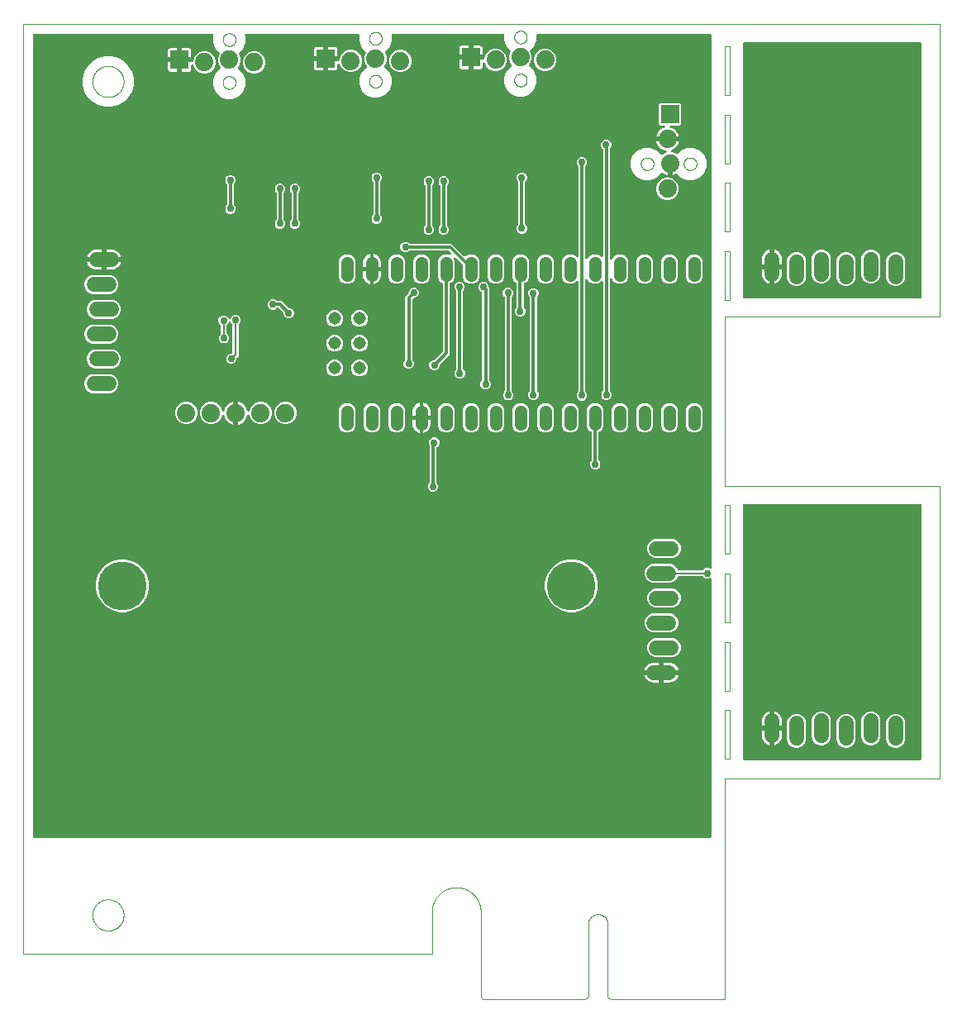
<source format=gbl>
G04 EAGLE Gerber RS-274X export*
G75*
%MOMM*%
%FSLAX34Y34*%
%LPD*%
%INBottom layer*%
%IPPOS*%
%AMOC8*
5,1,8,0,0,1.08239X$1,22.5*%
G01*
%ADD10C,0.000000*%
%ADD11C,0.000003*%
%ADD12C,1.308000*%
%ADD13C,1.308000*%
%ADD14C,1.524000*%
%ADD15R,1.879600X1.879600*%
%ADD16C,1.879600*%
%ADD17C,5.000000*%
%ADD18C,0.756400*%
%ADD19C,0.200000*%
%ADD20C,0.304800*%

G36*
X315118Y166386D02*
X315118Y166386D01*
X315237Y166393D01*
X315275Y166406D01*
X315316Y166411D01*
X315426Y166454D01*
X315539Y166491D01*
X315574Y166513D01*
X315611Y166528D01*
X315707Y166598D01*
X315808Y166661D01*
X315836Y166691D01*
X315869Y166714D01*
X315945Y166806D01*
X316026Y166893D01*
X316046Y166928D01*
X316071Y166959D01*
X316122Y167067D01*
X316180Y167171D01*
X316190Y167211D01*
X316207Y167247D01*
X316229Y167364D01*
X316259Y167479D01*
X316263Y167540D01*
X316267Y167560D01*
X316265Y167580D01*
X316269Y167640D01*
X316269Y431416D01*
X316263Y431466D01*
X316265Y431515D01*
X316243Y431623D01*
X316229Y431732D01*
X316211Y431778D01*
X316201Y431827D01*
X316153Y431926D01*
X316112Y432027D01*
X316083Y432068D01*
X316061Y432112D01*
X315990Y432196D01*
X315926Y432285D01*
X315887Y432317D01*
X315855Y432354D01*
X315765Y432418D01*
X315681Y432488D01*
X315636Y432509D01*
X315595Y432537D01*
X315492Y432576D01*
X315393Y432623D01*
X315344Y432632D01*
X315298Y432650D01*
X315188Y432662D01*
X315080Y432683D01*
X315031Y432680D01*
X314982Y432685D01*
X314873Y432670D01*
X314763Y432663D01*
X314716Y432648D01*
X314667Y432641D01*
X314514Y432589D01*
X312956Y431943D01*
X310844Y431943D01*
X308894Y432751D01*
X307800Y433846D01*
X307721Y433906D01*
X307649Y433974D01*
X307596Y434003D01*
X307548Y434040D01*
X307457Y434080D01*
X307371Y434128D01*
X307312Y434143D01*
X307256Y434167D01*
X307159Y434182D01*
X307063Y434207D01*
X306963Y434213D01*
X306942Y434217D01*
X306930Y434215D01*
X306902Y434217D01*
X282790Y434217D01*
X282761Y434214D01*
X282731Y434216D01*
X282603Y434194D01*
X282474Y434177D01*
X282447Y434167D01*
X282418Y434162D01*
X282299Y434108D01*
X282179Y434060D01*
X282155Y434043D01*
X282128Y434031D01*
X282026Y433950D01*
X281921Y433874D01*
X281903Y433851D01*
X281879Y433832D01*
X281801Y433729D01*
X281719Y433629D01*
X281706Y433602D01*
X281688Y433578D01*
X281617Y433434D01*
X280933Y431782D01*
X278218Y429067D01*
X274670Y427597D01*
X255590Y427597D01*
X252042Y429067D01*
X249327Y431782D01*
X247857Y435330D01*
X247857Y439170D01*
X249327Y442718D01*
X252042Y445433D01*
X255590Y446903D01*
X274670Y446903D01*
X278218Y445433D01*
X280933Y442718D01*
X281617Y441066D01*
X281632Y441041D01*
X281641Y441013D01*
X281710Y440903D01*
X281775Y440790D01*
X281795Y440769D01*
X281811Y440744D01*
X281906Y440655D01*
X281996Y440562D01*
X282021Y440546D01*
X282043Y440526D01*
X282157Y440463D01*
X282267Y440395D01*
X282295Y440387D01*
X282321Y440372D01*
X282447Y440340D01*
X282571Y440302D01*
X282601Y440300D01*
X282629Y440293D01*
X282790Y440283D01*
X306902Y440283D01*
X307000Y440295D01*
X307099Y440298D01*
X307158Y440315D01*
X307218Y440323D01*
X307310Y440359D01*
X307405Y440387D01*
X307457Y440417D01*
X307513Y440440D01*
X307593Y440498D01*
X307679Y440548D01*
X307754Y440614D01*
X307771Y440626D01*
X307778Y440636D01*
X307800Y440654D01*
X308894Y441749D01*
X310844Y442557D01*
X312956Y442557D01*
X314514Y441911D01*
X314562Y441898D01*
X314607Y441877D01*
X314715Y441856D01*
X314821Y441827D01*
X314871Y441826D01*
X314919Y441817D01*
X315029Y441824D01*
X315139Y441822D01*
X315187Y441834D01*
X315237Y441837D01*
X315341Y441871D01*
X315448Y441896D01*
X315492Y441920D01*
X315539Y441935D01*
X315632Y441994D01*
X315729Y442045D01*
X315766Y442078D01*
X315808Y442105D01*
X315883Y442185D01*
X315965Y442259D01*
X315992Y442300D01*
X316026Y442337D01*
X316079Y442433D01*
X316139Y442525D01*
X316156Y442572D01*
X316180Y442615D01*
X316207Y442721D01*
X316243Y442825D01*
X316247Y442875D01*
X316259Y442923D01*
X316269Y443084D01*
X316269Y988600D01*
X316254Y988718D01*
X316247Y988837D01*
X316234Y988875D01*
X316229Y988916D01*
X316186Y989026D01*
X316149Y989139D01*
X316127Y989174D01*
X316112Y989211D01*
X316042Y989307D01*
X315979Y989408D01*
X315949Y989436D01*
X315926Y989469D01*
X315834Y989544D01*
X315747Y989626D01*
X315712Y989646D01*
X315681Y989671D01*
X315573Y989722D01*
X315469Y989780D01*
X315429Y989790D01*
X315393Y989807D01*
X315276Y989829D01*
X315161Y989859D01*
X315100Y989863D01*
X315080Y989867D01*
X315060Y989865D01*
X315000Y989869D01*
X138580Y989869D01*
X138462Y989854D01*
X138343Y989847D01*
X138305Y989834D01*
X138264Y989829D01*
X138154Y989786D01*
X138041Y989749D01*
X138006Y989727D01*
X137969Y989712D01*
X137873Y989642D01*
X137772Y989579D01*
X137744Y989549D01*
X137711Y989526D01*
X137635Y989434D01*
X137554Y989347D01*
X137534Y989312D01*
X137509Y989281D01*
X137458Y989173D01*
X137400Y989069D01*
X137390Y989029D01*
X137373Y988993D01*
X137351Y988876D01*
X137321Y988761D01*
X137317Y988700D01*
X137313Y988680D01*
X137315Y988660D01*
X137311Y988600D01*
X137311Y983166D01*
X134774Y977042D01*
X130828Y973096D01*
X130810Y973073D01*
X130787Y973053D01*
X130713Y972948D01*
X130633Y972845D01*
X130621Y972818D01*
X130604Y972793D01*
X130558Y972672D01*
X130507Y972553D01*
X130502Y972524D01*
X130491Y972496D01*
X130477Y972367D01*
X130457Y972239D01*
X130459Y972209D01*
X130456Y972180D01*
X130474Y972052D01*
X130486Y971922D01*
X130496Y971894D01*
X130501Y971865D01*
X130553Y971713D01*
X132081Y968024D01*
X132081Y963476D01*
X130341Y959275D01*
X129721Y958656D01*
X129691Y958616D01*
X129654Y958583D01*
X129594Y958491D01*
X129526Y958404D01*
X129506Y958359D01*
X129479Y958317D01*
X129443Y958213D01*
X129400Y958112D01*
X129392Y958063D01*
X129376Y958016D01*
X129367Y957907D01*
X129350Y957798D01*
X129355Y957749D01*
X129351Y957699D01*
X129369Y957591D01*
X129380Y957482D01*
X129397Y957435D01*
X129405Y957386D01*
X129450Y957286D01*
X129487Y957182D01*
X129515Y957141D01*
X129536Y957096D01*
X129604Y957010D01*
X129666Y956919D01*
X129703Y956886D01*
X129734Y956848D01*
X129822Y956782D01*
X129904Y956709D01*
X129949Y956686D01*
X129988Y956656D01*
X130081Y956611D01*
X134774Y951918D01*
X137311Y945794D01*
X137311Y939166D01*
X134774Y933042D01*
X130088Y928356D01*
X123964Y925819D01*
X117336Y925819D01*
X111212Y928356D01*
X106526Y933042D01*
X103989Y939166D01*
X103989Y945794D01*
X106526Y951918D01*
X111223Y956615D01*
X111257Y956627D01*
X111348Y956689D01*
X111443Y956743D01*
X111479Y956778D01*
X111520Y956805D01*
X111593Y956888D01*
X111672Y956964D01*
X111698Y957007D01*
X111731Y957044D01*
X111781Y957142D01*
X111838Y957235D01*
X111853Y957283D01*
X111875Y957327D01*
X111899Y957434D01*
X111932Y957539D01*
X111934Y957589D01*
X111945Y957637D01*
X111942Y957747D01*
X111947Y957857D01*
X111937Y957906D01*
X111935Y957955D01*
X111905Y958061D01*
X111883Y958168D01*
X111861Y958213D01*
X111847Y958261D01*
X111791Y958355D01*
X111743Y958454D01*
X111711Y958492D01*
X111685Y958535D01*
X111579Y958656D01*
X110959Y959275D01*
X109219Y963476D01*
X109219Y968024D01*
X110747Y971713D01*
X110755Y971741D01*
X110769Y971768D01*
X110797Y971894D01*
X110831Y972020D01*
X110832Y972049D01*
X110838Y972078D01*
X110834Y972208D01*
X110836Y972337D01*
X110829Y972366D01*
X110829Y972396D01*
X110792Y972520D01*
X110762Y972647D01*
X110748Y972673D01*
X110740Y972701D01*
X110674Y972813D01*
X110613Y972928D01*
X110594Y972950D01*
X110579Y972975D01*
X110472Y973096D01*
X106526Y977042D01*
X103989Y983166D01*
X103989Y988600D01*
X103974Y988718D01*
X103967Y988837D01*
X103954Y988875D01*
X103949Y988916D01*
X103906Y989026D01*
X103869Y989139D01*
X103847Y989174D01*
X103832Y989211D01*
X103763Y989307D01*
X103699Y989408D01*
X103669Y989436D01*
X103646Y989469D01*
X103554Y989544D01*
X103467Y989626D01*
X103432Y989646D01*
X103401Y989671D01*
X103293Y989722D01*
X103189Y989780D01*
X103149Y989790D01*
X103113Y989807D01*
X102996Y989829D01*
X102881Y989859D01*
X102821Y989863D01*
X102801Y989867D01*
X102780Y989865D01*
X102720Y989869D01*
X-10010Y989869D01*
X-10128Y989854D01*
X-10247Y989847D01*
X-10285Y989834D01*
X-10326Y989829D01*
X-10436Y989786D01*
X-10549Y989749D01*
X-10584Y989727D01*
X-10621Y989712D01*
X-10717Y989642D01*
X-10818Y989579D01*
X-10846Y989549D01*
X-10879Y989526D01*
X-10955Y989434D01*
X-11036Y989347D01*
X-11056Y989312D01*
X-11081Y989281D01*
X-11132Y989173D01*
X-11190Y989069D01*
X-11200Y989029D01*
X-11217Y988993D01*
X-11239Y988876D01*
X-11269Y988761D01*
X-11273Y988700D01*
X-11277Y988680D01*
X-11275Y988660D01*
X-11279Y988600D01*
X-11279Y981896D01*
X-13816Y975772D01*
X-17762Y971826D01*
X-17780Y971803D01*
X-17803Y971784D01*
X-17877Y971677D01*
X-17957Y971575D01*
X-17969Y971548D01*
X-17986Y971524D01*
X-18032Y971402D01*
X-18083Y971283D01*
X-18088Y971254D01*
X-18099Y971226D01*
X-18113Y971097D01*
X-18133Y970969D01*
X-18131Y970939D01*
X-18134Y970910D01*
X-18116Y970782D01*
X-18104Y970652D01*
X-18094Y970624D01*
X-18089Y970595D01*
X-18037Y970443D01*
X-16509Y966754D01*
X-16509Y962206D01*
X-18249Y958005D01*
X-18869Y957386D01*
X-18899Y957346D01*
X-18936Y957313D01*
X-18996Y957221D01*
X-19064Y957134D01*
X-19084Y957089D01*
X-19111Y957047D01*
X-19147Y956943D01*
X-19190Y956842D01*
X-19198Y956793D01*
X-19214Y956746D01*
X-19223Y956637D01*
X-19240Y956528D01*
X-19235Y956479D01*
X-19239Y956429D01*
X-19221Y956321D01*
X-19210Y956212D01*
X-19193Y956165D01*
X-19185Y956116D01*
X-19140Y956016D01*
X-19103Y955912D01*
X-19075Y955871D01*
X-19054Y955826D01*
X-18986Y955740D01*
X-18924Y955649D01*
X-18887Y955616D01*
X-18856Y955578D01*
X-18768Y955512D01*
X-18686Y955439D01*
X-18641Y955416D01*
X-18602Y955386D01*
X-18509Y955341D01*
X-13816Y950648D01*
X-11279Y944524D01*
X-11279Y937896D01*
X-13816Y931772D01*
X-18502Y927086D01*
X-24626Y924549D01*
X-31254Y924549D01*
X-37378Y927086D01*
X-42064Y931772D01*
X-44601Y937896D01*
X-44601Y944524D01*
X-42064Y950648D01*
X-37367Y955345D01*
X-37333Y955357D01*
X-37242Y955419D01*
X-37147Y955473D01*
X-37111Y955508D01*
X-37070Y955535D01*
X-36997Y955618D01*
X-36918Y955694D01*
X-36892Y955737D01*
X-36859Y955774D01*
X-36809Y955872D01*
X-36752Y955965D01*
X-36737Y956013D01*
X-36715Y956057D01*
X-36691Y956164D01*
X-36658Y956269D01*
X-36656Y956319D01*
X-36645Y956367D01*
X-36648Y956477D01*
X-36643Y956587D01*
X-36653Y956636D01*
X-36655Y956685D01*
X-36685Y956791D01*
X-36707Y956898D01*
X-36729Y956943D01*
X-36743Y956991D01*
X-36799Y957085D01*
X-36847Y957184D01*
X-36879Y957222D01*
X-36905Y957265D01*
X-37011Y957386D01*
X-37631Y958005D01*
X-39371Y962206D01*
X-39371Y966754D01*
X-37843Y970443D01*
X-37835Y970471D01*
X-37821Y970498D01*
X-37793Y970624D01*
X-37759Y970750D01*
X-37758Y970779D01*
X-37752Y970808D01*
X-37756Y970938D01*
X-37754Y971068D01*
X-37761Y971096D01*
X-37761Y971126D01*
X-37797Y971250D01*
X-37828Y971377D01*
X-37842Y971403D01*
X-37850Y971431D01*
X-37916Y971543D01*
X-37977Y971658D01*
X-37996Y971680D01*
X-38011Y971705D01*
X-38118Y971826D01*
X-42064Y975772D01*
X-44601Y981896D01*
X-44601Y988600D01*
X-44616Y988718D01*
X-44623Y988837D01*
X-44636Y988875D01*
X-44641Y988916D01*
X-44684Y989026D01*
X-44721Y989139D01*
X-44743Y989174D01*
X-44758Y989211D01*
X-44827Y989307D01*
X-44891Y989408D01*
X-44921Y989436D01*
X-44944Y989469D01*
X-45036Y989544D01*
X-45123Y989626D01*
X-45158Y989646D01*
X-45189Y989671D01*
X-45297Y989722D01*
X-45401Y989780D01*
X-45441Y989790D01*
X-45477Y989807D01*
X-45594Y989829D01*
X-45709Y989859D01*
X-45769Y989863D01*
X-45789Y989867D01*
X-45810Y989865D01*
X-45870Y989869D01*
X-160323Y989869D01*
X-160372Y989863D01*
X-160422Y989865D01*
X-160529Y989843D01*
X-160639Y989829D01*
X-160685Y989811D01*
X-160733Y989801D01*
X-160832Y989753D01*
X-160934Y989712D01*
X-160974Y989683D01*
X-161019Y989661D01*
X-161103Y989590D01*
X-161192Y989526D01*
X-161223Y989487D01*
X-161261Y989455D01*
X-161324Y989365D01*
X-161394Y989281D01*
X-161416Y989236D01*
X-161444Y989195D01*
X-161483Y989092D01*
X-161530Y988993D01*
X-161539Y988944D01*
X-161557Y988898D01*
X-161569Y988788D01*
X-161590Y988680D01*
X-161587Y988631D01*
X-161592Y988581D01*
X-161577Y988473D01*
X-161570Y988363D01*
X-161555Y988316D01*
X-161548Y988267D01*
X-161496Y988114D01*
X-161139Y987254D01*
X-161139Y980626D01*
X-163676Y974502D01*
X-167622Y970556D01*
X-167640Y970533D01*
X-167663Y970514D01*
X-167737Y970407D01*
X-167817Y970305D01*
X-167829Y970278D01*
X-167846Y970254D01*
X-167892Y970132D01*
X-167943Y970013D01*
X-167948Y969984D01*
X-167959Y969956D01*
X-167973Y969827D01*
X-167993Y969699D01*
X-167991Y969669D01*
X-167994Y969640D01*
X-167976Y969512D01*
X-167964Y969382D01*
X-167954Y969354D01*
X-167949Y969325D01*
X-167897Y969173D01*
X-166369Y965484D01*
X-166369Y960936D01*
X-168109Y956735D01*
X-168729Y956116D01*
X-168759Y956076D01*
X-168796Y956043D01*
X-168857Y955951D01*
X-168924Y955864D01*
X-168944Y955819D01*
X-168971Y955777D01*
X-169007Y955673D01*
X-169050Y955573D01*
X-169058Y955523D01*
X-169074Y955476D01*
X-169083Y955367D01*
X-169100Y955258D01*
X-169095Y955209D01*
X-169099Y955159D01*
X-169081Y955051D01*
X-169070Y954942D01*
X-169053Y954895D01*
X-169045Y954846D01*
X-169000Y954746D01*
X-168963Y954643D01*
X-168935Y954601D01*
X-168914Y954556D01*
X-168846Y954470D01*
X-168784Y954379D01*
X-168747Y954346D01*
X-168716Y954308D01*
X-168628Y954241D01*
X-168546Y954169D01*
X-168501Y954146D01*
X-168462Y954116D01*
X-168369Y954071D01*
X-163676Y949378D01*
X-161139Y943254D01*
X-161139Y936626D01*
X-163676Y930502D01*
X-168362Y925816D01*
X-174486Y923279D01*
X-181114Y923279D01*
X-187238Y925816D01*
X-191924Y930502D01*
X-194461Y936626D01*
X-194461Y943254D01*
X-191924Y949378D01*
X-187227Y954075D01*
X-187193Y954087D01*
X-187102Y954149D01*
X-187007Y954203D01*
X-186971Y954238D01*
X-186930Y954266D01*
X-186857Y954348D01*
X-186778Y954424D01*
X-186752Y954467D01*
X-186719Y954504D01*
X-186669Y954602D01*
X-186612Y954695D01*
X-186597Y954743D01*
X-186575Y954787D01*
X-186551Y954894D01*
X-186518Y954999D01*
X-186516Y955049D01*
X-186505Y955097D01*
X-186508Y955207D01*
X-186503Y955317D01*
X-186513Y955366D01*
X-186515Y955415D01*
X-186545Y955521D01*
X-186567Y955628D01*
X-186589Y955673D01*
X-186603Y955721D01*
X-186659Y955815D01*
X-186707Y955914D01*
X-186739Y955952D01*
X-186765Y955995D01*
X-186871Y956116D01*
X-187491Y956735D01*
X-189231Y960936D01*
X-189231Y965484D01*
X-187703Y969173D01*
X-187695Y969201D01*
X-187681Y969228D01*
X-187653Y969354D01*
X-187619Y969480D01*
X-187618Y969509D01*
X-187612Y969538D01*
X-187616Y969668D01*
X-187614Y969798D01*
X-187621Y969826D01*
X-187621Y969856D01*
X-187657Y969980D01*
X-187688Y970107D01*
X-187702Y970133D01*
X-187710Y970161D01*
X-187776Y970273D01*
X-187837Y970388D01*
X-187856Y970410D01*
X-187871Y970435D01*
X-187978Y970556D01*
X-191924Y974502D01*
X-194461Y980626D01*
X-194461Y987254D01*
X-194104Y988114D01*
X-194091Y988162D01*
X-194070Y988207D01*
X-194049Y988315D01*
X-194020Y988421D01*
X-194020Y988471D01*
X-194010Y988519D01*
X-194017Y988629D01*
X-194015Y988739D01*
X-194027Y988787D01*
X-194030Y988837D01*
X-194064Y988941D01*
X-194090Y989048D01*
X-194113Y989092D01*
X-194128Y989139D01*
X-194187Y989232D01*
X-194238Y989329D01*
X-194272Y989366D01*
X-194298Y989408D01*
X-194378Y989483D01*
X-194452Y989565D01*
X-194494Y989592D01*
X-194530Y989626D01*
X-194626Y989679D01*
X-194718Y989739D01*
X-194765Y989756D01*
X-194808Y989780D01*
X-194915Y989807D01*
X-195019Y989843D01*
X-195068Y989847D01*
X-195116Y989859D01*
X-195277Y989869D01*
X-377660Y989869D01*
X-377778Y989854D01*
X-377897Y989847D01*
X-377935Y989834D01*
X-377976Y989829D01*
X-378086Y989786D01*
X-378199Y989749D01*
X-378234Y989727D01*
X-378271Y989712D01*
X-378367Y989642D01*
X-378468Y989579D01*
X-378496Y989549D01*
X-378529Y989526D01*
X-378604Y989434D01*
X-378686Y989347D01*
X-378706Y989312D01*
X-378731Y989281D01*
X-378782Y989173D01*
X-378840Y989069D01*
X-378850Y989029D01*
X-378867Y988993D01*
X-378889Y988876D01*
X-378919Y988761D01*
X-378923Y988700D01*
X-378927Y988680D01*
X-378925Y988660D01*
X-378929Y988600D01*
X-378929Y167640D01*
X-378914Y167522D01*
X-378907Y167403D01*
X-378894Y167365D01*
X-378889Y167324D01*
X-378846Y167214D01*
X-378809Y167101D01*
X-378787Y167066D01*
X-378772Y167029D01*
X-378702Y166933D01*
X-378639Y166832D01*
X-378609Y166804D01*
X-378586Y166771D01*
X-378494Y166696D01*
X-378407Y166614D01*
X-378372Y166594D01*
X-378341Y166569D01*
X-378233Y166518D01*
X-378129Y166460D01*
X-378089Y166450D01*
X-378053Y166433D01*
X-377936Y166411D01*
X-377821Y166381D01*
X-377760Y166377D01*
X-377740Y166373D01*
X-377720Y166375D01*
X-377660Y166371D01*
X315000Y166371D01*
X315118Y166386D01*
G37*
G36*
X530118Y718746D02*
X530118Y718746D01*
X530237Y718753D01*
X530275Y718766D01*
X530316Y718771D01*
X530426Y718814D01*
X530539Y718851D01*
X530574Y718873D01*
X530611Y718888D01*
X530707Y718958D01*
X530808Y719021D01*
X530836Y719051D01*
X530869Y719074D01*
X530945Y719166D01*
X531026Y719253D01*
X531046Y719288D01*
X531071Y719319D01*
X531122Y719427D01*
X531180Y719531D01*
X531190Y719571D01*
X531207Y719607D01*
X531229Y719724D01*
X531259Y719839D01*
X531263Y719900D01*
X531267Y719920D01*
X531265Y719940D01*
X531269Y720000D01*
X531269Y980000D01*
X531254Y980118D01*
X531247Y980237D01*
X531234Y980275D01*
X531229Y980316D01*
X531186Y980426D01*
X531149Y980539D01*
X531127Y980574D01*
X531112Y980611D01*
X531043Y980707D01*
X530979Y980808D01*
X530949Y980836D01*
X530926Y980869D01*
X530834Y980945D01*
X530747Y981026D01*
X530712Y981046D01*
X530681Y981071D01*
X530573Y981122D01*
X530469Y981180D01*
X530429Y981190D01*
X530393Y981207D01*
X530276Y981229D01*
X530161Y981259D01*
X530101Y981263D01*
X530081Y981267D01*
X530060Y981265D01*
X530000Y981269D01*
X350000Y981269D01*
X349882Y981254D01*
X349763Y981247D01*
X349725Y981234D01*
X349684Y981229D01*
X349574Y981186D01*
X349461Y981149D01*
X349426Y981127D01*
X349389Y981112D01*
X349293Y981043D01*
X349192Y980979D01*
X349164Y980949D01*
X349131Y980926D01*
X349056Y980834D01*
X348974Y980747D01*
X348954Y980712D01*
X348929Y980681D01*
X348878Y980573D01*
X348820Y980469D01*
X348810Y980429D01*
X348793Y980393D01*
X348771Y980276D01*
X348741Y980161D01*
X348737Y980101D01*
X348733Y980081D01*
X348735Y980060D01*
X348731Y980000D01*
X348731Y720000D01*
X348746Y719882D01*
X348753Y719763D01*
X348766Y719725D01*
X348771Y719684D01*
X348814Y719574D01*
X348851Y719461D01*
X348873Y719426D01*
X348888Y719389D01*
X348958Y719293D01*
X349021Y719192D01*
X349051Y719164D01*
X349074Y719131D01*
X349166Y719056D01*
X349253Y718974D01*
X349288Y718954D01*
X349319Y718929D01*
X349427Y718878D01*
X349531Y718820D01*
X349571Y718810D01*
X349607Y718793D01*
X349724Y718771D01*
X349839Y718741D01*
X349900Y718737D01*
X349920Y718733D01*
X349940Y718735D01*
X350000Y718731D01*
X530000Y718731D01*
X530118Y718746D01*
G37*
G36*
X530118Y245796D02*
X530118Y245796D01*
X530237Y245803D01*
X530275Y245816D01*
X530316Y245821D01*
X530426Y245864D01*
X530539Y245901D01*
X530574Y245923D01*
X530611Y245938D01*
X530707Y246008D01*
X530808Y246071D01*
X530836Y246101D01*
X530869Y246124D01*
X530945Y246216D01*
X531026Y246303D01*
X531046Y246338D01*
X531071Y246369D01*
X531122Y246477D01*
X531180Y246581D01*
X531190Y246621D01*
X531207Y246657D01*
X531229Y246774D01*
X531259Y246889D01*
X531263Y246950D01*
X531267Y246970D01*
X531265Y246990D01*
X531269Y247050D01*
X531269Y507050D01*
X531254Y507168D01*
X531247Y507287D01*
X531234Y507325D01*
X531229Y507366D01*
X531186Y507476D01*
X531149Y507589D01*
X531127Y507624D01*
X531112Y507661D01*
X531043Y507757D01*
X530979Y507858D01*
X530949Y507886D01*
X530926Y507919D01*
X530834Y507995D01*
X530747Y508076D01*
X530712Y508096D01*
X530681Y508121D01*
X530573Y508172D01*
X530469Y508230D01*
X530429Y508240D01*
X530393Y508257D01*
X530276Y508279D01*
X530161Y508309D01*
X530101Y508313D01*
X530081Y508317D01*
X530060Y508315D01*
X530000Y508319D01*
X350000Y508319D01*
X349882Y508304D01*
X349763Y508297D01*
X349725Y508284D01*
X349684Y508279D01*
X349574Y508236D01*
X349461Y508199D01*
X349426Y508177D01*
X349389Y508162D01*
X349293Y508093D01*
X349192Y508029D01*
X349164Y507999D01*
X349131Y507976D01*
X349056Y507884D01*
X348974Y507797D01*
X348954Y507762D01*
X348929Y507731D01*
X348878Y507623D01*
X348820Y507519D01*
X348810Y507479D01*
X348793Y507443D01*
X348771Y507326D01*
X348741Y507211D01*
X348737Y507151D01*
X348733Y507131D01*
X348735Y507110D01*
X348731Y507050D01*
X348731Y247050D01*
X348746Y246932D01*
X348753Y246813D01*
X348766Y246775D01*
X348771Y246734D01*
X348814Y246624D01*
X348851Y246511D01*
X348873Y246476D01*
X348888Y246439D01*
X348958Y246343D01*
X349021Y246242D01*
X349051Y246214D01*
X349074Y246181D01*
X349166Y246106D01*
X349253Y246024D01*
X349288Y246004D01*
X349319Y245979D01*
X349427Y245928D01*
X349531Y245870D01*
X349571Y245860D01*
X349607Y245843D01*
X349724Y245821D01*
X349839Y245791D01*
X349900Y245787D01*
X349920Y245783D01*
X349940Y245785D01*
X350000Y245781D01*
X530000Y245781D01*
X530118Y245796D01*
G37*
%LPC*%
G36*
X182444Y614143D02*
X182444Y614143D01*
X180494Y614951D01*
X179001Y616444D01*
X178193Y618394D01*
X178193Y620506D01*
X179001Y622456D01*
X179572Y623026D01*
X179632Y623105D01*
X179700Y623177D01*
X179729Y623230D01*
X179766Y623278D01*
X179806Y623369D01*
X179854Y623455D01*
X179869Y623514D01*
X179893Y623570D01*
X179908Y623667D01*
X179933Y623763D01*
X179939Y623863D01*
X179943Y623884D01*
X179941Y623896D01*
X179943Y623924D01*
X179943Y735685D01*
X179926Y735823D01*
X179913Y735962D01*
X179906Y735981D01*
X179903Y736001D01*
X179852Y736130D01*
X179805Y736261D01*
X179794Y736278D01*
X179786Y736297D01*
X179705Y736409D01*
X179627Y736524D01*
X179611Y736538D01*
X179600Y736554D01*
X179492Y736643D01*
X179388Y736735D01*
X179370Y736744D01*
X179355Y736757D01*
X179229Y736816D01*
X179105Y736879D01*
X179085Y736884D01*
X179067Y736892D01*
X178930Y736918D01*
X178795Y736949D01*
X178774Y736948D01*
X178755Y736952D01*
X178616Y736943D01*
X178477Y736939D01*
X178457Y736934D01*
X178437Y736932D01*
X178305Y736890D01*
X178171Y736851D01*
X178154Y736840D01*
X178135Y736834D01*
X178017Y736760D01*
X177897Y736689D01*
X177876Y736671D01*
X177866Y736664D01*
X177852Y736649D01*
X177777Y736583D01*
X176436Y735242D01*
X173285Y733937D01*
X169875Y733937D01*
X166724Y735242D01*
X164312Y737654D01*
X163007Y740805D01*
X163007Y757295D01*
X164312Y760446D01*
X166724Y762858D01*
X169875Y764163D01*
X173285Y764163D01*
X176436Y762858D01*
X177777Y761517D01*
X177886Y761432D01*
X177993Y761343D01*
X178012Y761335D01*
X178028Y761322D01*
X178155Y761267D01*
X178281Y761208D01*
X178301Y761204D01*
X178320Y761196D01*
X178458Y761174D01*
X178594Y761148D01*
X178614Y761149D01*
X178634Y761146D01*
X178773Y761159D01*
X178911Y761168D01*
X178930Y761174D01*
X178950Y761176D01*
X179082Y761223D01*
X179213Y761266D01*
X179231Y761277D01*
X179250Y761283D01*
X179365Y761362D01*
X179482Y761436D01*
X179496Y761451D01*
X179513Y761462D01*
X179605Y761566D01*
X179700Y761668D01*
X179710Y761685D01*
X179723Y761700D01*
X179786Y761824D01*
X179854Y761946D01*
X179859Y761966D01*
X179868Y761984D01*
X179898Y762120D01*
X179933Y762254D01*
X179935Y762282D01*
X179938Y762294D01*
X179937Y762314D01*
X179943Y762415D01*
X179943Y853876D01*
X179931Y853974D01*
X179928Y854073D01*
X179911Y854132D01*
X179903Y854192D01*
X179867Y854284D01*
X179839Y854379D01*
X179809Y854431D01*
X179786Y854487D01*
X179728Y854567D01*
X179678Y854653D01*
X179612Y854728D01*
X179600Y854745D01*
X179590Y854752D01*
X179572Y854774D01*
X179101Y855244D01*
X178293Y857194D01*
X178293Y859306D01*
X179101Y861256D01*
X180594Y862749D01*
X182544Y863557D01*
X184656Y863557D01*
X186606Y862749D01*
X188099Y861256D01*
X188907Y859306D01*
X188907Y857194D01*
X188099Y855244D01*
X187428Y854574D01*
X187368Y854495D01*
X187300Y854423D01*
X187271Y854370D01*
X187234Y854322D01*
X187194Y854231D01*
X187146Y854145D01*
X187131Y854086D01*
X187107Y854030D01*
X187092Y853933D01*
X187067Y853837D01*
X187061Y853737D01*
X187057Y853716D01*
X187059Y853704D01*
X187057Y853676D01*
X187057Y760416D01*
X187065Y760346D01*
X187064Y760277D01*
X187085Y760189D01*
X187097Y760100D01*
X187122Y760035D01*
X187139Y759967D01*
X187181Y759888D01*
X187214Y759804D01*
X187255Y759748D01*
X187287Y759686D01*
X187348Y759620D01*
X187400Y759547D01*
X187454Y759503D01*
X187501Y759451D01*
X187576Y759402D01*
X187645Y759344D01*
X187709Y759315D01*
X187767Y759276D01*
X187852Y759247D01*
X187933Y759209D01*
X188002Y759196D01*
X188068Y759173D01*
X188157Y759166D01*
X188245Y759149D01*
X188315Y759153D01*
X188385Y759148D01*
X188473Y759163D01*
X188563Y759169D01*
X188629Y759190D01*
X188698Y759202D01*
X188780Y759239D01*
X188865Y759267D01*
X188924Y759304D01*
X188988Y759333D01*
X189058Y759389D01*
X189134Y759437D01*
X189182Y759488D01*
X189236Y759531D01*
X189290Y759603D01*
X189352Y759669D01*
X189386Y759730D01*
X189428Y759785D01*
X189499Y759930D01*
X189712Y760446D01*
X192124Y762858D01*
X195275Y764163D01*
X198685Y764163D01*
X201836Y762858D01*
X202977Y761717D01*
X203086Y761632D01*
X203193Y761543D01*
X203212Y761535D01*
X203228Y761522D01*
X203355Y761467D01*
X203481Y761408D01*
X203501Y761404D01*
X203520Y761396D01*
X203658Y761374D01*
X203794Y761348D01*
X203814Y761349D01*
X203834Y761346D01*
X203973Y761359D01*
X204111Y761368D01*
X204130Y761374D01*
X204150Y761376D01*
X204282Y761423D01*
X204413Y761466D01*
X204431Y761477D01*
X204450Y761483D01*
X204565Y761562D01*
X204682Y761636D01*
X204696Y761651D01*
X204713Y761662D01*
X204805Y761766D01*
X204900Y761868D01*
X204910Y761885D01*
X204923Y761900D01*
X204986Y762024D01*
X205054Y762146D01*
X205059Y762166D01*
X205068Y762184D01*
X205098Y762320D01*
X205133Y762454D01*
X205135Y762482D01*
X205138Y762494D01*
X205137Y762514D01*
X205143Y762615D01*
X205143Y871476D01*
X205131Y871574D01*
X205128Y871673D01*
X205111Y871732D01*
X205103Y871792D01*
X205067Y871884D01*
X205039Y871979D01*
X205009Y872031D01*
X204986Y872087D01*
X204928Y872167D01*
X204878Y872253D01*
X204812Y872328D01*
X204800Y872345D01*
X204790Y872352D01*
X204772Y872374D01*
X203901Y873244D01*
X203093Y875194D01*
X203093Y877306D01*
X203901Y879256D01*
X205394Y880749D01*
X207344Y881557D01*
X209456Y881557D01*
X211406Y880749D01*
X212899Y879256D01*
X213707Y877306D01*
X213707Y875194D01*
X212899Y873244D01*
X212628Y872974D01*
X212568Y872895D01*
X212500Y872823D01*
X212477Y872781D01*
X212455Y872754D01*
X212449Y872742D01*
X212434Y872722D01*
X212394Y872631D01*
X212346Y872545D01*
X212335Y872500D01*
X212319Y872467D01*
X212316Y872451D01*
X212307Y872430D01*
X212292Y872333D01*
X212267Y872237D01*
X212263Y872173D01*
X212259Y872154D01*
X212260Y872136D01*
X212257Y872116D01*
X212259Y872104D01*
X212257Y872076D01*
X212257Y759933D01*
X212265Y759864D01*
X212264Y759794D01*
X212285Y759706D01*
X212297Y759617D01*
X212322Y759552D01*
X212339Y759485D01*
X212381Y759405D01*
X212414Y759322D01*
X212455Y759265D01*
X212487Y759203D01*
X212548Y759137D01*
X212600Y759064D01*
X212654Y759020D01*
X212701Y758968D01*
X212776Y758919D01*
X212845Y758861D01*
X212909Y758832D01*
X212967Y758793D01*
X213052Y758764D01*
X213133Y758726D01*
X213202Y758713D01*
X213268Y758690D01*
X213357Y758683D01*
X213445Y758666D01*
X213515Y758670D01*
X213585Y758665D01*
X213673Y758680D01*
X213763Y758686D01*
X213829Y758707D01*
X213898Y758719D01*
X213980Y758756D01*
X214065Y758784D01*
X214124Y758821D01*
X214188Y758850D01*
X214258Y758906D01*
X214334Y758954D01*
X214382Y759005D01*
X214436Y759048D01*
X214491Y759120D01*
X214552Y759186D01*
X214586Y759247D01*
X214628Y759303D01*
X214699Y759447D01*
X215112Y760446D01*
X217524Y762858D01*
X220675Y764163D01*
X224085Y764163D01*
X227236Y762858D01*
X229648Y760446D01*
X230953Y757295D01*
X230953Y740805D01*
X229648Y737654D01*
X227236Y735242D01*
X224085Y733937D01*
X220675Y733937D01*
X217524Y735242D01*
X215112Y737654D01*
X214699Y738653D01*
X214664Y738714D01*
X214638Y738778D01*
X214586Y738851D01*
X214541Y738929D01*
X214493Y738979D01*
X214452Y739036D01*
X214382Y739093D01*
X214320Y739158D01*
X214260Y739194D01*
X214207Y739239D01*
X214125Y739277D01*
X214049Y739324D01*
X213982Y739344D01*
X213919Y739374D01*
X213831Y739391D01*
X213745Y739417D01*
X213675Y739421D01*
X213606Y739434D01*
X213517Y739428D01*
X213427Y739433D01*
X213359Y739418D01*
X213289Y739414D01*
X213204Y739386D01*
X213116Y739368D01*
X213053Y739338D01*
X212987Y739316D01*
X212911Y739268D01*
X212830Y739229D01*
X212777Y739183D01*
X212718Y739146D01*
X212656Y739080D01*
X212588Y739022D01*
X212548Y738965D01*
X212500Y738914D01*
X212457Y738836D01*
X212405Y738762D01*
X212380Y738697D01*
X212346Y738636D01*
X212324Y738549D01*
X212292Y738465D01*
X212284Y738395D01*
X212267Y738328D01*
X212257Y738167D01*
X212257Y624324D01*
X212269Y624226D01*
X212272Y624127D01*
X212289Y624068D01*
X212297Y624008D01*
X212333Y623916D01*
X212361Y623821D01*
X212391Y623769D01*
X212414Y623713D01*
X212472Y623633D01*
X212522Y623547D01*
X212588Y623472D01*
X212600Y623455D01*
X212610Y623448D01*
X212628Y623426D01*
X213199Y622856D01*
X214007Y620906D01*
X214007Y618794D01*
X213199Y616844D01*
X211706Y615351D01*
X209756Y614543D01*
X207644Y614543D01*
X205694Y615351D01*
X204201Y616844D01*
X203393Y618794D01*
X203393Y620906D01*
X204201Y622856D01*
X204772Y623426D01*
X204832Y623505D01*
X204900Y623577D01*
X204929Y623630D01*
X204966Y623678D01*
X205006Y623769D01*
X205054Y623855D01*
X205069Y623914D01*
X205093Y623970D01*
X205108Y624067D01*
X205133Y624163D01*
X205139Y624263D01*
X205143Y624284D01*
X205141Y624296D01*
X205143Y624324D01*
X205143Y735485D01*
X205126Y735623D01*
X205113Y735762D01*
X205106Y735781D01*
X205103Y735801D01*
X205052Y735930D01*
X205005Y736061D01*
X204994Y736078D01*
X204986Y736097D01*
X204905Y736209D01*
X204827Y736324D01*
X204811Y736338D01*
X204800Y736354D01*
X204692Y736443D01*
X204588Y736535D01*
X204570Y736544D01*
X204555Y736557D01*
X204429Y736616D01*
X204305Y736679D01*
X204285Y736684D01*
X204267Y736692D01*
X204130Y736718D01*
X203995Y736749D01*
X203974Y736748D01*
X203955Y736752D01*
X203816Y736743D01*
X203677Y736739D01*
X203657Y736734D01*
X203637Y736732D01*
X203505Y736690D01*
X203371Y736651D01*
X203354Y736640D01*
X203335Y736634D01*
X203217Y736560D01*
X203097Y736489D01*
X203076Y736471D01*
X203066Y736464D01*
X203052Y736449D01*
X202977Y736383D01*
X201836Y735242D01*
X198685Y733937D01*
X195275Y733937D01*
X192124Y735242D01*
X189712Y737654D01*
X189499Y738170D01*
X189464Y738231D01*
X189438Y738296D01*
X189386Y738368D01*
X189341Y738446D01*
X189293Y738496D01*
X189252Y738553D01*
X189182Y738610D01*
X189120Y738675D01*
X189060Y738711D01*
X189007Y738756D01*
X188925Y738794D01*
X188849Y738841D01*
X188782Y738862D01*
X188719Y738891D01*
X188631Y738908D01*
X188545Y738935D01*
X188475Y738938D01*
X188406Y738951D01*
X188317Y738945D01*
X188227Y738950D01*
X188159Y738936D01*
X188089Y738931D01*
X188004Y738904D01*
X187916Y738885D01*
X187853Y738855D01*
X187787Y738833D01*
X187711Y738785D01*
X187630Y738746D01*
X187577Y738700D01*
X187518Y738663D01*
X187456Y738598D01*
X187388Y738539D01*
X187348Y738482D01*
X187300Y738431D01*
X187257Y738353D01*
X187205Y738279D01*
X187180Y738214D01*
X187146Y738153D01*
X187124Y738066D01*
X187092Y737982D01*
X187084Y737913D01*
X187067Y737845D01*
X187057Y737684D01*
X187057Y623924D01*
X187069Y623826D01*
X187072Y623727D01*
X187089Y623668D01*
X187097Y623608D01*
X187133Y623516D01*
X187161Y623421D01*
X187191Y623369D01*
X187214Y623313D01*
X187272Y623233D01*
X187322Y623147D01*
X187388Y623072D01*
X187400Y623055D01*
X187410Y623048D01*
X187428Y623026D01*
X187999Y622456D01*
X188807Y620506D01*
X188807Y618394D01*
X187999Y616444D01*
X186506Y614951D01*
X184556Y614143D01*
X182444Y614143D01*
G37*
%LPD*%
%LPC*%
G36*
X247126Y840019D02*
X247126Y840019D01*
X241002Y842556D01*
X236316Y847242D01*
X233779Y853366D01*
X233779Y859994D01*
X236316Y866118D01*
X241002Y870804D01*
X247126Y873341D01*
X253754Y873341D01*
X259878Y870804D01*
X264565Y866116D01*
X264581Y866104D01*
X264593Y866089D01*
X264706Y866007D01*
X264817Y865922D01*
X264835Y865914D01*
X264850Y865902D01*
X264980Y865851D01*
X265108Y865795D01*
X265128Y865792D01*
X265146Y865785D01*
X265284Y865767D01*
X265423Y865745D01*
X265442Y865747D01*
X265461Y865745D01*
X265599Y865762D01*
X265739Y865775D01*
X265758Y865782D01*
X265777Y865784D01*
X265907Y865835D01*
X266038Y865883D01*
X266055Y865894D01*
X266073Y865901D01*
X266209Y865987D01*
X267453Y866891D01*
X269127Y867744D01*
X269421Y867839D01*
X269439Y867848D01*
X269458Y867852D01*
X269582Y867915D01*
X269708Y867975D01*
X269724Y867988D01*
X269742Y867997D01*
X269846Y868089D01*
X269954Y868177D01*
X269965Y868194D01*
X269980Y868207D01*
X270059Y868322D01*
X270141Y868435D01*
X270148Y868453D01*
X270159Y868470D01*
X270206Y868601D01*
X270258Y868730D01*
X270260Y868750D01*
X270267Y868769D01*
X270280Y868908D01*
X270298Y869046D01*
X270295Y869066D01*
X270297Y869086D01*
X270275Y869223D01*
X270258Y869361D01*
X270251Y869380D01*
X270248Y869400D01*
X270192Y869528D01*
X270141Y869657D01*
X270129Y869673D01*
X270122Y869692D01*
X270036Y869802D01*
X269954Y869915D01*
X269939Y869927D01*
X269927Y869943D01*
X269817Y870028D01*
X269710Y870118D01*
X269692Y870126D01*
X269676Y870138D01*
X269548Y870194D01*
X269422Y870253D01*
X269402Y870257D01*
X269384Y870265D01*
X269227Y870300D01*
X268374Y870435D01*
X266587Y871016D01*
X264913Y871869D01*
X263392Y872974D01*
X262064Y874302D01*
X260959Y875823D01*
X260106Y877497D01*
X259525Y879284D01*
X259485Y879541D01*
X269900Y879541D01*
X270018Y879556D01*
X270137Y879563D01*
X270175Y879576D01*
X270215Y879581D01*
X270326Y879624D01*
X270439Y879661D01*
X270473Y879683D01*
X270511Y879698D01*
X270607Y879768D01*
X270708Y879831D01*
X270736Y879861D01*
X270768Y879884D01*
X270844Y879976D01*
X270926Y880063D01*
X270945Y880098D01*
X270971Y880129D01*
X271022Y880237D01*
X271079Y880341D01*
X271090Y880381D01*
X271107Y880417D01*
X271129Y880534D01*
X271159Y880649D01*
X271163Y880710D01*
X271167Y880730D01*
X271165Y880750D01*
X271169Y880810D01*
X271169Y883350D01*
X271154Y883468D01*
X271147Y883587D01*
X271134Y883625D01*
X271129Y883665D01*
X271085Y883776D01*
X271049Y883889D01*
X271027Y883924D01*
X271012Y883961D01*
X270942Y884057D01*
X270879Y884158D01*
X270849Y884186D01*
X270825Y884219D01*
X270734Y884294D01*
X270647Y884376D01*
X270612Y884396D01*
X270580Y884421D01*
X270473Y884472D01*
X270368Y884530D01*
X270329Y884540D01*
X270293Y884557D01*
X270176Y884579D01*
X270061Y884609D01*
X270000Y884613D01*
X269980Y884617D01*
X269960Y884615D01*
X269900Y884619D01*
X259485Y884619D01*
X259525Y884876D01*
X260106Y886663D01*
X260959Y888337D01*
X262064Y889858D01*
X263392Y891186D01*
X264913Y892291D01*
X266587Y893144D01*
X267907Y893573D01*
X268015Y893624D01*
X268126Y893668D01*
X268158Y893691D01*
X268195Y893708D01*
X268287Y893784D01*
X268383Y893854D01*
X268409Y893885D01*
X268440Y893911D01*
X268510Y894008D01*
X268586Y894099D01*
X268603Y894136D01*
X268627Y894168D01*
X268671Y894280D01*
X268722Y894387D01*
X268729Y894426D01*
X268744Y894464D01*
X268759Y894583D01*
X268781Y894700D01*
X268779Y894739D01*
X268784Y894779D01*
X268769Y894898D01*
X268762Y895017D01*
X268749Y895055D01*
X268744Y895095D01*
X268700Y895206D01*
X268664Y895319D01*
X268642Y895353D01*
X268627Y895391D01*
X268557Y895487D01*
X268493Y895588D01*
X268464Y895616D01*
X268441Y895648D01*
X268349Y895724D01*
X268262Y895806D01*
X268227Y895825D01*
X268196Y895851D01*
X268088Y895902D01*
X267983Y895960D01*
X267945Y895970D01*
X267908Y895987D01*
X267791Y896009D01*
X267675Y896039D01*
X267616Y896043D01*
X267596Y896047D01*
X267575Y896045D01*
X267515Y896049D01*
X263470Y896049D01*
X262279Y897240D01*
X262279Y917720D01*
X263470Y918911D01*
X283950Y918911D01*
X285141Y917720D01*
X285141Y897240D01*
X283950Y896049D01*
X274825Y896049D01*
X274707Y896034D01*
X274588Y896027D01*
X274550Y896014D01*
X274510Y896009D01*
X274399Y895966D01*
X274285Y895929D01*
X274251Y895907D01*
X274214Y895892D01*
X274118Y895822D01*
X274017Y895758D01*
X273989Y895729D01*
X273957Y895706D01*
X273881Y895614D01*
X273799Y895527D01*
X273779Y895491D01*
X273754Y895461D01*
X273703Y895353D01*
X273645Y895248D01*
X273635Y895209D01*
X273618Y895173D01*
X273596Y895056D01*
X273566Y894940D01*
X273566Y894900D01*
X273559Y894861D01*
X273566Y894741D01*
X273566Y894622D01*
X273576Y894583D01*
X273578Y894543D01*
X273615Y894430D01*
X273645Y894314D01*
X273664Y894279D01*
X273676Y894241D01*
X273740Y894140D01*
X273798Y894035D01*
X273825Y894006D01*
X273847Y893972D01*
X273934Y893890D01*
X274015Y893803D01*
X274049Y893781D01*
X274078Y893754D01*
X274183Y893696D01*
X274283Y893632D01*
X274339Y893610D01*
X274357Y893600D01*
X274376Y893595D01*
X274433Y893573D01*
X275753Y893144D01*
X277427Y892291D01*
X278948Y891186D01*
X280276Y889858D01*
X281381Y888337D01*
X282234Y886663D01*
X282815Y884876D01*
X282855Y884619D01*
X272440Y884619D01*
X272322Y884604D01*
X272203Y884597D01*
X272165Y884584D01*
X272125Y884579D01*
X272014Y884536D01*
X271901Y884499D01*
X271867Y884477D01*
X271829Y884462D01*
X271733Y884392D01*
X271632Y884329D01*
X271604Y884299D01*
X271572Y884275D01*
X271496Y884184D01*
X271414Y884097D01*
X271395Y884062D01*
X271369Y884031D01*
X271318Y883923D01*
X271261Y883819D01*
X271250Y883779D01*
X271233Y883743D01*
X271211Y883626D01*
X271181Y883511D01*
X271177Y883450D01*
X271173Y883430D01*
X271175Y883410D01*
X271171Y883350D01*
X271171Y880810D01*
X271186Y880692D01*
X271193Y880573D01*
X271206Y880535D01*
X271211Y880494D01*
X271255Y880384D01*
X271291Y880271D01*
X271313Y880236D01*
X271328Y880199D01*
X271398Y880103D01*
X271461Y880002D01*
X271491Y879974D01*
X271515Y879941D01*
X271606Y879866D01*
X271693Y879784D01*
X271728Y879764D01*
X271760Y879739D01*
X271867Y879688D01*
X271972Y879630D01*
X272011Y879620D01*
X272047Y879603D01*
X272164Y879581D01*
X272279Y879551D01*
X272340Y879547D01*
X272360Y879543D01*
X272380Y879545D01*
X272440Y879541D01*
X282855Y879541D01*
X282815Y879284D01*
X282234Y877497D01*
X281381Y875823D01*
X280276Y874302D01*
X278948Y872974D01*
X277427Y871869D01*
X275753Y871016D01*
X275459Y870921D01*
X275441Y870912D01*
X275422Y870908D01*
X275298Y870845D01*
X275172Y870785D01*
X275156Y870772D01*
X275138Y870763D01*
X275034Y870671D01*
X274926Y870583D01*
X274915Y870566D01*
X274900Y870553D01*
X274821Y870438D01*
X274739Y870325D01*
X274732Y870307D01*
X274721Y870290D01*
X274674Y870159D01*
X274622Y870030D01*
X274620Y870010D01*
X274613Y869991D01*
X274600Y869853D01*
X274582Y869714D01*
X274585Y869694D01*
X274583Y869674D01*
X274605Y869537D01*
X274622Y869399D01*
X274629Y869380D01*
X274632Y869360D01*
X274688Y869232D01*
X274739Y869103D01*
X274750Y869087D01*
X274758Y869068D01*
X274843Y868959D01*
X274925Y868845D01*
X274941Y868833D01*
X274953Y868817D01*
X275063Y868732D01*
X275170Y868642D01*
X275188Y868634D01*
X275204Y868622D01*
X275332Y868566D01*
X275458Y868507D01*
X275478Y868503D01*
X275496Y868495D01*
X275653Y868460D01*
X276506Y868325D01*
X278293Y867744D01*
X279889Y866931D01*
X279964Y866904D01*
X280034Y866868D01*
X280112Y866850D01*
X280188Y866823D01*
X280267Y866816D01*
X280344Y866798D01*
X280425Y866801D01*
X280505Y866793D01*
X280583Y866806D01*
X280662Y866808D01*
X280739Y866830D01*
X280819Y866843D01*
X280892Y866874D01*
X280968Y866896D01*
X281037Y866937D01*
X281111Y866969D01*
X281173Y867018D01*
X281242Y867058D01*
X281362Y867164D01*
X281363Y867164D01*
X285002Y870804D01*
X291126Y873341D01*
X297754Y873341D01*
X303878Y870804D01*
X308564Y866118D01*
X311101Y859994D01*
X311101Y853366D01*
X308564Y847242D01*
X303878Y842556D01*
X297754Y840019D01*
X291126Y840019D01*
X285002Y842556D01*
X281363Y846196D01*
X281300Y846244D01*
X281244Y846300D01*
X281175Y846341D01*
X281111Y846391D01*
X281038Y846422D01*
X280970Y846463D01*
X280893Y846485D01*
X280819Y846517D01*
X280741Y846529D01*
X280665Y846552D01*
X280585Y846554D01*
X280505Y846567D01*
X280426Y846559D01*
X280347Y846562D01*
X280269Y846545D01*
X280189Y846537D01*
X280114Y846510D01*
X280037Y846493D01*
X279890Y846430D01*
X279889Y846429D01*
X278293Y845616D01*
X276506Y845035D01*
X276249Y844995D01*
X276249Y855410D01*
X276234Y855528D01*
X276227Y855647D01*
X276214Y855685D01*
X276209Y855725D01*
X276166Y855836D01*
X276129Y855949D01*
X276107Y855983D01*
X276092Y856021D01*
X276022Y856117D01*
X275959Y856218D01*
X275929Y856246D01*
X275905Y856278D01*
X275814Y856354D01*
X275727Y856436D01*
X275692Y856455D01*
X275661Y856481D01*
X275553Y856532D01*
X275449Y856589D01*
X275409Y856600D01*
X275373Y856617D01*
X275256Y856639D01*
X275141Y856669D01*
X275080Y856673D01*
X275060Y856677D01*
X275040Y856675D01*
X274980Y856679D01*
X272440Y856679D01*
X272322Y856664D01*
X272203Y856657D01*
X272165Y856644D01*
X272124Y856639D01*
X272014Y856595D01*
X271901Y856559D01*
X271866Y856537D01*
X271829Y856522D01*
X271733Y856452D01*
X271632Y856389D01*
X271604Y856359D01*
X271571Y856335D01*
X271496Y856244D01*
X271414Y856157D01*
X271394Y856122D01*
X271369Y856090D01*
X271318Y855983D01*
X271260Y855878D01*
X271250Y855839D01*
X271233Y855803D01*
X271211Y855686D01*
X271181Y855571D01*
X271177Y855510D01*
X271173Y855490D01*
X271175Y855470D01*
X271171Y855410D01*
X271171Y844571D01*
X271140Y844620D01*
X271082Y844725D01*
X271055Y844754D01*
X271034Y844788D01*
X270946Y844870D01*
X270865Y844957D01*
X270831Y844979D01*
X270802Y845006D01*
X270697Y845064D01*
X270597Y845128D01*
X270541Y845150D01*
X270523Y845160D01*
X270504Y845165D01*
X270447Y845187D01*
X269127Y845616D01*
X267453Y846469D01*
X266209Y847373D01*
X266192Y847382D01*
X266177Y847395D01*
X266053Y847459D01*
X265930Y847526D01*
X265911Y847531D01*
X265894Y847540D01*
X265758Y847570D01*
X265622Y847605D01*
X265603Y847605D01*
X265583Y847610D01*
X265444Y847605D01*
X265304Y847605D01*
X265285Y847600D01*
X265266Y847600D01*
X265132Y847561D01*
X264996Y847526D01*
X264979Y847517D01*
X264960Y847511D01*
X264840Y847441D01*
X264717Y847373D01*
X264703Y847360D01*
X264686Y847350D01*
X264565Y847244D01*
X259878Y842556D01*
X253754Y840019D01*
X247126Y840019D01*
G37*
%LPD*%
%LPC*%
G36*
X169241Y397517D02*
X169241Y397517D01*
X162366Y399359D01*
X156202Y402918D01*
X151168Y407952D01*
X147609Y414116D01*
X145767Y420991D01*
X145767Y428109D01*
X147609Y434984D01*
X151168Y441148D01*
X156202Y446182D01*
X162366Y449741D01*
X169241Y451583D01*
X176359Y451583D01*
X183234Y449741D01*
X189398Y446182D01*
X194432Y441148D01*
X197991Y434984D01*
X199833Y428109D01*
X199833Y420991D01*
X197991Y414116D01*
X194432Y407952D01*
X189398Y402918D01*
X183234Y399359D01*
X176359Y397517D01*
X169241Y397517D01*
G37*
%LPD*%
%LPC*%
G36*
X-290759Y397517D02*
X-290759Y397517D01*
X-297634Y399359D01*
X-303798Y402918D01*
X-308832Y407952D01*
X-312391Y414116D01*
X-314233Y420991D01*
X-314233Y428109D01*
X-312391Y434984D01*
X-308832Y441148D01*
X-303798Y446182D01*
X-297634Y449741D01*
X-290759Y451583D01*
X-283641Y451583D01*
X-276766Y449741D01*
X-270602Y446182D01*
X-265568Y441148D01*
X-262009Y434984D01*
X-260167Y428109D01*
X-260167Y420991D01*
X-262009Y414116D01*
X-265568Y407952D01*
X-270602Y402918D01*
X-276766Y399359D01*
X-283641Y397517D01*
X-290759Y397517D01*
G37*
%LPD*%
%LPC*%
G36*
X-305344Y914889D02*
X-305344Y914889D01*
X-311998Y916672D01*
X-317963Y920116D01*
X-322834Y924987D01*
X-326278Y930952D01*
X-328061Y937606D01*
X-328061Y944494D01*
X-326278Y951148D01*
X-322834Y957113D01*
X-317963Y961984D01*
X-311998Y965428D01*
X-305344Y967211D01*
X-298456Y967211D01*
X-291802Y965428D01*
X-285837Y961984D01*
X-280966Y957113D01*
X-277522Y951148D01*
X-275739Y944494D01*
X-275739Y937606D01*
X-277522Y930952D01*
X-280966Y924987D01*
X-285837Y920116D01*
X-291802Y916672D01*
X-298456Y914889D01*
X-305344Y914889D01*
G37*
%LPD*%
%LPC*%
G36*
X31344Y645143D02*
X31344Y645143D01*
X29394Y645951D01*
X27901Y647444D01*
X27093Y649394D01*
X27093Y651506D01*
X27901Y653456D01*
X29394Y654949D01*
X31344Y655757D01*
X32151Y655757D01*
X32249Y655769D01*
X32348Y655772D01*
X32406Y655789D01*
X32467Y655797D01*
X32559Y655833D01*
X32654Y655861D01*
X32706Y655891D01*
X32762Y655914D01*
X32842Y655972D01*
X32928Y656022D01*
X33003Y656088D01*
X33020Y656100D01*
X33027Y656110D01*
X33049Y656128D01*
X40652Y663731D01*
X40712Y663810D01*
X40780Y663882D01*
X40809Y663935D01*
X40846Y663983D01*
X40886Y664074D01*
X40934Y664160D01*
X40949Y664219D01*
X40973Y664275D01*
X40988Y664373D01*
X41013Y664468D01*
X41019Y664568D01*
X41023Y664589D01*
X41021Y664601D01*
X41023Y664629D01*
X41023Y733856D01*
X41020Y733885D01*
X41022Y733915D01*
X41000Y734043D01*
X40983Y734172D01*
X40973Y734199D01*
X40968Y734228D01*
X40914Y734347D01*
X40866Y734467D01*
X40849Y734491D01*
X40837Y734518D01*
X40756Y734619D01*
X40680Y734725D01*
X40657Y734744D01*
X40638Y734767D01*
X40535Y734844D01*
X40435Y734927D01*
X40408Y734940D01*
X40384Y734958D01*
X40240Y735029D01*
X39724Y735242D01*
X37312Y737654D01*
X36007Y740805D01*
X36007Y757295D01*
X37312Y760446D01*
X39724Y762858D01*
X42875Y764163D01*
X46285Y764163D01*
X48161Y763386D01*
X48228Y763367D01*
X48292Y763340D01*
X48381Y763326D01*
X48468Y763302D01*
X48537Y763301D01*
X48606Y763290D01*
X48696Y763298D01*
X48786Y763297D01*
X48853Y763313D01*
X48923Y763320D01*
X49008Y763350D01*
X49095Y763371D01*
X49157Y763404D01*
X49222Y763427D01*
X49297Y763478D01*
X49376Y763520D01*
X49428Y763567D01*
X49485Y763606D01*
X49545Y763673D01*
X49611Y763734D01*
X49650Y763792D01*
X49696Y763844D01*
X49737Y763924D01*
X49786Y763999D01*
X49809Y764065D01*
X49840Y764127D01*
X49860Y764215D01*
X49889Y764300D01*
X49895Y764370D01*
X49910Y764438D01*
X49907Y764527D01*
X49915Y764617D01*
X49903Y764686D01*
X49900Y764756D01*
X49875Y764842D01*
X49860Y764930D01*
X49831Y764994D01*
X49812Y765061D01*
X49766Y765139D01*
X49730Y765220D01*
X49686Y765275D01*
X49651Y765335D01*
X49544Y765456D01*
X47479Y767522D01*
X47400Y767582D01*
X47328Y767650D01*
X47275Y767679D01*
X47227Y767716D01*
X47136Y767756D01*
X47050Y767804D01*
X46991Y767819D01*
X46935Y767843D01*
X46837Y767858D01*
X46742Y767883D01*
X46642Y767889D01*
X46621Y767893D01*
X46609Y767891D01*
X46581Y767893D01*
X7374Y767893D01*
X7276Y767881D01*
X7177Y767878D01*
X7118Y767861D01*
X7058Y767853D01*
X6966Y767817D01*
X6871Y767789D01*
X6819Y767759D01*
X6763Y767736D01*
X6683Y767678D01*
X6597Y767628D01*
X6522Y767562D01*
X6505Y767550D01*
X6498Y767540D01*
X6476Y767522D01*
X5906Y766951D01*
X3956Y766143D01*
X1844Y766143D01*
X-106Y766951D01*
X-1599Y768444D01*
X-2407Y770394D01*
X-2407Y772506D01*
X-1599Y774456D01*
X-106Y775949D01*
X1844Y776757D01*
X3956Y776757D01*
X5906Y775949D01*
X6476Y775378D01*
X6555Y775318D01*
X6627Y775250D01*
X6680Y775221D01*
X6728Y775184D01*
X6819Y775144D01*
X6905Y775096D01*
X6964Y775081D01*
X7020Y775057D01*
X7117Y775042D01*
X7213Y775017D01*
X7313Y775011D01*
X7334Y775007D01*
X7346Y775009D01*
X7374Y775007D01*
X50053Y775007D01*
X62766Y762294D01*
X62860Y762221D01*
X62949Y762143D01*
X62985Y762124D01*
X63017Y762099D01*
X63126Y762052D01*
X63232Y761998D01*
X63272Y761989D01*
X63309Y761973D01*
X63427Y761954D01*
X63543Y761928D01*
X63583Y761930D01*
X63623Y761923D01*
X63741Y761934D01*
X63860Y761938D01*
X63899Y761949D01*
X63939Y761953D01*
X64052Y761993D01*
X64166Y762026D01*
X64201Y762047D01*
X64239Y762061D01*
X64337Y762127D01*
X64440Y762188D01*
X64485Y762228D01*
X64502Y762239D01*
X64515Y762255D01*
X64561Y762294D01*
X65124Y762858D01*
X68275Y764163D01*
X71685Y764163D01*
X74836Y762858D01*
X77248Y760446D01*
X78553Y757295D01*
X78553Y740805D01*
X77248Y737654D01*
X74836Y735242D01*
X71685Y733937D01*
X68275Y733937D01*
X65124Y735242D01*
X62712Y737654D01*
X61407Y740805D01*
X61407Y753067D01*
X61395Y753165D01*
X61392Y753264D01*
X61375Y753322D01*
X61367Y753383D01*
X61331Y753475D01*
X61303Y753570D01*
X61273Y753622D01*
X61250Y753678D01*
X61192Y753758D01*
X61142Y753844D01*
X61076Y753919D01*
X61064Y753936D01*
X61054Y753943D01*
X61036Y753965D01*
X54446Y760554D01*
X54391Y760597D01*
X54342Y760647D01*
X54266Y760694D01*
X54195Y760749D01*
X54130Y760777D01*
X54071Y760813D01*
X53985Y760840D01*
X53903Y760875D01*
X53834Y760886D01*
X53767Y760907D01*
X53678Y760911D01*
X53589Y760925D01*
X53519Y760919D01*
X53449Y760922D01*
X53362Y760904D01*
X53272Y760895D01*
X53206Y760872D01*
X53138Y760858D01*
X53058Y760818D01*
X52973Y760788D01*
X52915Y760749D01*
X52852Y760718D01*
X52784Y760660D01*
X52710Y760609D01*
X52663Y760557D01*
X52610Y760512D01*
X52559Y760438D01*
X52499Y760371D01*
X52467Y760309D01*
X52427Y760252D01*
X52395Y760168D01*
X52355Y760088D01*
X52339Y760019D01*
X52315Y759954D01*
X52305Y759865D01*
X52285Y759777D01*
X52287Y759708D01*
X52279Y759638D01*
X52292Y759549D01*
X52295Y759459D01*
X52314Y759392D01*
X52324Y759323D01*
X52376Y759171D01*
X53153Y757295D01*
X53153Y740805D01*
X51848Y737654D01*
X49436Y735242D01*
X48920Y735029D01*
X48895Y735014D01*
X48867Y735005D01*
X48757Y734936D01*
X48644Y734871D01*
X48623Y734851D01*
X48598Y734835D01*
X48509Y734740D01*
X48416Y734650D01*
X48400Y734625D01*
X48380Y734603D01*
X48317Y734490D01*
X48249Y734379D01*
X48241Y734351D01*
X48226Y734325D01*
X48194Y734199D01*
X48156Y734075D01*
X48154Y734045D01*
X48147Y734017D01*
X48137Y733856D01*
X48137Y661157D01*
X38078Y651099D01*
X38018Y651020D01*
X37950Y650948D01*
X37921Y650895D01*
X37884Y650847D01*
X37844Y650756D01*
X37796Y650670D01*
X37781Y650611D01*
X37757Y650555D01*
X37742Y650457D01*
X37717Y650362D01*
X37711Y650262D01*
X37707Y650241D01*
X37709Y650229D01*
X37707Y650201D01*
X37707Y649394D01*
X36899Y647444D01*
X35406Y645951D01*
X33456Y645143D01*
X31344Y645143D01*
G37*
%LPD*%
%LPC*%
G36*
X-168461Y600080D02*
X-168461Y600080D01*
X-168476Y600198D01*
X-168483Y600317D01*
X-168496Y600355D01*
X-168501Y600395D01*
X-168544Y600506D01*
X-168581Y600619D01*
X-168603Y600653D01*
X-168618Y600691D01*
X-168688Y600787D01*
X-168751Y600888D01*
X-168781Y600916D01*
X-168804Y600948D01*
X-168896Y601024D01*
X-168983Y601106D01*
X-169018Y601125D01*
X-169049Y601151D01*
X-169157Y601202D01*
X-169261Y601259D01*
X-169301Y601270D01*
X-169337Y601287D01*
X-169454Y601309D01*
X-169569Y601339D01*
X-169630Y601343D01*
X-169650Y601347D01*
X-169670Y601345D01*
X-169730Y601349D01*
X-172270Y601349D01*
X-172388Y601334D01*
X-172507Y601327D01*
X-172545Y601314D01*
X-172585Y601309D01*
X-172696Y601265D01*
X-172809Y601229D01*
X-172844Y601207D01*
X-172881Y601192D01*
X-172977Y601122D01*
X-173078Y601059D01*
X-173106Y601029D01*
X-173139Y601005D01*
X-173214Y600914D01*
X-173296Y600827D01*
X-173316Y600792D01*
X-173341Y600760D01*
X-173392Y600653D01*
X-173450Y600548D01*
X-173460Y600509D01*
X-173477Y600473D01*
X-173499Y600356D01*
X-173529Y600241D01*
X-173533Y600180D01*
X-173537Y600160D01*
X-173535Y600140D01*
X-173539Y600080D01*
X-173539Y589665D01*
X-173796Y589705D01*
X-175583Y590286D01*
X-177257Y591139D01*
X-178778Y592244D01*
X-180106Y593572D01*
X-181211Y595093D01*
X-182064Y596767D01*
X-182654Y598584D01*
X-182679Y598670D01*
X-182710Y598796D01*
X-182724Y598823D01*
X-182732Y598852D01*
X-182798Y598963D01*
X-182858Y599077D01*
X-182879Y599100D01*
X-182894Y599126D01*
X-182985Y599217D01*
X-183072Y599313D01*
X-183097Y599329D01*
X-183119Y599350D01*
X-183230Y599416D01*
X-183338Y599487D01*
X-183367Y599497D01*
X-183392Y599513D01*
X-183516Y599549D01*
X-183639Y599591D01*
X-183669Y599593D01*
X-183698Y599601D01*
X-183827Y599606D01*
X-183956Y599616D01*
X-183986Y599611D01*
X-184016Y599612D01*
X-184142Y599584D01*
X-184269Y599561D01*
X-184297Y599549D01*
X-184326Y599543D01*
X-184441Y599484D01*
X-184559Y599431D01*
X-184583Y599412D01*
X-184610Y599398D01*
X-184706Y599313D01*
X-184808Y599232D01*
X-184826Y599208D01*
X-184848Y599188D01*
X-184921Y599082D01*
X-184999Y598978D01*
X-185018Y598940D01*
X-185027Y598926D01*
X-185035Y598905D01*
X-185070Y598834D01*
X-186709Y594875D01*
X-189925Y591659D01*
X-194126Y589919D01*
X-198674Y589919D01*
X-202875Y591659D01*
X-206091Y594875D01*
X-207831Y599076D01*
X-207831Y603624D01*
X-206091Y607825D01*
X-202875Y611041D01*
X-198674Y612781D01*
X-194126Y612781D01*
X-189925Y611041D01*
X-186709Y607825D01*
X-185070Y603866D01*
X-185006Y603754D01*
X-184947Y603639D01*
X-184927Y603616D01*
X-184912Y603590D01*
X-184822Y603497D01*
X-184737Y603400D01*
X-184712Y603383D01*
X-184691Y603362D01*
X-184580Y603294D01*
X-184474Y603221D01*
X-184445Y603211D01*
X-184420Y603195D01*
X-184296Y603157D01*
X-184175Y603114D01*
X-184145Y603111D01*
X-184116Y603102D01*
X-183987Y603096D01*
X-183858Y603083D01*
X-183828Y603088D01*
X-183798Y603087D01*
X-183672Y603113D01*
X-183544Y603133D01*
X-183516Y603145D01*
X-183487Y603151D01*
X-183370Y603208D01*
X-183252Y603259D01*
X-183228Y603277D01*
X-183201Y603291D01*
X-183103Y603375D01*
X-183000Y603454D01*
X-182982Y603477D01*
X-182959Y603497D01*
X-182885Y603603D01*
X-182805Y603705D01*
X-182793Y603732D01*
X-182776Y603757D01*
X-182730Y603878D01*
X-182679Y603997D01*
X-182669Y604038D01*
X-182663Y604054D01*
X-182661Y604076D01*
X-182646Y604141D01*
X-182064Y605933D01*
X-181211Y607607D01*
X-180106Y609128D01*
X-178778Y610456D01*
X-177257Y611561D01*
X-175583Y612414D01*
X-173796Y612995D01*
X-173539Y613035D01*
X-173539Y602620D01*
X-173524Y602502D01*
X-173517Y602383D01*
X-173504Y602345D01*
X-173499Y602305D01*
X-173456Y602194D01*
X-173419Y602081D01*
X-173397Y602047D01*
X-173382Y602009D01*
X-173312Y601913D01*
X-173249Y601812D01*
X-173219Y601784D01*
X-173195Y601752D01*
X-173104Y601676D01*
X-173017Y601594D01*
X-172982Y601575D01*
X-172951Y601549D01*
X-172843Y601498D01*
X-172739Y601441D01*
X-172699Y601430D01*
X-172663Y601413D01*
X-172546Y601391D01*
X-172431Y601361D01*
X-172370Y601357D01*
X-172350Y601353D01*
X-172330Y601355D01*
X-172270Y601351D01*
X-169730Y601351D01*
X-169612Y601366D01*
X-169493Y601373D01*
X-169455Y601386D01*
X-169414Y601391D01*
X-169304Y601435D01*
X-169191Y601471D01*
X-169156Y601493D01*
X-169119Y601508D01*
X-169023Y601578D01*
X-168922Y601641D01*
X-168894Y601671D01*
X-168861Y601695D01*
X-168786Y601786D01*
X-168704Y601873D01*
X-168684Y601908D01*
X-168659Y601940D01*
X-168608Y602047D01*
X-168550Y602152D01*
X-168540Y602191D01*
X-168523Y602227D01*
X-168501Y602344D01*
X-168471Y602459D01*
X-168467Y602520D01*
X-168463Y602540D01*
X-168465Y602560D01*
X-168461Y602620D01*
X-168461Y613035D01*
X-168204Y612995D01*
X-166417Y612414D01*
X-164743Y611561D01*
X-163222Y610456D01*
X-161894Y609128D01*
X-160789Y607607D01*
X-159936Y605933D01*
X-159346Y604116D01*
X-159320Y604030D01*
X-159290Y603904D01*
X-159276Y603877D01*
X-159268Y603848D01*
X-159202Y603737D01*
X-159142Y603623D01*
X-159121Y603600D01*
X-159106Y603574D01*
X-159015Y603483D01*
X-158928Y603387D01*
X-158903Y603371D01*
X-158881Y603349D01*
X-158770Y603284D01*
X-158662Y603213D01*
X-158633Y603203D01*
X-158608Y603187D01*
X-158484Y603151D01*
X-158361Y603109D01*
X-158331Y603107D01*
X-158302Y603099D01*
X-158173Y603094D01*
X-158044Y603084D01*
X-158014Y603089D01*
X-157984Y603088D01*
X-157858Y603116D01*
X-157731Y603139D01*
X-157703Y603151D01*
X-157674Y603158D01*
X-157559Y603216D01*
X-157441Y603269D01*
X-157417Y603288D01*
X-157390Y603302D01*
X-157293Y603387D01*
X-157192Y603468D01*
X-157174Y603492D01*
X-157152Y603512D01*
X-157079Y603619D01*
X-157001Y603722D01*
X-156982Y603761D01*
X-156973Y603775D01*
X-156965Y603795D01*
X-156930Y603866D01*
X-155291Y607825D01*
X-152075Y611041D01*
X-147874Y612781D01*
X-143326Y612781D01*
X-139125Y611041D01*
X-135909Y607825D01*
X-134169Y603624D01*
X-134169Y599076D01*
X-135909Y594875D01*
X-139125Y591659D01*
X-143326Y589919D01*
X-147874Y589919D01*
X-152075Y591659D01*
X-155291Y594875D01*
X-156930Y598834D01*
X-156994Y598946D01*
X-157053Y599061D01*
X-157073Y599084D01*
X-157088Y599110D01*
X-157178Y599203D01*
X-157263Y599300D01*
X-157288Y599317D01*
X-157309Y599338D01*
X-157419Y599406D01*
X-157526Y599479D01*
X-157554Y599489D01*
X-157580Y599505D01*
X-157704Y599543D01*
X-157825Y599586D01*
X-157855Y599589D01*
X-157884Y599598D01*
X-158013Y599604D01*
X-158142Y599617D01*
X-158172Y599612D01*
X-158202Y599613D01*
X-158328Y599587D01*
X-158456Y599567D01*
X-158484Y599555D01*
X-158513Y599549D01*
X-158629Y599492D01*
X-158748Y599441D01*
X-158772Y599423D01*
X-158799Y599409D01*
X-158897Y599325D01*
X-158999Y599246D01*
X-159018Y599223D01*
X-159041Y599203D01*
X-159115Y599097D01*
X-159195Y598995D01*
X-159207Y598968D01*
X-159224Y598943D01*
X-159270Y598822D01*
X-159321Y598703D01*
X-159331Y598661D01*
X-159337Y598646D01*
X-159339Y598624D01*
X-159354Y598559D01*
X-159936Y596767D01*
X-160789Y595093D01*
X-161894Y593572D01*
X-163222Y592244D01*
X-164743Y591139D01*
X-166417Y590286D01*
X-168204Y589705D01*
X-168461Y589665D01*
X-168461Y600080D01*
G37*
%LPD*%
%LPC*%
G36*
X107044Y614343D02*
X107044Y614343D01*
X105094Y615151D01*
X103601Y616644D01*
X102793Y618594D01*
X102793Y620706D01*
X103601Y622656D01*
X103972Y623026D01*
X104032Y623105D01*
X104100Y623177D01*
X104129Y623230D01*
X104166Y623278D01*
X104206Y623369D01*
X104254Y623455D01*
X104269Y623514D01*
X104293Y623570D01*
X104308Y623667D01*
X104333Y623763D01*
X104339Y623863D01*
X104343Y623884D01*
X104341Y623896D01*
X104343Y623924D01*
X104343Y719976D01*
X104331Y720074D01*
X104328Y720173D01*
X104311Y720232D01*
X104303Y720292D01*
X104267Y720384D01*
X104239Y720479D01*
X104209Y720531D01*
X104186Y720587D01*
X104128Y720667D01*
X104078Y720753D01*
X104012Y720828D01*
X104000Y720845D01*
X103990Y720852D01*
X103972Y720874D01*
X103401Y721444D01*
X102593Y723394D01*
X102593Y725506D01*
X103401Y727456D01*
X104894Y728949D01*
X106844Y729757D01*
X108956Y729757D01*
X110906Y728949D01*
X112399Y727456D01*
X113207Y725506D01*
X113207Y723394D01*
X112399Y721444D01*
X111828Y720874D01*
X111768Y720795D01*
X111700Y720723D01*
X111671Y720670D01*
X111634Y720622D01*
X111594Y720531D01*
X111546Y720445D01*
X111531Y720386D01*
X111507Y720330D01*
X111492Y720233D01*
X111467Y720137D01*
X111461Y720037D01*
X111457Y720016D01*
X111459Y720004D01*
X111457Y719976D01*
X111457Y624324D01*
X111469Y624226D01*
X111472Y624127D01*
X111489Y624068D01*
X111497Y624008D01*
X111533Y623916D01*
X111561Y623821D01*
X111591Y623769D01*
X111614Y623713D01*
X111672Y623633D01*
X111722Y623547D01*
X111788Y623472D01*
X111800Y623455D01*
X111810Y623448D01*
X111828Y623426D01*
X112599Y622656D01*
X113407Y620706D01*
X113407Y618594D01*
X112599Y616644D01*
X111106Y615151D01*
X109156Y614343D01*
X107044Y614343D01*
G37*
%LPD*%
%LPC*%
G36*
X132844Y614743D02*
X132844Y614743D01*
X130894Y615551D01*
X129401Y617044D01*
X128593Y618994D01*
X128593Y621106D01*
X129401Y623056D01*
X129872Y623526D01*
X129932Y623605D01*
X130000Y623677D01*
X130029Y623730D01*
X130066Y623778D01*
X130106Y623869D01*
X130154Y623955D01*
X130169Y624014D01*
X130193Y624070D01*
X130208Y624167D01*
X130233Y624263D01*
X130239Y624363D01*
X130243Y624384D01*
X130241Y624396D01*
X130243Y624424D01*
X130243Y719576D01*
X130231Y719674D01*
X130228Y719773D01*
X130211Y719832D01*
X130203Y719892D01*
X130167Y719984D01*
X130139Y720079D01*
X130109Y720131D01*
X130086Y720187D01*
X130028Y720267D01*
X129978Y720353D01*
X129912Y720428D01*
X129900Y720445D01*
X129890Y720452D01*
X129872Y720474D01*
X129301Y721044D01*
X128493Y722994D01*
X128493Y725106D01*
X129301Y727056D01*
X130794Y728549D01*
X132744Y729357D01*
X134856Y729357D01*
X136806Y728549D01*
X138299Y727056D01*
X139107Y725106D01*
X139107Y722994D01*
X138299Y721044D01*
X137728Y720474D01*
X137668Y720395D01*
X137600Y720323D01*
X137571Y720270D01*
X137534Y720222D01*
X137494Y720131D01*
X137446Y720045D01*
X137431Y719986D01*
X137407Y719930D01*
X137392Y719833D01*
X137367Y719737D01*
X137361Y719637D01*
X137357Y719616D01*
X137359Y719604D01*
X137357Y719576D01*
X137357Y624624D01*
X137369Y624526D01*
X137372Y624427D01*
X137389Y624368D01*
X137397Y624308D01*
X137433Y624216D01*
X137461Y624121D01*
X137491Y624069D01*
X137514Y624013D01*
X137572Y623933D01*
X137622Y623847D01*
X137688Y623772D01*
X137700Y623755D01*
X137710Y623748D01*
X137728Y623726D01*
X138399Y623056D01*
X139207Y621106D01*
X139207Y618994D01*
X138399Y617044D01*
X136906Y615551D01*
X134956Y614743D01*
X132844Y614743D01*
G37*
%LPD*%
%LPC*%
G36*
X83844Y625543D02*
X83844Y625543D01*
X81894Y626351D01*
X80401Y627844D01*
X79593Y629794D01*
X79593Y631906D01*
X80401Y633856D01*
X80972Y634426D01*
X81032Y634505D01*
X81100Y634577D01*
X81129Y634630D01*
X81166Y634678D01*
X81206Y634769D01*
X81254Y634855D01*
X81269Y634914D01*
X81293Y634970D01*
X81308Y635067D01*
X81333Y635163D01*
X81339Y635263D01*
X81343Y635284D01*
X81341Y635296D01*
X81343Y635324D01*
X81343Y724620D01*
X81340Y724649D01*
X81342Y724679D01*
X81320Y724806D01*
X81303Y724935D01*
X81293Y724963D01*
X81288Y724992D01*
X81234Y725111D01*
X81186Y725231D01*
X81169Y725255D01*
X81157Y725282D01*
X81076Y725384D01*
X81000Y725488D01*
X80977Y725507D01*
X80958Y725530D01*
X80855Y725608D01*
X80755Y725691D01*
X80728Y725704D01*
X80704Y725722D01*
X80560Y725793D01*
X79694Y726151D01*
X78201Y727644D01*
X77393Y729594D01*
X77393Y731706D01*
X78201Y733656D01*
X79694Y735149D01*
X81644Y735957D01*
X83756Y735957D01*
X85706Y735149D01*
X87199Y733656D01*
X88007Y731706D01*
X88007Y730899D01*
X88019Y730801D01*
X88022Y730702D01*
X88039Y730644D01*
X88047Y730583D01*
X88083Y730491D01*
X88111Y730396D01*
X88141Y730344D01*
X88164Y730288D01*
X88222Y730208D01*
X88272Y730122D01*
X88338Y730047D01*
X88350Y730030D01*
X88360Y730023D01*
X88378Y730001D01*
X88457Y729923D01*
X88457Y635324D01*
X88469Y635226D01*
X88472Y635127D01*
X88489Y635068D01*
X88497Y635008D01*
X88533Y634916D01*
X88561Y634821D01*
X88591Y634769D01*
X88614Y634713D01*
X88672Y634633D01*
X88722Y634547D01*
X88788Y634472D01*
X88800Y634455D01*
X88810Y634448D01*
X88828Y634426D01*
X89399Y633856D01*
X90207Y631906D01*
X90207Y629794D01*
X89399Y627844D01*
X87906Y626351D01*
X85956Y625543D01*
X83844Y625543D01*
G37*
%LPD*%
%LPC*%
G36*
X196144Y543743D02*
X196144Y543743D01*
X194194Y544551D01*
X192701Y546044D01*
X191893Y547994D01*
X191893Y550106D01*
X192701Y552056D01*
X193272Y552626D01*
X193332Y552705D01*
X193400Y552777D01*
X193429Y552830D01*
X193466Y552878D01*
X193506Y552969D01*
X193554Y553055D01*
X193569Y553114D01*
X193593Y553170D01*
X193608Y553267D01*
X193633Y553363D01*
X193639Y553463D01*
X193643Y553484D01*
X193641Y553496D01*
X193643Y553524D01*
X193643Y581365D01*
X193640Y581394D01*
X193642Y581424D01*
X193620Y581552D01*
X193603Y581681D01*
X193593Y581708D01*
X193588Y581737D01*
X193534Y581856D01*
X193486Y581976D01*
X193469Y582000D01*
X193457Y582027D01*
X193376Y582129D01*
X193300Y582234D01*
X193277Y582252D01*
X193258Y582275D01*
X193155Y582354D01*
X193055Y582436D01*
X193028Y582449D01*
X193004Y582467D01*
X192860Y582538D01*
X192124Y582842D01*
X189712Y585254D01*
X188407Y588405D01*
X188407Y604895D01*
X189712Y608046D01*
X192124Y610458D01*
X195275Y611763D01*
X198685Y611763D01*
X201836Y610458D01*
X204248Y608046D01*
X205553Y604895D01*
X205553Y588405D01*
X204248Y585254D01*
X201836Y582842D01*
X201540Y582720D01*
X201515Y582705D01*
X201487Y582696D01*
X201377Y582627D01*
X201264Y582562D01*
X201243Y582542D01*
X201218Y582526D01*
X201129Y582431D01*
X201036Y582341D01*
X201020Y582316D01*
X201000Y582294D01*
X200937Y582181D01*
X200869Y582070D01*
X200861Y582042D01*
X200846Y582016D01*
X200814Y581890D01*
X200776Y581766D01*
X200774Y581736D01*
X200767Y581708D01*
X200757Y581547D01*
X200757Y553524D01*
X200769Y553426D01*
X200772Y553327D01*
X200789Y553268D01*
X200797Y553208D01*
X200833Y553116D01*
X200861Y553021D01*
X200891Y552969D01*
X200914Y552913D01*
X200972Y552833D01*
X201022Y552747D01*
X201088Y552672D01*
X201100Y552655D01*
X201110Y552648D01*
X201128Y552626D01*
X201699Y552056D01*
X202507Y550106D01*
X202507Y547994D01*
X201699Y546044D01*
X200206Y544551D01*
X198256Y543743D01*
X196144Y543743D01*
G37*
%LPD*%
%LPC*%
G36*
X57444Y636943D02*
X57444Y636943D01*
X55494Y637751D01*
X54001Y639244D01*
X53193Y641194D01*
X53193Y643306D01*
X54001Y645256D01*
X54372Y645626D01*
X54432Y645705D01*
X54500Y645777D01*
X54529Y645830D01*
X54566Y645878D01*
X54606Y645969D01*
X54654Y646055D01*
X54669Y646114D01*
X54693Y646170D01*
X54708Y646267D01*
X54733Y646363D01*
X54739Y646463D01*
X54743Y646484D01*
X54741Y646496D01*
X54743Y646524D01*
X54743Y726376D01*
X54731Y726474D01*
X54728Y726573D01*
X54711Y726632D01*
X54703Y726692D01*
X54667Y726784D01*
X54639Y726879D01*
X54609Y726931D01*
X54586Y726987D01*
X54528Y727067D01*
X54478Y727153D01*
X54412Y727228D01*
X54400Y727245D01*
X54390Y727252D01*
X54372Y727274D01*
X53801Y727844D01*
X52993Y729794D01*
X52993Y731906D01*
X53801Y733856D01*
X55294Y735349D01*
X57244Y736157D01*
X59356Y736157D01*
X61306Y735349D01*
X62799Y733856D01*
X63607Y731906D01*
X63607Y729794D01*
X62799Y727844D01*
X62228Y727274D01*
X62168Y727195D01*
X62100Y727123D01*
X62071Y727070D01*
X62034Y727022D01*
X61994Y726931D01*
X61946Y726845D01*
X61931Y726786D01*
X61907Y726730D01*
X61892Y726633D01*
X61867Y726537D01*
X61861Y726437D01*
X61857Y726416D01*
X61859Y726404D01*
X61857Y726376D01*
X61857Y646924D01*
X61869Y646826D01*
X61872Y646727D01*
X61889Y646668D01*
X61897Y646608D01*
X61933Y646516D01*
X61961Y646421D01*
X61991Y646369D01*
X62014Y646313D01*
X62072Y646233D01*
X62122Y646147D01*
X62188Y646072D01*
X62200Y646055D01*
X62210Y646048D01*
X62228Y646026D01*
X62999Y645256D01*
X63807Y643306D01*
X63807Y641194D01*
X62999Y639244D01*
X61506Y637751D01*
X59556Y636943D01*
X57444Y636943D01*
G37*
%LPD*%
%LPC*%
G36*
X119244Y700243D02*
X119244Y700243D01*
X117294Y701051D01*
X115801Y702544D01*
X114993Y704494D01*
X114993Y706606D01*
X115801Y708556D01*
X116372Y709126D01*
X116432Y709205D01*
X116500Y709277D01*
X116529Y709330D01*
X116566Y709378D01*
X116606Y709469D01*
X116654Y709555D01*
X116669Y709614D01*
X116693Y709670D01*
X116708Y709767D01*
X116733Y709863D01*
X116739Y709963D01*
X116743Y709984D01*
X116741Y709996D01*
X116743Y710024D01*
X116743Y734055D01*
X116740Y734084D01*
X116742Y734114D01*
X116720Y734241D01*
X116703Y734370D01*
X116693Y734398D01*
X116687Y734427D01*
X116634Y734545D01*
X116586Y734666D01*
X116569Y734690D01*
X116557Y734717D01*
X116476Y734818D01*
X116400Y734923D01*
X116377Y734942D01*
X116358Y734965D01*
X116254Y735044D01*
X116155Y735126D01*
X116128Y735139D01*
X116104Y735157D01*
X115960Y735228D01*
X115924Y735242D01*
X113512Y737654D01*
X112207Y740805D01*
X112207Y757295D01*
X113512Y760446D01*
X115924Y762858D01*
X119075Y764163D01*
X122485Y764163D01*
X125636Y762858D01*
X128048Y760446D01*
X129353Y757295D01*
X129353Y740805D01*
X128048Y737654D01*
X125636Y735242D01*
X124640Y734830D01*
X124615Y734815D01*
X124587Y734806D01*
X124477Y734737D01*
X124364Y734672D01*
X124343Y734652D01*
X124318Y734636D01*
X124229Y734541D01*
X124136Y734451D01*
X124120Y734426D01*
X124100Y734404D01*
X124037Y734291D01*
X123969Y734180D01*
X123961Y734152D01*
X123946Y734126D01*
X123914Y734000D01*
X123876Y733876D01*
X123874Y733847D01*
X123867Y733818D01*
X123857Y733657D01*
X123857Y710024D01*
X123869Y709926D01*
X123872Y709827D01*
X123889Y709768D01*
X123897Y709708D01*
X123933Y709616D01*
X123961Y709521D01*
X123991Y709469D01*
X124014Y709413D01*
X124072Y709333D01*
X124122Y709247D01*
X124188Y709172D01*
X124200Y709155D01*
X124210Y709148D01*
X124228Y709126D01*
X124799Y708556D01*
X125607Y706606D01*
X125607Y704494D01*
X124799Y702544D01*
X123306Y701051D01*
X121356Y700243D01*
X119244Y700243D01*
G37*
%LPD*%
%LPC*%
G36*
X5144Y646543D02*
X5144Y646543D01*
X3194Y647351D01*
X1701Y648844D01*
X893Y650794D01*
X893Y652906D01*
X1701Y654856D01*
X2272Y655426D01*
X2332Y655505D01*
X2400Y655577D01*
X2429Y655630D01*
X2466Y655678D01*
X2506Y655769D01*
X2554Y655855D01*
X2569Y655914D01*
X2593Y655970D01*
X2608Y656067D01*
X2633Y656163D01*
X2639Y656263D01*
X2643Y656284D01*
X2641Y656296D01*
X2643Y656324D01*
X2643Y720923D01*
X5822Y724101D01*
X5882Y724180D01*
X5950Y724252D01*
X5979Y724305D01*
X6016Y724353D01*
X6056Y724444D01*
X6104Y724530D01*
X6119Y724589D01*
X6143Y724645D01*
X6158Y724743D01*
X6183Y724838D01*
X6189Y724938D01*
X6193Y724959D01*
X6191Y724971D01*
X6193Y724999D01*
X6193Y725806D01*
X7001Y727756D01*
X8494Y729249D01*
X10444Y730057D01*
X12556Y730057D01*
X14506Y729249D01*
X15999Y727756D01*
X16807Y725806D01*
X16807Y723694D01*
X15999Y721744D01*
X14506Y720251D01*
X12556Y719443D01*
X11749Y719443D01*
X11651Y719431D01*
X11552Y719428D01*
X11494Y719411D01*
X11433Y719403D01*
X11341Y719367D01*
X11246Y719339D01*
X11194Y719309D01*
X11138Y719286D01*
X11058Y719228D01*
X10972Y719178D01*
X10897Y719112D01*
X10880Y719100D01*
X10873Y719090D01*
X10851Y719072D01*
X10128Y718349D01*
X10068Y718270D01*
X10000Y718198D01*
X9971Y718145D01*
X9934Y718097D01*
X9894Y718006D01*
X9846Y717920D01*
X9831Y717861D01*
X9807Y717805D01*
X9792Y717707D01*
X9767Y717612D01*
X9761Y717512D01*
X9757Y717491D01*
X9759Y717479D01*
X9757Y717451D01*
X9757Y656324D01*
X9769Y656226D01*
X9772Y656127D01*
X9789Y656068D01*
X9797Y656008D01*
X9833Y655916D01*
X9861Y655821D01*
X9891Y655769D01*
X9914Y655713D01*
X9972Y655633D01*
X10022Y655547D01*
X10088Y655472D01*
X10100Y655455D01*
X10110Y655448D01*
X10128Y655426D01*
X10699Y654856D01*
X11507Y652906D01*
X11507Y650794D01*
X10699Y648844D01*
X9206Y647351D01*
X7256Y646543D01*
X5144Y646543D01*
G37*
%LPD*%
%LPC*%
G36*
X-176656Y651643D02*
X-176656Y651643D01*
X-178606Y652451D01*
X-180099Y653944D01*
X-180907Y655894D01*
X-180907Y658006D01*
X-180099Y659956D01*
X-178606Y661449D01*
X-176656Y662257D01*
X-175602Y662257D01*
X-175484Y662272D01*
X-175365Y662279D01*
X-175327Y662292D01*
X-175286Y662297D01*
X-175176Y662340D01*
X-175063Y662377D01*
X-175028Y662399D01*
X-174991Y662414D01*
X-174895Y662483D01*
X-174794Y662547D01*
X-174766Y662577D01*
X-174733Y662600D01*
X-174657Y662692D01*
X-174576Y662779D01*
X-174556Y662814D01*
X-174531Y662845D01*
X-174480Y662953D01*
X-174422Y663057D01*
X-174412Y663097D01*
X-174395Y663133D01*
X-174373Y663250D01*
X-174343Y663365D01*
X-174339Y663425D01*
X-174335Y663445D01*
X-174337Y663466D01*
X-174333Y663526D01*
X-174333Y691552D01*
X-174345Y691650D01*
X-174348Y691749D01*
X-174365Y691808D01*
X-174373Y691868D01*
X-174409Y691960D01*
X-174437Y692055D01*
X-174467Y692107D01*
X-174490Y692163D01*
X-174548Y692243D01*
X-174598Y692329D01*
X-174664Y692404D01*
X-174676Y692421D01*
X-174686Y692428D01*
X-174704Y692450D01*
X-175799Y693544D01*
X-176095Y694258D01*
X-176163Y694379D01*
X-176228Y694502D01*
X-176242Y694516D01*
X-176252Y694534D01*
X-176349Y694634D01*
X-176442Y694737D01*
X-176459Y694748D01*
X-176473Y694763D01*
X-176592Y694835D01*
X-176708Y694912D01*
X-176727Y694918D01*
X-176744Y694929D01*
X-176877Y694970D01*
X-177009Y695015D01*
X-177029Y695016D01*
X-177048Y695022D01*
X-177188Y695029D01*
X-177326Y695040D01*
X-177346Y695037D01*
X-177366Y695038D01*
X-177503Y695009D01*
X-177639Y694986D01*
X-177658Y694977D01*
X-177678Y694973D01*
X-177802Y694912D01*
X-177929Y694855D01*
X-177945Y694842D01*
X-177963Y694834D01*
X-178069Y694743D01*
X-178178Y694656D01*
X-178190Y694640D01*
X-178205Y694627D01*
X-178286Y694513D01*
X-178369Y694402D01*
X-178381Y694377D01*
X-178388Y694367D01*
X-178396Y694348D01*
X-178440Y694258D01*
X-178901Y693144D01*
X-179996Y692050D01*
X-180056Y691971D01*
X-180124Y691899D01*
X-180153Y691846D01*
X-180190Y691798D01*
X-180230Y691707D01*
X-180278Y691621D01*
X-180293Y691562D01*
X-180317Y691506D01*
X-180332Y691409D01*
X-180357Y691313D01*
X-180363Y691213D01*
X-180367Y691192D01*
X-180365Y691180D01*
X-180367Y691152D01*
X-180367Y683268D01*
X-180355Y683170D01*
X-180352Y683071D01*
X-180335Y683012D01*
X-180327Y682952D01*
X-180291Y682860D01*
X-180263Y682765D01*
X-180233Y682713D01*
X-180210Y682657D01*
X-180152Y682577D01*
X-180102Y682491D01*
X-180036Y682416D01*
X-180024Y682399D01*
X-180014Y682392D01*
X-179996Y682370D01*
X-178701Y681076D01*
X-177893Y679126D01*
X-177893Y677014D01*
X-178701Y675064D01*
X-180194Y673571D01*
X-182144Y672763D01*
X-184256Y672763D01*
X-186206Y673571D01*
X-187699Y675064D01*
X-188507Y677014D01*
X-188507Y679126D01*
X-187699Y681076D01*
X-186804Y681970D01*
X-186744Y682049D01*
X-186676Y682121D01*
X-186647Y682174D01*
X-186610Y682222D01*
X-186570Y682313D01*
X-186522Y682399D01*
X-186507Y682458D01*
X-186483Y682514D01*
X-186468Y682611D01*
X-186443Y682707D01*
X-186437Y682807D01*
X-186433Y682828D01*
X-186435Y682840D01*
X-186433Y682868D01*
X-186433Y691152D01*
X-186445Y691250D01*
X-186448Y691349D01*
X-186465Y691408D01*
X-186473Y691468D01*
X-186509Y691560D01*
X-186537Y691655D01*
X-186567Y691707D01*
X-186590Y691763D01*
X-186648Y691843D01*
X-186698Y691929D01*
X-186764Y692004D01*
X-186776Y692021D01*
X-186786Y692028D01*
X-186804Y692050D01*
X-187899Y693144D01*
X-188707Y695094D01*
X-188707Y697206D01*
X-187899Y699156D01*
X-186406Y700649D01*
X-184456Y701457D01*
X-182344Y701457D01*
X-180394Y700649D01*
X-178901Y699156D01*
X-178605Y698442D01*
X-178537Y698321D01*
X-178472Y698198D01*
X-178458Y698184D01*
X-178448Y698166D01*
X-178351Y698066D01*
X-178258Y697963D01*
X-178241Y697952D01*
X-178227Y697937D01*
X-178108Y697865D01*
X-177992Y697788D01*
X-177973Y697782D01*
X-177956Y697771D01*
X-177823Y697730D01*
X-177691Y697685D01*
X-177671Y697684D01*
X-177652Y697678D01*
X-177512Y697671D01*
X-177374Y697660D01*
X-177354Y697663D01*
X-177334Y697662D01*
X-177197Y697691D01*
X-177061Y697714D01*
X-177042Y697723D01*
X-177022Y697727D01*
X-176898Y697788D01*
X-176771Y697845D01*
X-176755Y697858D01*
X-176737Y697866D01*
X-176631Y697957D01*
X-176522Y698044D01*
X-176510Y698060D01*
X-176495Y698073D01*
X-176414Y698187D01*
X-176331Y698298D01*
X-176319Y698323D01*
X-176312Y698333D01*
X-176304Y698352D01*
X-176260Y698442D01*
X-175799Y699556D01*
X-174306Y701049D01*
X-172356Y701857D01*
X-170244Y701857D01*
X-168294Y701049D01*
X-166801Y699556D01*
X-165993Y697606D01*
X-165993Y695494D01*
X-166801Y693544D01*
X-167896Y692450D01*
X-167956Y692371D01*
X-168024Y692299D01*
X-168053Y692246D01*
X-168090Y692198D01*
X-168130Y692107D01*
X-168178Y692021D01*
X-168193Y691962D01*
X-168217Y691906D01*
X-168232Y691809D01*
X-168257Y691713D01*
X-168263Y691613D01*
X-168267Y691592D01*
X-168265Y691580D01*
X-168267Y691552D01*
X-168267Y659994D01*
X-169922Y658340D01*
X-169982Y658261D01*
X-170050Y658189D01*
X-170079Y658136D01*
X-170116Y658088D01*
X-170156Y657997D01*
X-170204Y657911D01*
X-170219Y657852D01*
X-170243Y657796D01*
X-170258Y657698D01*
X-170283Y657603D01*
X-170289Y657503D01*
X-170293Y657482D01*
X-170291Y657470D01*
X-170293Y657442D01*
X-170293Y655894D01*
X-171101Y653944D01*
X-172594Y652451D01*
X-174544Y651643D01*
X-176656Y651643D01*
G37*
%LPD*%
%LPC*%
G36*
X-315660Y698117D02*
X-315660Y698117D01*
X-319208Y699587D01*
X-321923Y702302D01*
X-323393Y705850D01*
X-323393Y709690D01*
X-321923Y713238D01*
X-319208Y715953D01*
X-315660Y717423D01*
X-296580Y717423D01*
X-293032Y715953D01*
X-290317Y713238D01*
X-288847Y709690D01*
X-288847Y705850D01*
X-290317Y702302D01*
X-293032Y699587D01*
X-296580Y698117D01*
X-315660Y698117D01*
G37*
%LPD*%
%LPC*%
G36*
X-318200Y621917D02*
X-318200Y621917D01*
X-321748Y623387D01*
X-324463Y626102D01*
X-325933Y629650D01*
X-325933Y633490D01*
X-324463Y637038D01*
X-321748Y639753D01*
X-318200Y641223D01*
X-299120Y641223D01*
X-295572Y639753D01*
X-292857Y637038D01*
X-291387Y633490D01*
X-291387Y629650D01*
X-292857Y626102D01*
X-295572Y623387D01*
X-299120Y621917D01*
X-318200Y621917D01*
G37*
%LPD*%
%LPC*%
G36*
X-318200Y723517D02*
X-318200Y723517D01*
X-321748Y724987D01*
X-324463Y727702D01*
X-325933Y731250D01*
X-325933Y735090D01*
X-324463Y738638D01*
X-321748Y741353D01*
X-318200Y742823D01*
X-299120Y742823D01*
X-295572Y741353D01*
X-292857Y738638D01*
X-291387Y735090D01*
X-291387Y731250D01*
X-292857Y727702D01*
X-295572Y724987D01*
X-299120Y723517D01*
X-318200Y723517D01*
G37*
%LPD*%
%LPC*%
G36*
X503180Y258637D02*
X503180Y258637D01*
X499632Y260107D01*
X496917Y262822D01*
X495447Y266370D01*
X495447Y285450D01*
X496917Y288998D01*
X499632Y291713D01*
X503180Y293183D01*
X507020Y293183D01*
X510568Y291713D01*
X513283Y288998D01*
X514753Y285450D01*
X514753Y266370D01*
X513283Y262822D01*
X510568Y260107D01*
X507020Y258637D01*
X503180Y258637D01*
G37*
%LPD*%
%LPC*%
G36*
X452380Y258637D02*
X452380Y258637D01*
X448832Y260107D01*
X446117Y262822D01*
X444647Y266370D01*
X444647Y285450D01*
X446117Y288998D01*
X448832Y291713D01*
X452380Y293183D01*
X456220Y293183D01*
X459768Y291713D01*
X462483Y288998D01*
X463953Y285450D01*
X463953Y266370D01*
X462483Y262822D01*
X459768Y260107D01*
X456220Y258637D01*
X452380Y258637D01*
G37*
%LPD*%
%LPC*%
G36*
X477780Y261177D02*
X477780Y261177D01*
X474232Y262647D01*
X471517Y265362D01*
X470047Y268910D01*
X470047Y287990D01*
X471517Y291538D01*
X474232Y294253D01*
X477780Y295723D01*
X481620Y295723D01*
X485168Y294253D01*
X487883Y291538D01*
X489353Y287990D01*
X489353Y268910D01*
X487883Y265362D01*
X485168Y262647D01*
X481620Y261177D01*
X477780Y261177D01*
G37*
%LPD*%
%LPC*%
G36*
X426980Y261177D02*
X426980Y261177D01*
X423432Y262647D01*
X420717Y265362D01*
X419247Y268910D01*
X419247Y287990D01*
X420717Y291538D01*
X423432Y294253D01*
X426980Y295723D01*
X430820Y295723D01*
X434368Y294253D01*
X437083Y291538D01*
X438553Y287990D01*
X438553Y268910D01*
X437083Y265362D01*
X434368Y262647D01*
X430820Y261177D01*
X426980Y261177D01*
G37*
%LPD*%
%LPC*%
G36*
X255590Y376797D02*
X255590Y376797D01*
X252042Y378267D01*
X249327Y380982D01*
X247857Y384530D01*
X247857Y388370D01*
X249327Y391918D01*
X252042Y394633D01*
X255590Y396103D01*
X274670Y396103D01*
X278218Y394633D01*
X280933Y391918D01*
X282403Y388370D01*
X282403Y384530D01*
X280933Y380982D01*
X278218Y378267D01*
X274670Y376797D01*
X255590Y376797D01*
G37*
%LPD*%
%LPC*%
G36*
X258130Y402197D02*
X258130Y402197D01*
X254582Y403667D01*
X251867Y406382D01*
X250397Y409930D01*
X250397Y413770D01*
X251867Y417318D01*
X254582Y420033D01*
X258130Y421503D01*
X277210Y421503D01*
X280758Y420033D01*
X283473Y417318D01*
X284943Y413770D01*
X284943Y409930D01*
X283473Y406382D01*
X280758Y403667D01*
X277210Y402197D01*
X258130Y402197D01*
G37*
%LPD*%
%LPC*%
G36*
X401580Y258637D02*
X401580Y258637D01*
X398032Y260107D01*
X395317Y262822D01*
X393847Y266370D01*
X393847Y285450D01*
X395317Y288998D01*
X398032Y291713D01*
X401580Y293183D01*
X405420Y293183D01*
X408968Y291713D01*
X411683Y288998D01*
X413153Y285450D01*
X413153Y266370D01*
X411683Y262822D01*
X408968Y260107D01*
X405420Y258637D01*
X401580Y258637D01*
G37*
%LPD*%
%LPC*%
G36*
X-318200Y672717D02*
X-318200Y672717D01*
X-321748Y674187D01*
X-324463Y676902D01*
X-325933Y680450D01*
X-325933Y684290D01*
X-324463Y687838D01*
X-321748Y690553D01*
X-318200Y692023D01*
X-299120Y692023D01*
X-295572Y690553D01*
X-292857Y687838D01*
X-291387Y684290D01*
X-291387Y680450D01*
X-292857Y676902D01*
X-295572Y674187D01*
X-299120Y672717D01*
X-318200Y672717D01*
G37*
%LPD*%
%LPC*%
G36*
X258130Y452997D02*
X258130Y452997D01*
X254582Y454467D01*
X251867Y457182D01*
X250397Y460730D01*
X250397Y464570D01*
X251867Y468118D01*
X254582Y470833D01*
X258130Y472303D01*
X277210Y472303D01*
X280758Y470833D01*
X283473Y468118D01*
X284943Y464570D01*
X284943Y460730D01*
X283473Y457182D01*
X280758Y454467D01*
X277210Y452997D01*
X258130Y452997D01*
G37*
%LPD*%
%LPC*%
G36*
X258130Y351397D02*
X258130Y351397D01*
X254582Y352867D01*
X251867Y355582D01*
X250397Y359130D01*
X250397Y362970D01*
X251867Y366518D01*
X254582Y369233D01*
X258130Y370703D01*
X277210Y370703D01*
X280758Y369233D01*
X283473Y366518D01*
X284943Y362970D01*
X284943Y359130D01*
X283473Y355582D01*
X280758Y352867D01*
X277210Y351397D01*
X258130Y351397D01*
G37*
%LPD*%
%LPC*%
G36*
X477780Y734127D02*
X477780Y734127D01*
X474232Y735597D01*
X471517Y738312D01*
X470047Y741860D01*
X470047Y760940D01*
X471517Y764488D01*
X474232Y767203D01*
X477780Y768673D01*
X481620Y768673D01*
X485168Y767203D01*
X487883Y764488D01*
X489353Y760940D01*
X489353Y741860D01*
X487883Y738312D01*
X485168Y735597D01*
X481620Y734127D01*
X477780Y734127D01*
G37*
%LPD*%
%LPC*%
G36*
X-315660Y647317D02*
X-315660Y647317D01*
X-319208Y648787D01*
X-321923Y651502D01*
X-323393Y655050D01*
X-323393Y658890D01*
X-321923Y662438D01*
X-319208Y665153D01*
X-315660Y666623D01*
X-296580Y666623D01*
X-293032Y665153D01*
X-290317Y662438D01*
X-288847Y658890D01*
X-288847Y655050D01*
X-290317Y651502D01*
X-293032Y648787D01*
X-296580Y647317D01*
X-315660Y647317D01*
G37*
%LPD*%
%LPC*%
G36*
X401580Y731587D02*
X401580Y731587D01*
X398032Y733057D01*
X395317Y735772D01*
X393847Y739320D01*
X393847Y758400D01*
X395317Y761948D01*
X398032Y764663D01*
X401580Y766133D01*
X405420Y766133D01*
X408968Y764663D01*
X411683Y761948D01*
X413153Y758400D01*
X413153Y739320D01*
X411683Y735772D01*
X408968Y733057D01*
X405420Y731587D01*
X401580Y731587D01*
G37*
%LPD*%
%LPC*%
G36*
X503180Y731587D02*
X503180Y731587D01*
X499632Y733057D01*
X496917Y735772D01*
X495447Y739320D01*
X495447Y758400D01*
X496917Y761948D01*
X499632Y764663D01*
X503180Y766133D01*
X507020Y766133D01*
X510568Y764663D01*
X513283Y761948D01*
X514753Y758400D01*
X514753Y739320D01*
X513283Y735772D01*
X510568Y733057D01*
X507020Y731587D01*
X503180Y731587D01*
G37*
%LPD*%
%LPC*%
G36*
X452380Y731587D02*
X452380Y731587D01*
X448832Y733057D01*
X446117Y735772D01*
X444647Y739320D01*
X444647Y758400D01*
X446117Y761948D01*
X448832Y764663D01*
X452380Y766133D01*
X456220Y766133D01*
X459768Y764663D01*
X462483Y761948D01*
X463953Y758400D01*
X463953Y739320D01*
X462483Y735772D01*
X459768Y733057D01*
X456220Y731587D01*
X452380Y731587D01*
G37*
%LPD*%
%LPC*%
G36*
X426980Y734127D02*
X426980Y734127D01*
X423432Y735597D01*
X420717Y738312D01*
X419247Y741860D01*
X419247Y760940D01*
X420717Y764488D01*
X423432Y767203D01*
X426980Y768673D01*
X430820Y768673D01*
X434368Y767203D01*
X437083Y764488D01*
X438553Y760940D01*
X438553Y741860D01*
X437083Y738312D01*
X434368Y735597D01*
X430820Y734127D01*
X426980Y734127D01*
G37*
%LPD*%
%LPC*%
G36*
X92976Y951779D02*
X92976Y951779D01*
X88775Y953519D01*
X85559Y956735D01*
X84231Y959943D01*
X84196Y960004D01*
X84170Y960069D01*
X84118Y960141D01*
X84073Y960220D01*
X84024Y960270D01*
X83983Y960326D01*
X83914Y960383D01*
X83852Y960448D01*
X83792Y960485D01*
X83738Y960529D01*
X83657Y960567D01*
X83581Y960614D01*
X83514Y960635D01*
X83451Y960664D01*
X83362Y960681D01*
X83277Y960708D01*
X83207Y960711D01*
X83138Y960724D01*
X83049Y960719D01*
X82959Y960723D01*
X82891Y960709D01*
X82821Y960704D01*
X82736Y960677D01*
X82648Y960659D01*
X82585Y960628D01*
X82518Y960606D01*
X82443Y960558D01*
X82362Y960519D01*
X82309Y960474D01*
X82250Y960436D01*
X82188Y960371D01*
X82120Y960313D01*
X82080Y960256D01*
X82032Y960205D01*
X81989Y960126D01*
X81937Y960053D01*
X81912Y959987D01*
X81878Y959926D01*
X81856Y959839D01*
X81824Y959755D01*
X81816Y959686D01*
X81799Y959618D01*
X81789Y959458D01*
X81789Y956018D01*
X81616Y955371D01*
X81281Y954792D01*
X80808Y954319D01*
X80229Y953984D01*
X79582Y953811D01*
X72389Y953811D01*
X72389Y963211D01*
X82550Y963211D01*
X82668Y963226D01*
X82787Y963233D01*
X82825Y963246D01*
X82866Y963251D01*
X82976Y963294D01*
X83089Y963331D01*
X83124Y963353D01*
X83161Y963368D01*
X83257Y963438D01*
X83358Y963501D01*
X83386Y963531D01*
X83419Y963554D01*
X83495Y963646D01*
X83576Y963733D01*
X83596Y963768D01*
X83621Y963799D01*
X83672Y963907D01*
X83730Y964011D01*
X83740Y964051D01*
X83757Y964087D01*
X83779Y964204D01*
X83809Y964319D01*
X83813Y964380D01*
X83817Y964400D01*
X83815Y964420D01*
X83819Y964480D01*
X83819Y965484D01*
X85559Y969685D01*
X88775Y972901D01*
X92976Y974641D01*
X97524Y974641D01*
X101725Y972901D01*
X104941Y969685D01*
X106681Y965484D01*
X106681Y960936D01*
X104941Y956735D01*
X101725Y953519D01*
X97524Y951779D01*
X92976Y951779D01*
G37*
%LPD*%
%LPC*%
G36*
X-55614Y950509D02*
X-55614Y950509D01*
X-59815Y952249D01*
X-63031Y955465D01*
X-64359Y958673D01*
X-64394Y958734D01*
X-64420Y958799D01*
X-64472Y958871D01*
X-64517Y958949D01*
X-64565Y959000D01*
X-64606Y959056D01*
X-64676Y959113D01*
X-64738Y959178D01*
X-64798Y959214D01*
X-64851Y959259D01*
X-64933Y959297D01*
X-65009Y959344D01*
X-65076Y959365D01*
X-65139Y959394D01*
X-65227Y959411D01*
X-65313Y959438D01*
X-65383Y959441D01*
X-65452Y959454D01*
X-65541Y959449D01*
X-65631Y959453D01*
X-65699Y959439D01*
X-65769Y959434D01*
X-65854Y959407D01*
X-65942Y959389D01*
X-66005Y959358D01*
X-66071Y959336D01*
X-66147Y959288D01*
X-66228Y959249D01*
X-66281Y959204D01*
X-66340Y959166D01*
X-66402Y959101D01*
X-66470Y959043D01*
X-66510Y958985D01*
X-66558Y958935D01*
X-66601Y958856D01*
X-66653Y958783D01*
X-66678Y958717D01*
X-66712Y958656D01*
X-66734Y958569D01*
X-66766Y958485D01*
X-66774Y958416D01*
X-66791Y958348D01*
X-66801Y958188D01*
X-66801Y954748D01*
X-66974Y954101D01*
X-67309Y953522D01*
X-67782Y953049D01*
X-68361Y952714D01*
X-69008Y952541D01*
X-76201Y952541D01*
X-76201Y961941D01*
X-66040Y961941D01*
X-65922Y961956D01*
X-65803Y961963D01*
X-65765Y961976D01*
X-65724Y961981D01*
X-65614Y962024D01*
X-65501Y962061D01*
X-65466Y962083D01*
X-65429Y962098D01*
X-65333Y962168D01*
X-65232Y962231D01*
X-65204Y962261D01*
X-65171Y962284D01*
X-65095Y962376D01*
X-65014Y962463D01*
X-64994Y962498D01*
X-64969Y962529D01*
X-64918Y962637D01*
X-64860Y962741D01*
X-64850Y962781D01*
X-64833Y962817D01*
X-64811Y962934D01*
X-64781Y963049D01*
X-64777Y963110D01*
X-64773Y963130D01*
X-64775Y963150D01*
X-64771Y963210D01*
X-64771Y964214D01*
X-63031Y968415D01*
X-59815Y971631D01*
X-55614Y973371D01*
X-51066Y973371D01*
X-46865Y971631D01*
X-43649Y968415D01*
X-41909Y964214D01*
X-41909Y959666D01*
X-43649Y955465D01*
X-46865Y952249D01*
X-51066Y950509D01*
X-55614Y950509D01*
G37*
%LPD*%
%LPC*%
G36*
X-205474Y949239D02*
X-205474Y949239D01*
X-209675Y950979D01*
X-212891Y954195D01*
X-214219Y957403D01*
X-214254Y957464D01*
X-214280Y957529D01*
X-214332Y957601D01*
X-214377Y957680D01*
X-214425Y957730D01*
X-214466Y957786D01*
X-214536Y957843D01*
X-214598Y957908D01*
X-214658Y957944D01*
X-214711Y957989D01*
X-214793Y958027D01*
X-214869Y958074D01*
X-214936Y958095D01*
X-214999Y958124D01*
X-215087Y958141D01*
X-215173Y958168D01*
X-215243Y958171D01*
X-215312Y958184D01*
X-215401Y958179D01*
X-215491Y958183D01*
X-215559Y958169D01*
X-215629Y958164D01*
X-215714Y958137D01*
X-215802Y958119D01*
X-215865Y958088D01*
X-215931Y958066D01*
X-216007Y958018D01*
X-216088Y957979D01*
X-216141Y957934D01*
X-216200Y957896D01*
X-216262Y957831D01*
X-216330Y957773D01*
X-216370Y957715D01*
X-216418Y957665D01*
X-216461Y957586D01*
X-216513Y957513D01*
X-216538Y957447D01*
X-216572Y957386D01*
X-216594Y957299D01*
X-216626Y957215D01*
X-216634Y957146D01*
X-216651Y957078D01*
X-216661Y956918D01*
X-216661Y953478D01*
X-216834Y952831D01*
X-217169Y952252D01*
X-217642Y951779D01*
X-218221Y951444D01*
X-218868Y951271D01*
X-226061Y951271D01*
X-226061Y960671D01*
X-215900Y960671D01*
X-215782Y960686D01*
X-215663Y960693D01*
X-215625Y960706D01*
X-215584Y960711D01*
X-215474Y960754D01*
X-215361Y960791D01*
X-215326Y960813D01*
X-215289Y960828D01*
X-215193Y960898D01*
X-215092Y960961D01*
X-215064Y960991D01*
X-215031Y961014D01*
X-214955Y961106D01*
X-214874Y961193D01*
X-214854Y961228D01*
X-214829Y961259D01*
X-214778Y961367D01*
X-214720Y961471D01*
X-214710Y961511D01*
X-214693Y961547D01*
X-214671Y961664D01*
X-214641Y961779D01*
X-214637Y961840D01*
X-214633Y961860D01*
X-214635Y961880D01*
X-214631Y961940D01*
X-214631Y962944D01*
X-212891Y967145D01*
X-209675Y970361D01*
X-205474Y972101D01*
X-200926Y972101D01*
X-196725Y970361D01*
X-193509Y967145D01*
X-191769Y962944D01*
X-191769Y958396D01*
X-193509Y954195D01*
X-196725Y950979D01*
X-200926Y949239D01*
X-205474Y949239D01*
G37*
%LPD*%
%LPC*%
G36*
X120864Y785183D02*
X120864Y785183D01*
X118914Y785991D01*
X117421Y787484D01*
X116613Y789434D01*
X116613Y791546D01*
X117421Y793496D01*
X117992Y794066D01*
X118052Y794145D01*
X118120Y794217D01*
X118149Y794270D01*
X118186Y794318D01*
X118226Y794409D01*
X118274Y794495D01*
X118289Y794554D01*
X118313Y794610D01*
X118328Y794707D01*
X118353Y794803D01*
X118359Y794903D01*
X118363Y794924D01*
X118361Y794936D01*
X118363Y794964D01*
X118363Y838086D01*
X118351Y838184D01*
X118348Y838283D01*
X118331Y838342D01*
X118323Y838402D01*
X118287Y838494D01*
X118259Y838589D01*
X118229Y838641D01*
X118206Y838697D01*
X118148Y838777D01*
X118098Y838863D01*
X118032Y838938D01*
X118020Y838955D01*
X118010Y838963D01*
X117991Y838984D01*
X117421Y839554D01*
X116613Y841504D01*
X116613Y843616D01*
X117421Y845566D01*
X118914Y847059D01*
X120864Y847867D01*
X122976Y847867D01*
X124926Y847059D01*
X126419Y845566D01*
X127227Y843616D01*
X127227Y841504D01*
X126419Y839554D01*
X125849Y838984D01*
X125788Y838906D01*
X125720Y838833D01*
X125691Y838780D01*
X125654Y838732D01*
X125614Y838641D01*
X125566Y838555D01*
X125551Y838496D01*
X125527Y838441D01*
X125512Y838343D01*
X125487Y838247D01*
X125481Y838147D01*
X125477Y838126D01*
X125479Y838114D01*
X125477Y838086D01*
X125477Y794964D01*
X125489Y794866D01*
X125492Y794767D01*
X125509Y794708D01*
X125517Y794648D01*
X125553Y794556D01*
X125581Y794461D01*
X125611Y794409D01*
X125634Y794353D01*
X125692Y794273D01*
X125742Y794187D01*
X125808Y794112D01*
X125820Y794095D01*
X125830Y794088D01*
X125848Y794066D01*
X126419Y793496D01*
X127227Y791546D01*
X127227Y789434D01*
X126419Y787484D01*
X124926Y785991D01*
X122976Y785183D01*
X120864Y785183D01*
G37*
%LPD*%
%LPC*%
G36*
X40854Y783913D02*
X40854Y783913D01*
X38904Y784721D01*
X37411Y786214D01*
X36603Y788164D01*
X36603Y790276D01*
X37411Y792226D01*
X37982Y792796D01*
X38042Y792875D01*
X38110Y792947D01*
X38139Y793000D01*
X38176Y793048D01*
X38216Y793139D01*
X38264Y793225D01*
X38279Y793284D01*
X38303Y793340D01*
X38318Y793437D01*
X38343Y793533D01*
X38349Y793633D01*
X38353Y793654D01*
X38351Y793666D01*
X38353Y793694D01*
X38353Y834276D01*
X38341Y834374D01*
X38338Y834473D01*
X38321Y834532D01*
X38313Y834592D01*
X38277Y834684D01*
X38249Y834779D01*
X38219Y834831D01*
X38196Y834887D01*
X38138Y834967D01*
X38088Y835053D01*
X38022Y835128D01*
X38010Y835145D01*
X38000Y835152D01*
X37982Y835174D01*
X37411Y835744D01*
X36603Y837694D01*
X36603Y839806D01*
X37411Y841756D01*
X38904Y843249D01*
X40854Y844057D01*
X42966Y844057D01*
X44916Y843249D01*
X46409Y841756D01*
X47217Y839806D01*
X47217Y837694D01*
X46409Y835744D01*
X45838Y835174D01*
X45778Y835095D01*
X45710Y835023D01*
X45681Y834970D01*
X45644Y834922D01*
X45604Y834831D01*
X45556Y834745D01*
X45541Y834686D01*
X45517Y834630D01*
X45502Y834533D01*
X45477Y834437D01*
X45471Y834337D01*
X45467Y834316D01*
X45469Y834304D01*
X45467Y834276D01*
X45467Y793694D01*
X45479Y793596D01*
X45482Y793497D01*
X45499Y793438D01*
X45507Y793378D01*
X45543Y793286D01*
X45571Y793191D01*
X45601Y793139D01*
X45624Y793083D01*
X45682Y793003D01*
X45732Y792917D01*
X45798Y792842D01*
X45810Y792825D01*
X45820Y792817D01*
X45838Y792796D01*
X46409Y792226D01*
X47217Y790276D01*
X47217Y788164D01*
X46409Y786214D01*
X44916Y784721D01*
X42966Y783913D01*
X40854Y783913D01*
G37*
%LPD*%
%LPC*%
G36*
X25614Y783913D02*
X25614Y783913D01*
X23664Y784721D01*
X22171Y786214D01*
X21363Y788164D01*
X21363Y790276D01*
X22171Y792226D01*
X22742Y792796D01*
X22802Y792875D01*
X22870Y792947D01*
X22899Y793000D01*
X22936Y793048D01*
X22976Y793139D01*
X23024Y793225D01*
X23039Y793284D01*
X23063Y793340D01*
X23078Y793437D01*
X23103Y793533D01*
X23109Y793633D01*
X23113Y793654D01*
X23111Y793666D01*
X23113Y793694D01*
X23113Y834276D01*
X23101Y834374D01*
X23098Y834473D01*
X23081Y834532D01*
X23073Y834592D01*
X23037Y834684D01*
X23009Y834779D01*
X22979Y834831D01*
X22956Y834887D01*
X22898Y834967D01*
X22848Y835053D01*
X22782Y835128D01*
X22770Y835145D01*
X22760Y835152D01*
X22742Y835174D01*
X22171Y835744D01*
X21363Y837694D01*
X21363Y839806D01*
X22171Y841756D01*
X23664Y843249D01*
X25614Y844057D01*
X27726Y844057D01*
X29676Y843249D01*
X31169Y841756D01*
X31977Y839806D01*
X31977Y837694D01*
X31169Y835744D01*
X30598Y835174D01*
X30538Y835095D01*
X30470Y835023D01*
X30441Y834970D01*
X30404Y834922D01*
X30364Y834831D01*
X30316Y834745D01*
X30301Y834686D01*
X30277Y834630D01*
X30262Y834533D01*
X30237Y834437D01*
X30231Y834337D01*
X30227Y834316D01*
X30229Y834304D01*
X30227Y834276D01*
X30227Y793694D01*
X30239Y793596D01*
X30242Y793497D01*
X30259Y793438D01*
X30267Y793378D01*
X30303Y793286D01*
X30331Y793191D01*
X30361Y793139D01*
X30384Y793083D01*
X30442Y793003D01*
X30492Y792917D01*
X30558Y792842D01*
X30570Y792825D01*
X30580Y792817D01*
X30598Y792796D01*
X31169Y792226D01*
X31977Y790276D01*
X31977Y788164D01*
X31169Y786214D01*
X29676Y784721D01*
X27726Y783913D01*
X25614Y783913D01*
G37*
%LPD*%
%LPC*%
G36*
X119075Y581537D02*
X119075Y581537D01*
X115924Y582842D01*
X113512Y585254D01*
X112207Y588405D01*
X112207Y604895D01*
X113512Y608046D01*
X115924Y610458D01*
X119075Y611763D01*
X122485Y611763D01*
X125636Y610458D01*
X128048Y608046D01*
X129353Y604895D01*
X129353Y588405D01*
X128048Y585254D01*
X125636Y582842D01*
X122485Y581537D01*
X119075Y581537D01*
G37*
%LPD*%
%LPC*%
G36*
X296875Y581537D02*
X296875Y581537D01*
X293724Y582842D01*
X291312Y585254D01*
X290007Y588405D01*
X290007Y604895D01*
X291312Y608046D01*
X293724Y610458D01*
X296875Y611763D01*
X300285Y611763D01*
X303436Y610458D01*
X305848Y608046D01*
X307153Y604895D01*
X307153Y588405D01*
X305848Y585254D01*
X303436Y582842D01*
X300285Y581537D01*
X296875Y581537D01*
G37*
%LPD*%
%LPC*%
G36*
X-58725Y581537D02*
X-58725Y581537D01*
X-61876Y582842D01*
X-64288Y585254D01*
X-65593Y588405D01*
X-65593Y604895D01*
X-64288Y608046D01*
X-61876Y610458D01*
X-58725Y611763D01*
X-55315Y611763D01*
X-52164Y610458D01*
X-49752Y608046D01*
X-48447Y604895D01*
X-48447Y588405D01*
X-49752Y585254D01*
X-52164Y582842D01*
X-55315Y581537D01*
X-58725Y581537D01*
G37*
%LPD*%
%LPC*%
G36*
X169875Y581537D02*
X169875Y581537D01*
X166724Y582842D01*
X164312Y585254D01*
X163007Y588405D01*
X163007Y604895D01*
X164312Y608046D01*
X166724Y610458D01*
X169875Y611763D01*
X173285Y611763D01*
X176436Y610458D01*
X178848Y608046D01*
X180153Y604895D01*
X180153Y588405D01*
X178848Y585254D01*
X176436Y582842D01*
X173285Y581537D01*
X169875Y581537D01*
G37*
%LPD*%
%LPC*%
G36*
X-33325Y581537D02*
X-33325Y581537D01*
X-36476Y582842D01*
X-38888Y585254D01*
X-40193Y588405D01*
X-40193Y604895D01*
X-38888Y608046D01*
X-36476Y610458D01*
X-33325Y611763D01*
X-29915Y611763D01*
X-26764Y610458D01*
X-24352Y608046D01*
X-23047Y604895D01*
X-23047Y588405D01*
X-24352Y585254D01*
X-26764Y582842D01*
X-29915Y581537D01*
X-33325Y581537D01*
G37*
%LPD*%
%LPC*%
G36*
X271475Y581537D02*
X271475Y581537D01*
X268324Y582842D01*
X265912Y585254D01*
X264607Y588405D01*
X264607Y604895D01*
X265912Y608046D01*
X268324Y610458D01*
X271475Y611763D01*
X274885Y611763D01*
X278036Y610458D01*
X280448Y608046D01*
X281753Y604895D01*
X281753Y588405D01*
X280448Y585254D01*
X278036Y582842D01*
X274885Y581537D01*
X271475Y581537D01*
G37*
%LPD*%
%LPC*%
G36*
X246075Y581537D02*
X246075Y581537D01*
X242924Y582842D01*
X240512Y585254D01*
X239207Y588405D01*
X239207Y604895D01*
X240512Y608046D01*
X242924Y610458D01*
X246075Y611763D01*
X249485Y611763D01*
X252636Y610458D01*
X255048Y608046D01*
X256353Y604895D01*
X256353Y588405D01*
X255048Y585254D01*
X252636Y582842D01*
X249485Y581537D01*
X246075Y581537D01*
G37*
%LPD*%
%LPC*%
G36*
X220675Y581537D02*
X220675Y581537D01*
X217524Y582842D01*
X215112Y585254D01*
X213807Y588405D01*
X213807Y604895D01*
X215112Y608046D01*
X217524Y610458D01*
X220675Y611763D01*
X224085Y611763D01*
X227236Y610458D01*
X229648Y608046D01*
X230953Y604895D01*
X230953Y588405D01*
X229648Y585254D01*
X227236Y582842D01*
X224085Y581537D01*
X220675Y581537D01*
G37*
%LPD*%
%LPC*%
G36*
X144475Y581537D02*
X144475Y581537D01*
X141324Y582842D01*
X138912Y585254D01*
X137607Y588405D01*
X137607Y604895D01*
X138912Y608046D01*
X141324Y610458D01*
X144475Y611763D01*
X147885Y611763D01*
X151036Y610458D01*
X153448Y608046D01*
X154753Y604895D01*
X154753Y588405D01*
X153448Y585254D01*
X151036Y582842D01*
X147885Y581537D01*
X144475Y581537D01*
G37*
%LPD*%
%LPC*%
G36*
X93675Y581537D02*
X93675Y581537D01*
X90524Y582842D01*
X88112Y585254D01*
X86807Y588405D01*
X86807Y604895D01*
X88112Y608046D01*
X90524Y610458D01*
X93675Y611763D01*
X97085Y611763D01*
X100236Y610458D01*
X102648Y608046D01*
X103953Y604895D01*
X103953Y588405D01*
X102648Y585254D01*
X100236Y582842D01*
X97085Y581537D01*
X93675Y581537D01*
G37*
%LPD*%
%LPC*%
G36*
X68275Y581537D02*
X68275Y581537D01*
X65124Y582842D01*
X62712Y585254D01*
X61407Y588405D01*
X61407Y604895D01*
X62712Y608046D01*
X65124Y610458D01*
X68275Y611763D01*
X71685Y611763D01*
X74836Y610458D01*
X77248Y608046D01*
X78553Y604895D01*
X78553Y588405D01*
X77248Y585254D01*
X74836Y582842D01*
X71685Y581537D01*
X68275Y581537D01*
G37*
%LPD*%
%LPC*%
G36*
X42875Y581537D02*
X42875Y581537D01*
X39724Y582842D01*
X37312Y585254D01*
X36007Y588405D01*
X36007Y604895D01*
X37312Y608046D01*
X39724Y610458D01*
X42875Y611763D01*
X46285Y611763D01*
X49436Y610458D01*
X51848Y608046D01*
X53153Y604895D01*
X53153Y588405D01*
X51848Y585254D01*
X49436Y582842D01*
X46285Y581537D01*
X42875Y581537D01*
G37*
%LPD*%
%LPC*%
G36*
X-58725Y733937D02*
X-58725Y733937D01*
X-61876Y735242D01*
X-64288Y737654D01*
X-65593Y740805D01*
X-65593Y757295D01*
X-64288Y760446D01*
X-61876Y762858D01*
X-58725Y764163D01*
X-55315Y764163D01*
X-52164Y762858D01*
X-49752Y760446D01*
X-48447Y757295D01*
X-48447Y740805D01*
X-49752Y737654D01*
X-52164Y735242D01*
X-55315Y733937D01*
X-58725Y733937D01*
G37*
%LPD*%
%LPC*%
G36*
X17475Y733937D02*
X17475Y733937D01*
X14324Y735242D01*
X11912Y737654D01*
X10607Y740805D01*
X10607Y757295D01*
X11912Y760446D01*
X14324Y762858D01*
X17475Y764163D01*
X20885Y764163D01*
X24036Y762858D01*
X26448Y760446D01*
X27753Y757295D01*
X27753Y740805D01*
X26448Y737654D01*
X24036Y735242D01*
X20885Y733937D01*
X17475Y733937D01*
G37*
%LPD*%
%LPC*%
G36*
X144475Y733937D02*
X144475Y733937D01*
X141324Y735242D01*
X138912Y737654D01*
X137607Y740805D01*
X137607Y757295D01*
X138912Y760446D01*
X141324Y762858D01*
X144475Y764163D01*
X147885Y764163D01*
X151036Y762858D01*
X153448Y760446D01*
X154753Y757295D01*
X154753Y740805D01*
X153448Y737654D01*
X151036Y735242D01*
X147885Y733937D01*
X144475Y733937D01*
G37*
%LPD*%
%LPC*%
G36*
X296875Y733937D02*
X296875Y733937D01*
X293724Y735242D01*
X291312Y737654D01*
X290007Y740805D01*
X290007Y757295D01*
X291312Y760446D01*
X293724Y762858D01*
X296875Y764163D01*
X300285Y764163D01*
X303436Y762858D01*
X305848Y760446D01*
X307153Y757295D01*
X307153Y740805D01*
X305848Y737654D01*
X303436Y735242D01*
X300285Y733937D01*
X296875Y733937D01*
G37*
%LPD*%
%LPC*%
G36*
X271475Y733937D02*
X271475Y733937D01*
X268324Y735242D01*
X265912Y737654D01*
X264607Y740805D01*
X264607Y757295D01*
X265912Y760446D01*
X268324Y762858D01*
X271475Y764163D01*
X274885Y764163D01*
X278036Y762858D01*
X280448Y760446D01*
X281753Y757295D01*
X281753Y740805D01*
X280448Y737654D01*
X278036Y735242D01*
X274885Y733937D01*
X271475Y733937D01*
G37*
%LPD*%
%LPC*%
G36*
X246075Y733937D02*
X246075Y733937D01*
X242924Y735242D01*
X240512Y737654D01*
X239207Y740805D01*
X239207Y757295D01*
X240512Y760446D01*
X242924Y762858D01*
X246075Y764163D01*
X249485Y764163D01*
X252636Y762858D01*
X255048Y760446D01*
X256353Y757295D01*
X256353Y740805D01*
X255048Y737654D01*
X252636Y735242D01*
X249485Y733937D01*
X246075Y733937D01*
G37*
%LPD*%
%LPC*%
G36*
X93675Y733937D02*
X93675Y733937D01*
X90524Y735242D01*
X88112Y737654D01*
X86807Y740805D01*
X86807Y757295D01*
X88112Y760446D01*
X90524Y762858D01*
X93675Y764163D01*
X97085Y764163D01*
X100236Y762858D01*
X102648Y760446D01*
X103953Y757295D01*
X103953Y740805D01*
X102648Y737654D01*
X100236Y735242D01*
X97085Y733937D01*
X93675Y733937D01*
G37*
%LPD*%
%LPC*%
G36*
X-7925Y581537D02*
X-7925Y581537D01*
X-11076Y582842D01*
X-13488Y585254D01*
X-14793Y588405D01*
X-14793Y604895D01*
X-13488Y608046D01*
X-11076Y610458D01*
X-7925Y611763D01*
X-4515Y611763D01*
X-1364Y610458D01*
X1048Y608046D01*
X2353Y604895D01*
X2353Y588405D01*
X1048Y585254D01*
X-1364Y582842D01*
X-4515Y581537D01*
X-7925Y581537D01*
G37*
%LPD*%
%LPC*%
G36*
X-7925Y733937D02*
X-7925Y733937D01*
X-11076Y735242D01*
X-13488Y737654D01*
X-14793Y740805D01*
X-14793Y757295D01*
X-13488Y760446D01*
X-11076Y762858D01*
X-7925Y764163D01*
X-4515Y764163D01*
X-1364Y762858D01*
X1048Y760446D01*
X2353Y757295D01*
X2353Y740805D01*
X1048Y737654D01*
X-1364Y735242D01*
X-4515Y733937D01*
X-7925Y733937D01*
G37*
%LPD*%
%LPC*%
G36*
X29944Y520643D02*
X29944Y520643D01*
X27994Y521451D01*
X26501Y522944D01*
X25693Y524894D01*
X25693Y527006D01*
X26501Y528956D01*
X27072Y529526D01*
X27132Y529605D01*
X27200Y529677D01*
X27229Y529730D01*
X27266Y529778D01*
X27306Y529869D01*
X27354Y529955D01*
X27369Y530014D01*
X27393Y530070D01*
X27408Y530167D01*
X27433Y530263D01*
X27439Y530363D01*
X27443Y530384D01*
X27441Y530396D01*
X27443Y530424D01*
X27443Y568656D01*
X27442Y568665D01*
X27443Y568674D01*
X27422Y568823D01*
X27403Y568971D01*
X27400Y568980D01*
X27399Y568989D01*
X27347Y569141D01*
X26993Y569994D01*
X26993Y572106D01*
X27801Y574056D01*
X29294Y575549D01*
X31244Y576357D01*
X33356Y576357D01*
X35306Y575549D01*
X36799Y574056D01*
X37607Y572106D01*
X37607Y569994D01*
X36799Y568044D01*
X35301Y566546D01*
X35287Y566542D01*
X35177Y566472D01*
X35064Y566408D01*
X35043Y566387D01*
X35018Y566371D01*
X34929Y566277D01*
X34836Y566187D01*
X34820Y566161D01*
X34800Y566140D01*
X34737Y566026D01*
X34669Y565915D01*
X34661Y565887D01*
X34646Y565861D01*
X34614Y565736D01*
X34576Y565611D01*
X34574Y565582D01*
X34567Y565553D01*
X34557Y565393D01*
X34557Y530424D01*
X34569Y530326D01*
X34572Y530227D01*
X34589Y530168D01*
X34597Y530108D01*
X34633Y530016D01*
X34661Y529921D01*
X34691Y529869D01*
X34714Y529813D01*
X34772Y529733D01*
X34822Y529647D01*
X34888Y529572D01*
X34900Y529555D01*
X34910Y529548D01*
X34928Y529526D01*
X35499Y528956D01*
X36307Y527006D01*
X36307Y524894D01*
X35499Y522944D01*
X34006Y521451D01*
X32056Y520643D01*
X29944Y520643D01*
G37*
%LPD*%
%LPC*%
G36*
X268896Y819849D02*
X268896Y819849D01*
X264695Y821589D01*
X261479Y824805D01*
X259739Y829006D01*
X259739Y833554D01*
X261479Y837755D01*
X264695Y840971D01*
X268896Y842711D01*
X270055Y842711D01*
X270173Y842726D01*
X270292Y842733D01*
X270331Y842746D01*
X270370Y842751D01*
X270481Y842794D01*
X270595Y842831D01*
X270629Y842853D01*
X270666Y842868D01*
X270762Y842938D01*
X270863Y843002D01*
X270891Y843031D01*
X270923Y843054D01*
X270999Y843146D01*
X271081Y843233D01*
X271101Y843269D01*
X271126Y843299D01*
X271177Y843407D01*
X271235Y843512D01*
X271245Y843551D01*
X271251Y843564D01*
X271254Y843554D01*
X271291Y843441D01*
X271313Y843406D01*
X271328Y843369D01*
X271398Y843273D01*
X271461Y843172D01*
X271491Y843144D01*
X271514Y843111D01*
X271606Y843035D01*
X271693Y842954D01*
X271728Y842934D01*
X271759Y842909D01*
X271867Y842858D01*
X271971Y842800D01*
X272011Y842790D01*
X272047Y842773D01*
X272164Y842751D01*
X272279Y842721D01*
X272340Y842717D01*
X272360Y842713D01*
X272380Y842715D01*
X272440Y842711D01*
X273444Y842711D01*
X277645Y840971D01*
X280861Y837755D01*
X282601Y833554D01*
X282601Y829006D01*
X280861Y824805D01*
X277645Y821589D01*
X273444Y819849D01*
X268896Y819849D01*
G37*
%LPD*%
%LPC*%
G36*
X143776Y951779D02*
X143776Y951779D01*
X139575Y953519D01*
X136359Y956735D01*
X134619Y960936D01*
X134619Y965484D01*
X136359Y969685D01*
X139575Y972901D01*
X143776Y974641D01*
X148324Y974641D01*
X152525Y972901D01*
X155741Y969685D01*
X157481Y965484D01*
X157481Y960936D01*
X155741Y956735D01*
X152525Y953519D01*
X148324Y951779D01*
X143776Y951779D01*
G37*
%LPD*%
%LPC*%
G36*
X-154674Y949239D02*
X-154674Y949239D01*
X-158875Y950979D01*
X-162091Y954195D01*
X-163831Y958396D01*
X-163831Y962944D01*
X-162091Y967145D01*
X-158875Y970361D01*
X-154674Y972101D01*
X-150126Y972101D01*
X-145925Y970361D01*
X-142709Y967145D01*
X-140969Y962944D01*
X-140969Y958396D01*
X-142709Y954195D01*
X-145925Y950979D01*
X-150126Y949239D01*
X-154674Y949239D01*
G37*
%LPD*%
%LPC*%
G36*
X-224074Y589919D02*
X-224074Y589919D01*
X-228275Y591659D01*
X-231491Y594875D01*
X-233231Y599076D01*
X-233231Y603624D01*
X-231491Y607825D01*
X-228275Y611041D01*
X-224074Y612781D01*
X-219526Y612781D01*
X-215325Y611041D01*
X-212109Y607825D01*
X-210369Y603624D01*
X-210369Y599076D01*
X-212109Y594875D01*
X-215325Y591659D01*
X-219526Y589919D01*
X-224074Y589919D01*
G37*
%LPD*%
%LPC*%
G36*
X-122474Y589919D02*
X-122474Y589919D01*
X-126675Y591659D01*
X-129891Y594875D01*
X-131631Y599076D01*
X-131631Y603624D01*
X-129891Y607825D01*
X-126675Y611041D01*
X-122474Y612781D01*
X-117926Y612781D01*
X-113725Y611041D01*
X-110509Y607825D01*
X-108769Y603624D01*
X-108769Y599076D01*
X-110509Y594875D01*
X-113725Y591659D01*
X-117926Y589919D01*
X-122474Y589919D01*
G37*
%LPD*%
%LPC*%
G36*
X-4814Y950509D02*
X-4814Y950509D01*
X-9015Y952249D01*
X-12231Y955465D01*
X-13971Y959666D01*
X-13971Y964214D01*
X-12231Y968415D01*
X-9015Y971631D01*
X-4814Y973371D01*
X-266Y973371D01*
X3935Y971631D01*
X7151Y968415D01*
X8891Y964214D01*
X8891Y959666D01*
X7151Y955465D01*
X3935Y952249D01*
X-266Y950509D01*
X-4814Y950509D01*
G37*
%LPD*%
%LPC*%
G36*
X-27726Y795343D02*
X-27726Y795343D01*
X-29676Y796151D01*
X-31169Y797644D01*
X-31977Y799594D01*
X-31977Y801706D01*
X-31169Y803656D01*
X-30598Y804226D01*
X-30538Y804305D01*
X-30470Y804377D01*
X-30441Y804430D01*
X-30404Y804478D01*
X-30364Y804569D01*
X-30316Y804655D01*
X-30301Y804714D01*
X-30277Y804770D01*
X-30262Y804867D01*
X-30237Y804963D01*
X-30231Y805063D01*
X-30227Y805084D01*
X-30229Y805096D01*
X-30227Y805124D01*
X-30227Y838086D01*
X-30239Y838184D01*
X-30242Y838283D01*
X-30259Y838342D01*
X-30267Y838402D01*
X-30303Y838494D01*
X-30331Y838589D01*
X-30361Y838641D01*
X-30384Y838697D01*
X-30442Y838777D01*
X-30492Y838863D01*
X-30558Y838938D01*
X-30570Y838955D01*
X-30580Y838962D01*
X-30598Y838984D01*
X-31169Y839554D01*
X-31977Y841504D01*
X-31977Y843616D01*
X-31169Y845566D01*
X-29676Y847059D01*
X-27726Y847867D01*
X-25614Y847867D01*
X-23664Y847059D01*
X-22171Y845566D01*
X-21363Y843616D01*
X-21363Y841504D01*
X-22171Y839554D01*
X-22742Y838984D01*
X-22802Y838905D01*
X-22870Y838833D01*
X-22899Y838780D01*
X-22936Y838732D01*
X-22976Y838641D01*
X-23024Y838555D01*
X-23039Y838496D01*
X-23063Y838440D01*
X-23078Y838343D01*
X-23103Y838247D01*
X-23109Y838147D01*
X-23113Y838126D01*
X-23111Y838114D01*
X-23113Y838086D01*
X-23113Y805124D01*
X-23101Y805026D01*
X-23098Y804927D01*
X-23081Y804868D01*
X-23073Y804808D01*
X-23037Y804716D01*
X-23009Y804621D01*
X-22979Y804569D01*
X-22956Y804513D01*
X-22898Y804433D01*
X-22848Y804347D01*
X-22782Y804272D01*
X-22770Y804255D01*
X-22760Y804248D01*
X-22742Y804226D01*
X-22171Y803656D01*
X-21363Y801706D01*
X-21363Y799594D01*
X-22171Y797644D01*
X-23664Y796151D01*
X-25614Y795343D01*
X-27726Y795343D01*
G37*
%LPD*%
%LPC*%
G36*
X-126786Y790263D02*
X-126786Y790263D01*
X-128736Y791071D01*
X-130229Y792564D01*
X-131037Y794514D01*
X-131037Y796626D01*
X-130229Y798576D01*
X-129658Y799146D01*
X-129598Y799225D01*
X-129530Y799297D01*
X-129501Y799350D01*
X-129464Y799398D01*
X-129424Y799489D01*
X-129376Y799575D01*
X-129361Y799634D01*
X-129337Y799690D01*
X-129322Y799787D01*
X-129297Y799883D01*
X-129291Y799983D01*
X-129287Y800004D01*
X-129289Y800016D01*
X-129287Y800044D01*
X-129287Y826656D01*
X-129299Y826754D01*
X-129302Y826853D01*
X-129319Y826912D01*
X-129327Y826972D01*
X-129363Y827064D01*
X-129391Y827159D01*
X-129421Y827211D01*
X-129444Y827267D01*
X-129502Y827347D01*
X-129552Y827433D01*
X-129618Y827508D01*
X-129630Y827525D01*
X-129640Y827533D01*
X-129659Y827554D01*
X-130229Y828124D01*
X-131037Y830074D01*
X-131037Y832186D01*
X-130229Y834136D01*
X-128736Y835629D01*
X-126786Y836437D01*
X-124674Y836437D01*
X-122724Y835629D01*
X-121231Y834136D01*
X-120423Y832186D01*
X-120423Y830074D01*
X-121231Y828124D01*
X-121801Y827554D01*
X-121862Y827476D01*
X-121930Y827403D01*
X-121959Y827350D01*
X-121996Y827302D01*
X-122036Y827211D01*
X-122084Y827125D01*
X-122099Y827066D01*
X-122123Y827011D01*
X-122138Y826913D01*
X-122163Y826817D01*
X-122169Y826717D01*
X-122173Y826696D01*
X-122171Y826684D01*
X-122173Y826656D01*
X-122173Y800044D01*
X-122161Y799946D01*
X-122158Y799847D01*
X-122141Y799788D01*
X-122133Y799728D01*
X-122097Y799636D01*
X-122069Y799541D01*
X-122039Y799489D01*
X-122016Y799433D01*
X-121958Y799353D01*
X-121908Y799267D01*
X-121842Y799192D01*
X-121830Y799175D01*
X-121820Y799168D01*
X-121802Y799146D01*
X-121231Y798576D01*
X-120423Y796626D01*
X-120423Y794514D01*
X-121231Y792564D01*
X-122724Y791071D01*
X-124674Y790263D01*
X-126786Y790263D01*
G37*
%LPD*%
%LPC*%
G36*
X-111546Y790263D02*
X-111546Y790263D01*
X-113496Y791071D01*
X-114989Y792564D01*
X-115797Y794514D01*
X-115797Y796626D01*
X-114989Y798576D01*
X-114418Y799146D01*
X-114358Y799225D01*
X-114290Y799297D01*
X-114261Y799350D01*
X-114224Y799398D01*
X-114184Y799489D01*
X-114136Y799575D01*
X-114121Y799634D01*
X-114097Y799690D01*
X-114082Y799787D01*
X-114057Y799883D01*
X-114051Y799983D01*
X-114047Y800004D01*
X-114049Y800016D01*
X-114047Y800044D01*
X-114047Y826656D01*
X-114059Y826754D01*
X-114062Y826853D01*
X-114079Y826912D01*
X-114087Y826972D01*
X-114123Y827064D01*
X-114151Y827159D01*
X-114181Y827211D01*
X-114204Y827267D01*
X-114262Y827347D01*
X-114312Y827433D01*
X-114378Y827508D01*
X-114390Y827525D01*
X-114400Y827532D01*
X-114418Y827554D01*
X-114989Y828124D01*
X-115797Y830074D01*
X-115797Y832186D01*
X-114989Y834136D01*
X-113496Y835629D01*
X-111546Y836437D01*
X-109434Y836437D01*
X-107484Y835629D01*
X-105991Y834136D01*
X-105183Y832186D01*
X-105183Y830074D01*
X-105991Y828124D01*
X-106562Y827554D01*
X-106622Y827475D01*
X-106690Y827403D01*
X-106719Y827350D01*
X-106756Y827302D01*
X-106796Y827211D01*
X-106844Y827125D01*
X-106859Y827066D01*
X-106883Y827010D01*
X-106898Y826913D01*
X-106923Y826817D01*
X-106929Y826717D01*
X-106933Y826696D01*
X-106931Y826684D01*
X-106933Y826656D01*
X-106933Y800044D01*
X-106921Y799946D01*
X-106918Y799847D01*
X-106901Y799788D01*
X-106893Y799728D01*
X-106857Y799636D01*
X-106829Y799541D01*
X-106799Y799489D01*
X-106776Y799433D01*
X-106718Y799353D01*
X-106668Y799267D01*
X-106602Y799192D01*
X-106590Y799175D01*
X-106580Y799168D01*
X-106562Y799146D01*
X-105991Y798576D01*
X-105183Y796626D01*
X-105183Y794514D01*
X-105991Y792564D01*
X-107484Y791071D01*
X-109434Y790263D01*
X-111546Y790263D01*
G37*
%LPD*%
%LPC*%
G36*
X-177586Y805503D02*
X-177586Y805503D01*
X-179536Y806311D01*
X-181029Y807804D01*
X-181837Y809754D01*
X-181837Y811866D01*
X-181029Y813816D01*
X-180459Y814386D01*
X-180398Y814464D01*
X-180330Y814537D01*
X-180301Y814590D01*
X-180264Y814638D01*
X-180224Y814729D01*
X-180176Y814815D01*
X-180161Y814874D01*
X-180137Y814929D01*
X-180122Y815027D01*
X-180097Y815123D01*
X-180091Y815223D01*
X-180087Y815244D01*
X-180089Y815256D01*
X-180087Y815284D01*
X-180087Y835546D01*
X-180099Y835644D01*
X-180102Y835743D01*
X-180119Y835802D01*
X-180127Y835862D01*
X-180163Y835954D01*
X-180191Y836049D01*
X-180221Y836101D01*
X-180244Y836157D01*
X-180302Y836237D01*
X-180352Y836323D01*
X-180418Y836398D01*
X-180430Y836415D01*
X-180440Y836422D01*
X-180458Y836444D01*
X-181029Y837014D01*
X-181837Y838964D01*
X-181837Y841076D01*
X-181029Y843026D01*
X-179536Y844519D01*
X-177586Y845327D01*
X-175474Y845327D01*
X-173524Y844519D01*
X-172031Y843026D01*
X-171223Y841076D01*
X-171223Y838964D01*
X-172031Y837014D01*
X-172602Y836444D01*
X-172662Y836365D01*
X-172730Y836293D01*
X-172759Y836240D01*
X-172796Y836192D01*
X-172836Y836101D01*
X-172884Y836015D01*
X-172899Y835956D01*
X-172923Y835900D01*
X-172938Y835803D01*
X-172963Y835707D01*
X-172969Y835607D01*
X-172973Y835586D01*
X-172971Y835574D01*
X-172973Y835546D01*
X-172973Y815284D01*
X-172961Y815186D01*
X-172958Y815087D01*
X-172941Y815028D01*
X-172933Y814968D01*
X-172897Y814876D01*
X-172869Y814781D01*
X-172839Y814729D01*
X-172816Y814673D01*
X-172758Y814593D01*
X-172708Y814507D01*
X-172642Y814432D01*
X-172630Y814415D01*
X-172620Y814407D01*
X-172601Y814386D01*
X-172031Y813816D01*
X-171223Y811866D01*
X-171223Y809754D01*
X-172031Y807804D01*
X-173524Y806311D01*
X-175474Y805503D01*
X-177586Y805503D01*
G37*
%LPD*%
%LPC*%
G36*
X-117756Y698443D02*
X-117756Y698443D01*
X-119706Y699251D01*
X-121199Y700744D01*
X-122007Y702694D01*
X-122007Y703501D01*
X-122019Y703599D01*
X-122022Y703698D01*
X-122039Y703756D01*
X-122047Y703817D01*
X-122083Y703909D01*
X-122111Y704004D01*
X-122141Y704056D01*
X-122164Y704112D01*
X-122222Y704192D01*
X-122272Y704278D01*
X-122338Y704353D01*
X-122350Y704370D01*
X-122360Y704377D01*
X-122378Y704399D01*
X-126801Y708822D01*
X-126880Y708882D01*
X-126952Y708950D01*
X-127005Y708979D01*
X-127053Y709016D01*
X-127144Y709056D01*
X-127230Y709104D01*
X-127289Y709119D01*
X-127345Y709143D01*
X-127443Y709158D01*
X-127538Y709183D01*
X-127638Y709189D01*
X-127659Y709193D01*
X-127671Y709191D01*
X-127699Y709193D01*
X-128526Y709193D01*
X-128624Y709181D01*
X-128723Y709178D01*
X-128782Y709161D01*
X-128842Y709153D01*
X-128934Y709117D01*
X-129029Y709089D01*
X-129081Y709059D01*
X-129137Y709036D01*
X-129217Y708978D01*
X-129303Y708928D01*
X-129378Y708862D01*
X-129395Y708850D01*
X-129402Y708840D01*
X-129424Y708822D01*
X-129994Y708251D01*
X-131944Y707443D01*
X-134056Y707443D01*
X-136006Y708251D01*
X-137499Y709744D01*
X-138307Y711694D01*
X-138307Y713806D01*
X-137499Y715756D01*
X-136006Y717249D01*
X-134056Y718057D01*
X-131944Y718057D01*
X-129994Y717249D01*
X-129424Y716678D01*
X-129345Y716618D01*
X-129273Y716550D01*
X-129220Y716521D01*
X-129172Y716484D01*
X-129081Y716444D01*
X-128995Y716396D01*
X-128936Y716381D01*
X-128880Y716357D01*
X-128783Y716342D01*
X-128687Y716317D01*
X-128587Y716311D01*
X-128566Y716307D01*
X-128554Y716309D01*
X-128526Y716307D01*
X-124227Y716307D01*
X-117349Y709428D01*
X-117270Y709368D01*
X-117198Y709300D01*
X-117145Y709271D01*
X-117097Y709234D01*
X-117006Y709194D01*
X-116920Y709146D01*
X-116861Y709131D01*
X-116805Y709107D01*
X-116707Y709092D01*
X-116612Y709067D01*
X-116512Y709061D01*
X-116491Y709057D01*
X-116479Y709059D01*
X-116451Y709057D01*
X-115644Y709057D01*
X-113694Y708249D01*
X-112201Y706756D01*
X-111393Y704806D01*
X-111393Y702694D01*
X-112201Y700744D01*
X-113694Y699251D01*
X-115644Y698443D01*
X-117756Y698443D01*
G37*
%LPD*%
%LPC*%
G36*
X-71425Y638877D02*
X-71425Y638877D01*
X-74576Y640182D01*
X-76988Y642594D01*
X-78293Y645745D01*
X-78293Y649155D01*
X-76988Y652306D01*
X-74576Y654718D01*
X-71425Y656023D01*
X-68015Y656023D01*
X-64864Y654718D01*
X-62452Y652306D01*
X-61147Y649155D01*
X-61147Y645745D01*
X-62452Y642594D01*
X-64864Y640182D01*
X-68015Y638877D01*
X-71425Y638877D01*
G37*
%LPD*%
%LPC*%
G36*
X-46025Y664277D02*
X-46025Y664277D01*
X-49176Y665582D01*
X-51588Y667994D01*
X-52893Y671145D01*
X-52893Y674555D01*
X-51588Y677706D01*
X-49176Y680118D01*
X-46025Y681423D01*
X-42615Y681423D01*
X-39464Y680118D01*
X-37052Y677706D01*
X-35747Y674555D01*
X-35747Y671145D01*
X-37052Y667994D01*
X-39464Y665582D01*
X-42615Y664277D01*
X-46025Y664277D01*
G37*
%LPD*%
%LPC*%
G36*
X-71425Y689677D02*
X-71425Y689677D01*
X-74576Y690982D01*
X-76988Y693394D01*
X-78293Y696545D01*
X-78293Y699955D01*
X-76988Y703106D01*
X-74576Y705518D01*
X-71425Y706823D01*
X-68015Y706823D01*
X-64864Y705518D01*
X-62452Y703106D01*
X-61147Y699955D01*
X-61147Y696545D01*
X-62452Y693394D01*
X-64864Y690982D01*
X-68015Y689677D01*
X-71425Y689677D01*
G37*
%LPD*%
%LPC*%
G36*
X-46025Y689677D02*
X-46025Y689677D01*
X-49176Y690982D01*
X-51588Y693394D01*
X-52893Y696545D01*
X-52893Y699955D01*
X-51588Y703106D01*
X-49176Y705518D01*
X-46025Y706823D01*
X-42615Y706823D01*
X-39464Y705518D01*
X-37052Y703106D01*
X-35747Y699955D01*
X-35747Y696545D01*
X-37052Y693394D01*
X-39464Y690982D01*
X-42615Y689677D01*
X-46025Y689677D01*
G37*
%LPD*%
%LPC*%
G36*
X-46025Y638877D02*
X-46025Y638877D01*
X-49176Y640182D01*
X-51588Y642594D01*
X-52893Y645745D01*
X-52893Y649155D01*
X-51588Y652306D01*
X-49176Y654718D01*
X-46025Y656023D01*
X-42615Y656023D01*
X-39464Y654718D01*
X-37052Y652306D01*
X-35747Y649155D01*
X-35747Y645745D01*
X-37052Y642594D01*
X-39464Y640182D01*
X-42615Y638877D01*
X-46025Y638877D01*
G37*
%LPD*%
%LPC*%
G36*
X-71425Y664277D02*
X-71425Y664277D01*
X-74576Y665582D01*
X-76988Y667994D01*
X-78293Y671145D01*
X-78293Y674555D01*
X-76988Y677706D01*
X-74576Y680118D01*
X-71425Y681423D01*
X-68015Y681423D01*
X-64864Y680118D01*
X-62452Y677706D01*
X-61147Y674555D01*
X-61147Y671145D01*
X-62452Y667994D01*
X-64864Y665582D01*
X-68015Y664277D01*
X-71425Y664277D01*
G37*
%LPD*%
%LPC*%
G36*
X380639Y753939D02*
X380639Y753939D01*
X380639Y768879D01*
X382000Y768436D01*
X383425Y767710D01*
X384719Y766770D01*
X385850Y765639D01*
X386790Y764345D01*
X387516Y762920D01*
X388011Y761399D01*
X388261Y759820D01*
X388261Y753939D01*
X380639Y753939D01*
G37*
%LPD*%
%LPC*%
G36*
X380639Y280989D02*
X380639Y280989D01*
X380639Y295929D01*
X382000Y295486D01*
X383425Y294760D01*
X384719Y293820D01*
X385850Y292689D01*
X386790Y291395D01*
X387516Y289970D01*
X388011Y288449D01*
X388261Y286870D01*
X388261Y280989D01*
X380639Y280989D01*
G37*
%LPD*%
%LPC*%
G36*
X267669Y338189D02*
X267669Y338189D01*
X267669Y345811D01*
X273550Y345811D01*
X275129Y345561D01*
X276650Y345066D01*
X278075Y344340D01*
X279369Y343400D01*
X280500Y342269D01*
X281440Y340975D01*
X282166Y339550D01*
X282609Y338189D01*
X267669Y338189D01*
G37*
%LPD*%
%LPC*%
G36*
X-323599Y761109D02*
X-323599Y761109D01*
X-323156Y762470D01*
X-322430Y763895D01*
X-321490Y765189D01*
X-320359Y766320D01*
X-319065Y767260D01*
X-317640Y767986D01*
X-316119Y768481D01*
X-314540Y768731D01*
X-308659Y768731D01*
X-308659Y761109D01*
X-323599Y761109D01*
G37*
%LPD*%
%LPC*%
G36*
X-303581Y761109D02*
X-303581Y761109D01*
X-303581Y768731D01*
X-297700Y768731D01*
X-296121Y768481D01*
X-294600Y767986D01*
X-293175Y767260D01*
X-292774Y766969D01*
X-291881Y766320D01*
X-290750Y765189D01*
X-289810Y763895D01*
X-289084Y762470D01*
X-288641Y761109D01*
X-303581Y761109D01*
G37*
%LPD*%
%LPC*%
G36*
X380639Y275911D02*
X380639Y275911D01*
X388261Y275911D01*
X388261Y270030D01*
X388011Y268451D01*
X387516Y266930D01*
X386790Y265505D01*
X385850Y264211D01*
X384719Y263080D01*
X383425Y262140D01*
X382000Y261414D01*
X380639Y260971D01*
X380639Y275911D01*
G37*
%LPD*%
%LPC*%
G36*
X380639Y748861D02*
X380639Y748861D01*
X388261Y748861D01*
X388261Y742980D01*
X388011Y741401D01*
X387516Y739880D01*
X386790Y738455D01*
X385850Y737161D01*
X384719Y736030D01*
X383425Y735090D01*
X382000Y734364D01*
X380639Y733921D01*
X380639Y748861D01*
G37*
%LPD*%
%LPC*%
G36*
X247651Y338189D02*
X247651Y338189D01*
X248094Y339550D01*
X248820Y340975D01*
X249760Y342269D01*
X250891Y343400D01*
X252185Y344340D01*
X253610Y345066D01*
X255131Y345561D01*
X256710Y345811D01*
X262591Y345811D01*
X262591Y338189D01*
X247651Y338189D01*
G37*
%LPD*%
%LPC*%
G36*
X-314540Y748409D02*
X-314540Y748409D01*
X-316119Y748659D01*
X-317640Y749154D01*
X-319065Y749880D01*
X-319207Y749983D01*
X-320359Y750820D01*
X-321490Y751951D01*
X-322430Y753245D01*
X-323156Y754670D01*
X-323599Y756031D01*
X-308659Y756031D01*
X-308659Y748409D01*
X-314540Y748409D01*
G37*
%LPD*%
%LPC*%
G36*
X367939Y753939D02*
X367939Y753939D01*
X367939Y759820D01*
X368189Y761399D01*
X368684Y762920D01*
X369410Y764345D01*
X370350Y765639D01*
X371481Y766770D01*
X372775Y767710D01*
X374200Y768436D01*
X375561Y768879D01*
X375561Y753939D01*
X367939Y753939D01*
G37*
%LPD*%
%LPC*%
G36*
X367939Y280989D02*
X367939Y280989D01*
X367939Y286870D01*
X368189Y288449D01*
X368684Y289970D01*
X369410Y291395D01*
X370350Y292689D01*
X371481Y293820D01*
X372775Y294760D01*
X374200Y295486D01*
X375561Y295929D01*
X375561Y280989D01*
X367939Y280989D01*
G37*
%LPD*%
%LPC*%
G36*
X267669Y325489D02*
X267669Y325489D01*
X267669Y333111D01*
X282609Y333111D01*
X282166Y331750D01*
X281440Y330325D01*
X280500Y329031D01*
X279369Y327900D01*
X278075Y326960D01*
X276650Y326234D01*
X275129Y325739D01*
X273550Y325489D01*
X267669Y325489D01*
G37*
%LPD*%
%LPC*%
G36*
X374200Y261414D02*
X374200Y261414D01*
X372775Y262140D01*
X371481Y263080D01*
X370350Y264211D01*
X369410Y265505D01*
X368684Y266930D01*
X368189Y268451D01*
X367939Y270030D01*
X367939Y275911D01*
X375561Y275911D01*
X375561Y260971D01*
X374200Y261414D01*
G37*
%LPD*%
%LPC*%
G36*
X256710Y325489D02*
X256710Y325489D01*
X255131Y325739D01*
X253610Y326234D01*
X252185Y326960D01*
X250891Y327900D01*
X249760Y329031D01*
X248820Y330325D01*
X248094Y331750D01*
X247651Y333111D01*
X262591Y333111D01*
X262591Y325489D01*
X256710Y325489D01*
G37*
%LPD*%
%LPC*%
G36*
X374200Y734364D02*
X374200Y734364D01*
X372775Y735090D01*
X371481Y736030D01*
X370350Y737161D01*
X369410Y738455D01*
X368684Y739880D01*
X368189Y741401D01*
X367939Y742980D01*
X367939Y748861D01*
X375561Y748861D01*
X375561Y733921D01*
X374200Y734364D01*
G37*
%LPD*%
%LPC*%
G36*
X-303581Y748409D02*
X-303581Y748409D01*
X-303581Y756031D01*
X-288641Y756031D01*
X-289084Y754670D01*
X-289810Y753245D01*
X-290750Y751951D01*
X-291881Y750820D01*
X-293175Y749880D01*
X-294600Y749154D01*
X-296121Y748659D01*
X-297700Y748409D01*
X-303581Y748409D01*
G37*
%LPD*%
%LPC*%
G36*
X72389Y968289D02*
X72389Y968289D01*
X72389Y977689D01*
X79582Y977689D01*
X80229Y977516D01*
X80808Y977181D01*
X81281Y976708D01*
X81616Y976129D01*
X81789Y975482D01*
X81789Y968289D01*
X72389Y968289D01*
G37*
%LPD*%
%LPC*%
G36*
X-90679Y967019D02*
X-90679Y967019D01*
X-90679Y974212D01*
X-90506Y974859D01*
X-90171Y975438D01*
X-89698Y975911D01*
X-89119Y976246D01*
X-88472Y976419D01*
X-81279Y976419D01*
X-81279Y967019D01*
X-90679Y967019D01*
G37*
%LPD*%
%LPC*%
G36*
X-240539Y965749D02*
X-240539Y965749D01*
X-240539Y972942D01*
X-240366Y973589D01*
X-240031Y974168D01*
X-239558Y974641D01*
X-238979Y974976D01*
X-238332Y975149D01*
X-231139Y975149D01*
X-231139Y965749D01*
X-240539Y965749D01*
G37*
%LPD*%
%LPC*%
G36*
X-76201Y967019D02*
X-76201Y967019D01*
X-76201Y976419D01*
X-69008Y976419D01*
X-68361Y976246D01*
X-67782Y975911D01*
X-67309Y975438D01*
X-66974Y974859D01*
X-66801Y974212D01*
X-66801Y967019D01*
X-76201Y967019D01*
G37*
%LPD*%
%LPC*%
G36*
X-226061Y965749D02*
X-226061Y965749D01*
X-226061Y975149D01*
X-218868Y975149D01*
X-218221Y974976D01*
X-217642Y974641D01*
X-217169Y974168D01*
X-216834Y973589D01*
X-216661Y972942D01*
X-216661Y965749D01*
X-226061Y965749D01*
G37*
%LPD*%
%LPC*%
G36*
X-88472Y952541D02*
X-88472Y952541D01*
X-89119Y952714D01*
X-89698Y953049D01*
X-90171Y953522D01*
X-90506Y954101D01*
X-90679Y954748D01*
X-90679Y961941D01*
X-81279Y961941D01*
X-81279Y952541D01*
X-88472Y952541D01*
G37*
%LPD*%
%LPC*%
G36*
X57911Y968289D02*
X57911Y968289D01*
X57911Y975482D01*
X58084Y976129D01*
X58419Y976708D01*
X58892Y977181D01*
X59471Y977516D01*
X60118Y977689D01*
X67311Y977689D01*
X67311Y968289D01*
X57911Y968289D01*
G37*
%LPD*%
%LPC*%
G36*
X-238332Y951271D02*
X-238332Y951271D01*
X-238979Y951444D01*
X-239558Y951779D01*
X-240031Y952252D01*
X-240366Y952831D01*
X-240539Y953478D01*
X-240539Y960671D01*
X-231139Y960671D01*
X-231139Y951271D01*
X-238332Y951271D01*
G37*
%LPD*%
%LPC*%
G36*
X60118Y953811D02*
X60118Y953811D01*
X59471Y953984D01*
X58892Y954319D01*
X58419Y954792D01*
X58084Y955371D01*
X57911Y956018D01*
X57911Y963211D01*
X67311Y963211D01*
X67311Y953811D01*
X60118Y953811D01*
G37*
%LPD*%
%LPC*%
G36*
X-40701Y751049D02*
X-40701Y751049D01*
X-40701Y756305D01*
X-40477Y757716D01*
X-40035Y759076D01*
X-39387Y760349D01*
X-38546Y761506D01*
X-37536Y762516D01*
X-36379Y763357D01*
X-35106Y764005D01*
X-33746Y764447D01*
X-33619Y764467D01*
X-33619Y751049D01*
X-40701Y751049D01*
G37*
%LPD*%
%LPC*%
G36*
X21179Y598649D02*
X21179Y598649D01*
X21179Y612067D01*
X21306Y612047D01*
X22666Y611605D01*
X23939Y610957D01*
X25096Y610116D01*
X26106Y609106D01*
X26947Y607949D01*
X27595Y606676D01*
X28037Y605316D01*
X28261Y603905D01*
X28261Y598649D01*
X21179Y598649D01*
G37*
%LPD*%
%LPC*%
G36*
X21179Y594651D02*
X21179Y594651D01*
X28261Y594651D01*
X28261Y589395D01*
X28037Y587984D01*
X27595Y586624D01*
X26947Y585351D01*
X26106Y584194D01*
X25096Y583184D01*
X23939Y582343D01*
X22666Y581695D01*
X21306Y581253D01*
X21179Y581233D01*
X21179Y594651D01*
G37*
%LPD*%
%LPC*%
G36*
X-33746Y733653D02*
X-33746Y733653D01*
X-35106Y734095D01*
X-36379Y734743D01*
X-37536Y735584D01*
X-38546Y736594D01*
X-39387Y737751D01*
X-40035Y739024D01*
X-40477Y740384D01*
X-40701Y741795D01*
X-40701Y747051D01*
X-33619Y747051D01*
X-33619Y733633D01*
X-33746Y733653D01*
G37*
%LPD*%
%LPC*%
G36*
X10099Y598649D02*
X10099Y598649D01*
X10099Y603905D01*
X10323Y605316D01*
X10765Y606676D01*
X11413Y607949D01*
X12254Y609106D01*
X13264Y610116D01*
X14421Y610957D01*
X15694Y611605D01*
X17054Y612047D01*
X17181Y612067D01*
X17181Y598649D01*
X10099Y598649D01*
G37*
%LPD*%
%LPC*%
G36*
X-29621Y751049D02*
X-29621Y751049D01*
X-29621Y764467D01*
X-29494Y764447D01*
X-28134Y764005D01*
X-26861Y763357D01*
X-25704Y762516D01*
X-24694Y761506D01*
X-23853Y760349D01*
X-23205Y759076D01*
X-22763Y757716D01*
X-22539Y756305D01*
X-22539Y751049D01*
X-29621Y751049D01*
G37*
%LPD*%
%LPC*%
G36*
X17054Y581253D02*
X17054Y581253D01*
X15694Y581695D01*
X14421Y582343D01*
X13264Y583184D01*
X12254Y584194D01*
X11413Y585351D01*
X10765Y586624D01*
X10323Y587984D01*
X10099Y589395D01*
X10099Y594651D01*
X17181Y594651D01*
X17181Y581233D01*
X17054Y581253D01*
G37*
%LPD*%
%LPC*%
G36*
X-29621Y747051D02*
X-29621Y747051D01*
X-22539Y747051D01*
X-22539Y741795D01*
X-22763Y740384D01*
X-23205Y739024D01*
X-23853Y737751D01*
X-24694Y736594D01*
X-25704Y735584D01*
X-26861Y734743D01*
X-28134Y734095D01*
X-29494Y733653D01*
X-29621Y733633D01*
X-29621Y747051D01*
G37*
%LPD*%
%LPC*%
G36*
X-78741Y964479D02*
X-78741Y964479D01*
X-78741Y964481D01*
X-78739Y964481D01*
X-78739Y964479D01*
X-78741Y964479D01*
G37*
%LPD*%
%LPC*%
G36*
X265129Y335649D02*
X265129Y335649D01*
X265129Y335651D01*
X265131Y335651D01*
X265131Y335649D01*
X265129Y335649D01*
G37*
%LPD*%
%LPC*%
G36*
X378099Y751399D02*
X378099Y751399D01*
X378099Y751401D01*
X378101Y751401D01*
X378101Y751399D01*
X378099Y751399D01*
G37*
%LPD*%
%LPC*%
G36*
X-306121Y758569D02*
X-306121Y758569D01*
X-306121Y758571D01*
X-306119Y758571D01*
X-306119Y758569D01*
X-306121Y758569D01*
G37*
%LPD*%
%LPC*%
G36*
X378099Y278449D02*
X378099Y278449D01*
X378099Y278451D01*
X378101Y278451D01*
X378101Y278449D01*
X378099Y278449D01*
G37*
%LPD*%
%LPC*%
G36*
X-228601Y963209D02*
X-228601Y963209D01*
X-228601Y963211D01*
X-228599Y963211D01*
X-228599Y963209D01*
X-228601Y963209D01*
G37*
%LPD*%
%LPC*%
G36*
X69849Y965749D02*
X69849Y965749D01*
X69849Y965751D01*
X69851Y965751D01*
X69851Y965749D01*
X69849Y965749D01*
G37*
%LPD*%
D10*
X-317900Y87150D02*
X-317895Y87543D01*
X-317881Y87935D01*
X-317857Y88327D01*
X-317823Y88718D01*
X-317780Y89109D01*
X-317727Y89498D01*
X-317664Y89885D01*
X-317593Y90271D01*
X-317511Y90656D01*
X-317421Y91038D01*
X-317320Y91417D01*
X-317211Y91795D01*
X-317092Y92169D01*
X-316965Y92540D01*
X-316828Y92908D01*
X-316682Y93273D01*
X-316527Y93634D01*
X-316364Y93991D01*
X-316192Y94344D01*
X-316011Y94692D01*
X-315821Y95036D01*
X-315624Y95376D01*
X-315418Y95710D01*
X-315204Y96039D01*
X-314981Y96363D01*
X-314751Y96681D01*
X-314514Y96994D01*
X-314268Y97300D01*
X-314015Y97601D01*
X-313755Y97895D01*
X-313488Y98183D01*
X-313214Y98464D01*
X-312933Y98738D01*
X-312645Y99005D01*
X-312351Y99265D01*
X-312050Y99518D01*
X-311744Y99764D01*
X-311431Y100001D01*
X-311113Y100231D01*
X-310789Y100454D01*
X-310460Y100668D01*
X-310126Y100874D01*
X-309786Y101071D01*
X-309442Y101261D01*
X-309094Y101442D01*
X-308741Y101614D01*
X-308384Y101777D01*
X-308023Y101932D01*
X-307658Y102078D01*
X-307290Y102215D01*
X-306919Y102342D01*
X-306545Y102461D01*
X-306167Y102570D01*
X-305788Y102671D01*
X-305406Y102761D01*
X-305021Y102843D01*
X-304635Y102914D01*
X-304248Y102977D01*
X-303859Y103030D01*
X-303468Y103073D01*
X-303077Y103107D01*
X-302685Y103131D01*
X-302293Y103145D01*
X-301900Y103150D01*
X-301507Y103145D01*
X-301115Y103131D01*
X-300723Y103107D01*
X-300332Y103073D01*
X-299941Y103030D01*
X-299552Y102977D01*
X-299165Y102914D01*
X-298779Y102843D01*
X-298394Y102761D01*
X-298012Y102671D01*
X-297633Y102570D01*
X-297255Y102461D01*
X-296881Y102342D01*
X-296510Y102215D01*
X-296142Y102078D01*
X-295777Y101932D01*
X-295416Y101777D01*
X-295059Y101614D01*
X-294706Y101442D01*
X-294358Y101261D01*
X-294014Y101071D01*
X-293674Y100874D01*
X-293340Y100668D01*
X-293011Y100454D01*
X-292687Y100231D01*
X-292369Y100001D01*
X-292056Y99764D01*
X-291750Y99518D01*
X-291449Y99265D01*
X-291155Y99005D01*
X-290867Y98738D01*
X-290586Y98464D01*
X-290312Y98183D01*
X-290045Y97895D01*
X-289785Y97601D01*
X-289532Y97300D01*
X-289286Y96994D01*
X-289049Y96681D01*
X-288819Y96363D01*
X-288596Y96039D01*
X-288382Y95710D01*
X-288176Y95376D01*
X-287979Y95036D01*
X-287789Y94692D01*
X-287608Y94344D01*
X-287436Y93991D01*
X-287273Y93634D01*
X-287118Y93273D01*
X-286972Y92908D01*
X-286835Y92540D01*
X-286708Y92169D01*
X-286589Y91795D01*
X-286480Y91417D01*
X-286379Y91038D01*
X-286289Y90656D01*
X-286207Y90271D01*
X-286136Y89885D01*
X-286073Y89498D01*
X-286020Y89109D01*
X-285977Y88718D01*
X-285943Y88327D01*
X-285919Y87935D01*
X-285905Y87543D01*
X-285900Y87150D01*
X-285905Y86757D01*
X-285919Y86365D01*
X-285943Y85973D01*
X-285977Y85582D01*
X-286020Y85191D01*
X-286073Y84802D01*
X-286136Y84415D01*
X-286207Y84029D01*
X-286289Y83644D01*
X-286379Y83262D01*
X-286480Y82883D01*
X-286589Y82505D01*
X-286708Y82131D01*
X-286835Y81760D01*
X-286972Y81392D01*
X-287118Y81027D01*
X-287273Y80666D01*
X-287436Y80309D01*
X-287608Y79956D01*
X-287789Y79608D01*
X-287979Y79264D01*
X-288176Y78924D01*
X-288382Y78590D01*
X-288596Y78261D01*
X-288819Y77937D01*
X-289049Y77619D01*
X-289286Y77306D01*
X-289532Y77000D01*
X-289785Y76699D01*
X-290045Y76405D01*
X-290312Y76117D01*
X-290586Y75836D01*
X-290867Y75562D01*
X-291155Y75295D01*
X-291449Y75035D01*
X-291750Y74782D01*
X-292056Y74536D01*
X-292369Y74299D01*
X-292687Y74069D01*
X-293011Y73846D01*
X-293340Y73632D01*
X-293674Y73426D01*
X-294014Y73229D01*
X-294358Y73039D01*
X-294706Y72858D01*
X-295059Y72686D01*
X-295416Y72523D01*
X-295777Y72368D01*
X-296142Y72222D01*
X-296510Y72085D01*
X-296881Y71958D01*
X-297255Y71839D01*
X-297633Y71730D01*
X-298012Y71629D01*
X-298394Y71539D01*
X-298779Y71457D01*
X-299165Y71386D01*
X-299552Y71323D01*
X-299941Y71270D01*
X-300332Y71227D01*
X-300723Y71193D01*
X-301115Y71169D01*
X-301507Y71155D01*
X-301900Y71150D01*
X-302293Y71155D01*
X-302685Y71169D01*
X-303077Y71193D01*
X-303468Y71227D01*
X-303859Y71270D01*
X-304248Y71323D01*
X-304635Y71386D01*
X-305021Y71457D01*
X-305406Y71539D01*
X-305788Y71629D01*
X-306167Y71730D01*
X-306545Y71839D01*
X-306919Y71958D01*
X-307290Y72085D01*
X-307658Y72222D01*
X-308023Y72368D01*
X-308384Y72523D01*
X-308741Y72686D01*
X-309094Y72858D01*
X-309442Y73039D01*
X-309786Y73229D01*
X-310126Y73426D01*
X-310460Y73632D01*
X-310789Y73846D01*
X-311113Y74069D01*
X-311431Y74299D01*
X-311744Y74536D01*
X-312050Y74782D01*
X-312351Y75035D01*
X-312645Y75295D01*
X-312933Y75562D01*
X-313214Y75836D01*
X-313488Y76117D01*
X-313755Y76405D01*
X-314015Y76699D01*
X-314268Y77000D01*
X-314514Y77306D01*
X-314751Y77619D01*
X-314981Y77937D01*
X-315204Y78261D01*
X-315418Y78590D01*
X-315624Y78924D01*
X-315821Y79264D01*
X-316011Y79608D01*
X-316192Y79956D01*
X-316364Y80309D01*
X-316527Y80666D01*
X-316682Y81027D01*
X-316828Y81392D01*
X-316965Y81760D01*
X-317092Y82131D01*
X-317211Y82505D01*
X-317320Y82883D01*
X-317421Y83262D01*
X-317511Y83644D01*
X-317593Y84029D01*
X-317664Y84415D01*
X-317727Y84802D01*
X-317780Y85191D01*
X-317823Y85582D01*
X-317857Y85973D01*
X-317881Y86365D01*
X-317895Y86757D01*
X-317900Y87150D01*
X-317900Y941050D02*
X-317895Y941443D01*
X-317881Y941835D01*
X-317857Y942227D01*
X-317823Y942618D01*
X-317780Y943009D01*
X-317727Y943398D01*
X-317664Y943785D01*
X-317593Y944171D01*
X-317511Y944556D01*
X-317421Y944938D01*
X-317320Y945317D01*
X-317211Y945695D01*
X-317092Y946069D01*
X-316965Y946440D01*
X-316828Y946808D01*
X-316682Y947173D01*
X-316527Y947534D01*
X-316364Y947891D01*
X-316192Y948244D01*
X-316011Y948592D01*
X-315821Y948936D01*
X-315624Y949276D01*
X-315418Y949610D01*
X-315204Y949939D01*
X-314981Y950263D01*
X-314751Y950581D01*
X-314514Y950894D01*
X-314268Y951200D01*
X-314015Y951501D01*
X-313755Y951795D01*
X-313488Y952083D01*
X-313214Y952364D01*
X-312933Y952638D01*
X-312645Y952905D01*
X-312351Y953165D01*
X-312050Y953418D01*
X-311744Y953664D01*
X-311431Y953901D01*
X-311113Y954131D01*
X-310789Y954354D01*
X-310460Y954568D01*
X-310126Y954774D01*
X-309786Y954971D01*
X-309442Y955161D01*
X-309094Y955342D01*
X-308741Y955514D01*
X-308384Y955677D01*
X-308023Y955832D01*
X-307658Y955978D01*
X-307290Y956115D01*
X-306919Y956242D01*
X-306545Y956361D01*
X-306167Y956470D01*
X-305788Y956571D01*
X-305406Y956661D01*
X-305021Y956743D01*
X-304635Y956814D01*
X-304248Y956877D01*
X-303859Y956930D01*
X-303468Y956973D01*
X-303077Y957007D01*
X-302685Y957031D01*
X-302293Y957045D01*
X-301900Y957050D01*
X-301507Y957045D01*
X-301115Y957031D01*
X-300723Y957007D01*
X-300332Y956973D01*
X-299941Y956930D01*
X-299552Y956877D01*
X-299165Y956814D01*
X-298779Y956743D01*
X-298394Y956661D01*
X-298012Y956571D01*
X-297633Y956470D01*
X-297255Y956361D01*
X-296881Y956242D01*
X-296510Y956115D01*
X-296142Y955978D01*
X-295777Y955832D01*
X-295416Y955677D01*
X-295059Y955514D01*
X-294706Y955342D01*
X-294358Y955161D01*
X-294014Y954971D01*
X-293674Y954774D01*
X-293340Y954568D01*
X-293011Y954354D01*
X-292687Y954131D01*
X-292369Y953901D01*
X-292056Y953664D01*
X-291750Y953418D01*
X-291449Y953165D01*
X-291155Y952905D01*
X-290867Y952638D01*
X-290586Y952364D01*
X-290312Y952083D01*
X-290045Y951795D01*
X-289785Y951501D01*
X-289532Y951200D01*
X-289286Y950894D01*
X-289049Y950581D01*
X-288819Y950263D01*
X-288596Y949939D01*
X-288382Y949610D01*
X-288176Y949276D01*
X-287979Y948936D01*
X-287789Y948592D01*
X-287608Y948244D01*
X-287436Y947891D01*
X-287273Y947534D01*
X-287118Y947173D01*
X-286972Y946808D01*
X-286835Y946440D01*
X-286708Y946069D01*
X-286589Y945695D01*
X-286480Y945317D01*
X-286379Y944938D01*
X-286289Y944556D01*
X-286207Y944171D01*
X-286136Y943785D01*
X-286073Y943398D01*
X-286020Y943009D01*
X-285977Y942618D01*
X-285943Y942227D01*
X-285919Y941835D01*
X-285905Y941443D01*
X-285900Y941050D01*
X-285905Y940657D01*
X-285919Y940265D01*
X-285943Y939873D01*
X-285977Y939482D01*
X-286020Y939091D01*
X-286073Y938702D01*
X-286136Y938315D01*
X-286207Y937929D01*
X-286289Y937544D01*
X-286379Y937162D01*
X-286480Y936783D01*
X-286589Y936405D01*
X-286708Y936031D01*
X-286835Y935660D01*
X-286972Y935292D01*
X-287118Y934927D01*
X-287273Y934566D01*
X-287436Y934209D01*
X-287608Y933856D01*
X-287789Y933508D01*
X-287979Y933164D01*
X-288176Y932824D01*
X-288382Y932490D01*
X-288596Y932161D01*
X-288819Y931837D01*
X-289049Y931519D01*
X-289286Y931206D01*
X-289532Y930900D01*
X-289785Y930599D01*
X-290045Y930305D01*
X-290312Y930017D01*
X-290586Y929736D01*
X-290867Y929462D01*
X-291155Y929195D01*
X-291449Y928935D01*
X-291750Y928682D01*
X-292056Y928436D01*
X-292369Y928199D01*
X-292687Y927969D01*
X-293011Y927746D01*
X-293340Y927532D01*
X-293674Y927326D01*
X-294014Y927129D01*
X-294358Y926939D01*
X-294706Y926758D01*
X-295059Y926586D01*
X-295416Y926423D01*
X-295777Y926268D01*
X-296142Y926122D01*
X-296510Y925985D01*
X-296881Y925858D01*
X-297255Y925739D01*
X-297633Y925630D01*
X-298012Y925529D01*
X-298394Y925439D01*
X-298779Y925357D01*
X-299165Y925286D01*
X-299552Y925223D01*
X-299941Y925170D01*
X-300332Y925127D01*
X-300723Y925093D01*
X-301115Y925069D01*
X-301507Y925055D01*
X-301900Y925050D01*
X-302293Y925055D01*
X-302685Y925069D01*
X-303077Y925093D01*
X-303468Y925127D01*
X-303859Y925170D01*
X-304248Y925223D01*
X-304635Y925286D01*
X-305021Y925357D01*
X-305406Y925439D01*
X-305788Y925529D01*
X-306167Y925630D01*
X-306545Y925739D01*
X-306919Y925858D01*
X-307290Y925985D01*
X-307658Y926122D01*
X-308023Y926268D01*
X-308384Y926423D01*
X-308741Y926586D01*
X-309094Y926758D01*
X-309442Y926939D01*
X-309786Y927129D01*
X-310126Y927326D01*
X-310460Y927532D01*
X-310789Y927746D01*
X-311113Y927969D01*
X-311431Y928199D01*
X-311744Y928436D01*
X-312050Y928682D01*
X-312351Y928935D01*
X-312645Y929195D01*
X-312933Y929462D01*
X-313214Y929736D01*
X-313488Y930017D01*
X-313755Y930305D01*
X-314015Y930599D01*
X-314268Y930900D01*
X-314514Y931206D01*
X-314751Y931519D01*
X-314981Y931837D01*
X-315204Y932161D01*
X-315418Y932490D01*
X-315624Y932824D01*
X-315821Y933164D01*
X-316011Y933508D01*
X-316192Y933856D01*
X-316364Y934209D01*
X-316527Y934566D01*
X-316682Y934927D01*
X-316828Y935292D01*
X-316965Y935660D01*
X-317092Y936031D01*
X-317211Y936405D01*
X-317320Y936783D01*
X-317421Y937162D01*
X-317511Y937544D01*
X-317593Y937929D01*
X-317664Y938315D01*
X-317727Y938702D01*
X-317780Y939091D01*
X-317823Y939482D01*
X-317857Y939873D01*
X-317881Y940265D01*
X-317895Y940657D01*
X-317900Y941050D01*
D11*
X79900Y90500D02*
X79900Y3500D01*
X81900Y500D01*
X186900Y500D01*
X209900Y3500D02*
X209900Y78000D01*
X189900Y3500D02*
X186900Y500D01*
X209900Y3500D02*
X212900Y500D01*
X330000Y500D01*
X209900Y78000D02*
X209897Y78244D01*
X209888Y78487D01*
X209873Y78730D01*
X209853Y78973D01*
X209826Y79215D01*
X209793Y79456D01*
X209755Y79696D01*
X209711Y79936D01*
X209661Y80174D01*
X209605Y80411D01*
X209543Y80647D01*
X209476Y80881D01*
X209403Y81113D01*
X209324Y81344D01*
X209240Y81572D01*
X209150Y81799D01*
X209055Y82023D01*
X208954Y82245D01*
X208848Y82464D01*
X208737Y82680D01*
X208620Y82894D01*
X208499Y83105D01*
X208372Y83313D01*
X208240Y83518D01*
X208103Y83719D01*
X207961Y83917D01*
X207815Y84112D01*
X207664Y84303D01*
X207508Y84490D01*
X207348Y84673D01*
X207183Y84853D01*
X207014Y85028D01*
X206841Y85199D01*
X206663Y85366D01*
X206482Y85528D01*
X206297Y85686D01*
X206108Y85840D01*
X205915Y85989D01*
X205719Y86133D01*
X205519Y86272D01*
X205316Y86407D01*
X205109Y86536D01*
X204900Y86660D01*
X204688Y86779D01*
X204472Y86893D01*
X204255Y87002D01*
X204034Y87105D01*
X203811Y87203D01*
X203586Y87296D01*
X203358Y87383D01*
X203129Y87464D01*
X202897Y87540D01*
X202664Y87610D01*
X202429Y87675D01*
X202193Y87734D01*
X201955Y87787D01*
X201716Y87834D01*
X201476Y87875D01*
X201235Y87910D01*
X200994Y87940D01*
X200751Y87964D01*
X200508Y87981D01*
X200265Y87993D01*
X200022Y87999D01*
X199778Y87999D01*
X199535Y87993D01*
X199292Y87981D01*
X199049Y87964D01*
X198806Y87940D01*
X198565Y87910D01*
X198324Y87875D01*
X198084Y87834D01*
X197845Y87787D01*
X197607Y87734D01*
X197371Y87675D01*
X197136Y87610D01*
X196903Y87540D01*
X196671Y87464D01*
X196442Y87383D01*
X196214Y87296D01*
X195989Y87203D01*
X195766Y87105D01*
X195545Y87002D01*
X195328Y86893D01*
X195112Y86779D01*
X194900Y86660D01*
X194691Y86536D01*
X194484Y86407D01*
X194281Y86272D01*
X194081Y86133D01*
X193885Y85989D01*
X193692Y85840D01*
X193503Y85686D01*
X193318Y85528D01*
X193137Y85366D01*
X192959Y85199D01*
X192786Y85028D01*
X192617Y84853D01*
X192452Y84673D01*
X192292Y84490D01*
X192136Y84303D01*
X191985Y84112D01*
X191839Y83917D01*
X191697Y83719D01*
X191560Y83518D01*
X191428Y83313D01*
X191301Y83105D01*
X191180Y82894D01*
X191063Y82680D01*
X190952Y82464D01*
X190846Y82245D01*
X190745Y82023D01*
X190650Y81799D01*
X190560Y81572D01*
X190476Y81344D01*
X190397Y81113D01*
X190324Y80881D01*
X190257Y80647D01*
X190195Y80411D01*
X190139Y80174D01*
X190089Y79936D01*
X190045Y79696D01*
X190007Y79456D01*
X189974Y79215D01*
X189947Y78973D01*
X189927Y78730D01*
X189912Y78487D01*
X189903Y78244D01*
X189900Y78000D01*
X54900Y115500D02*
X54296Y115493D01*
X53692Y115471D01*
X53089Y115434D01*
X52487Y115383D01*
X51887Y115318D01*
X51288Y115238D01*
X50691Y115143D01*
X50097Y115034D01*
X49505Y114911D01*
X48917Y114774D01*
X48332Y114622D01*
X47751Y114456D01*
X47175Y114276D01*
X46602Y114083D01*
X46035Y113875D01*
X45473Y113654D01*
X44916Y113420D01*
X44365Y113172D01*
X43820Y112911D01*
X43282Y112636D01*
X42750Y112349D01*
X42226Y112049D01*
X41709Y111737D01*
X41200Y111412D01*
X40698Y111075D01*
X40205Y110725D01*
X39721Y110364D01*
X39245Y109992D01*
X38779Y109608D01*
X38322Y109213D01*
X37875Y108807D01*
X37437Y108390D01*
X37010Y107963D01*
X36593Y107525D01*
X36187Y107078D01*
X35792Y106621D01*
X35408Y106155D01*
X35036Y105679D01*
X34675Y105195D01*
X34325Y104702D01*
X33988Y104200D01*
X33663Y103691D01*
X33351Y103174D01*
X33051Y102650D01*
X32764Y102118D01*
X32489Y101580D01*
X32228Y101035D01*
X31980Y100484D01*
X31746Y99927D01*
X31525Y99365D01*
X31317Y98798D01*
X31124Y98225D01*
X30944Y97649D01*
X30778Y97068D01*
X30626Y96483D01*
X30489Y95895D01*
X30366Y95303D01*
X30257Y94709D01*
X30162Y94112D01*
X30082Y93513D01*
X30017Y92913D01*
X29966Y92311D01*
X29929Y91708D01*
X29907Y91104D01*
X29900Y90500D01*
X54900Y115500D02*
X55504Y115493D01*
X56108Y115471D01*
X56711Y115434D01*
X57313Y115383D01*
X57913Y115318D01*
X58512Y115238D01*
X59109Y115143D01*
X59703Y115034D01*
X60295Y114911D01*
X60883Y114774D01*
X61468Y114622D01*
X62049Y114456D01*
X62625Y114276D01*
X63198Y114083D01*
X63765Y113875D01*
X64327Y113654D01*
X64884Y113420D01*
X65435Y113172D01*
X65980Y112911D01*
X66518Y112636D01*
X67050Y112349D01*
X67574Y112049D01*
X68091Y111737D01*
X68600Y111412D01*
X69102Y111075D01*
X69595Y110725D01*
X70079Y110364D01*
X70555Y109992D01*
X71021Y109608D01*
X71478Y109213D01*
X71925Y108807D01*
X72363Y108390D01*
X72790Y107963D01*
X73207Y107525D01*
X73613Y107078D01*
X74008Y106621D01*
X74392Y106155D01*
X74764Y105679D01*
X75125Y105195D01*
X75475Y104702D01*
X75812Y104200D01*
X76137Y103691D01*
X76449Y103174D01*
X76749Y102650D01*
X77036Y102118D01*
X77311Y101580D01*
X77572Y101035D01*
X77820Y100484D01*
X78054Y99927D01*
X78275Y99365D01*
X78483Y98798D01*
X78676Y98225D01*
X78856Y97649D01*
X79022Y97068D01*
X79174Y96483D01*
X79311Y95895D01*
X79434Y95303D01*
X79543Y94709D01*
X79638Y94112D01*
X79718Y93513D01*
X79783Y92913D01*
X79834Y92311D01*
X79871Y91708D01*
X79893Y91104D01*
X79900Y90500D01*
X29900Y90500D02*
X29900Y47500D01*
X-389090Y47500D02*
X-389090Y1000030D01*
X330000Y1000030D01*
X189900Y78000D02*
X189900Y3500D01*
X-389090Y47498D02*
X-389090Y47500D01*
X29900Y47500D01*
D10*
X330000Y700000D02*
X550000Y700000D01*
X550000Y1000030D01*
X330000Y1000030D01*
X330000Y227050D02*
X550000Y227050D01*
X550000Y527050D01*
X330000Y527050D01*
X330000Y227050D02*
X330000Y500D01*
X330000Y527050D02*
X330000Y700000D01*
X335000Y297050D02*
X335000Y247050D01*
X330000Y247050D01*
X330000Y297050D02*
X335000Y297050D01*
X330000Y297050D02*
X330000Y247050D01*
X335000Y317050D02*
X335000Y367050D01*
X335000Y317050D02*
X330000Y317050D01*
X330000Y367050D02*
X335000Y367050D01*
X330000Y367050D02*
X330000Y317050D01*
X335000Y387050D02*
X335000Y437050D01*
X335000Y387050D02*
X330000Y387050D01*
X330000Y437050D02*
X335000Y437050D01*
X330000Y437050D02*
X330000Y387050D01*
X335000Y457050D02*
X335000Y507050D01*
X335000Y457050D02*
X330000Y457050D01*
X330000Y507050D02*
X335000Y507050D01*
X330000Y507050D02*
X330000Y457050D01*
X335000Y717050D02*
X335000Y767050D01*
X335000Y717050D02*
X330000Y717050D01*
X330000Y767050D02*
X335000Y767050D01*
X330000Y767050D02*
X330000Y717050D01*
X335000Y787050D02*
X335000Y837050D01*
X335000Y787050D02*
X330000Y787050D01*
X330000Y837050D02*
X335000Y837050D01*
X330000Y837050D02*
X330000Y787050D01*
X335000Y857050D02*
X335000Y907050D01*
X335000Y857050D02*
X330000Y857050D01*
X330000Y907050D02*
X335000Y907050D01*
X330000Y907050D02*
X330000Y857050D01*
X335000Y927050D02*
X335000Y977050D01*
X335000Y927050D02*
X330000Y927050D01*
X330000Y977050D02*
X335000Y977050D01*
X330000Y977050D02*
X330000Y927050D01*
D12*
X-57020Y603190D02*
X-57020Y590110D01*
X-31620Y590110D02*
X-31620Y603190D01*
X-6220Y603190D02*
X-6220Y590110D01*
X19180Y590110D02*
X19180Y603190D01*
X44580Y603190D02*
X44580Y590110D01*
X69980Y590110D02*
X69980Y603190D01*
X95380Y603190D02*
X95380Y590110D01*
X120780Y590110D02*
X120780Y603190D01*
X146180Y603190D02*
X146180Y590110D01*
X171580Y590110D02*
X171580Y603190D01*
X196980Y603190D02*
X196980Y590110D01*
X222380Y590110D02*
X222380Y603190D01*
X-57020Y742510D02*
X-57020Y755590D01*
X-31620Y755590D02*
X-31620Y742510D01*
X-6220Y742510D02*
X-6220Y755590D01*
X146180Y755590D02*
X146180Y742510D01*
X171580Y742510D02*
X171580Y755590D01*
X196980Y755590D02*
X196980Y742510D01*
X222380Y742510D02*
X222380Y755590D01*
X298580Y755590D02*
X298580Y742510D01*
X298580Y603190D02*
X298580Y590110D01*
X273180Y590110D02*
X273180Y603190D01*
X247780Y603190D02*
X247780Y590110D01*
X273180Y742510D02*
X273180Y755590D01*
X247780Y755590D02*
X247780Y742510D01*
X19180Y742510D02*
X19180Y755590D01*
D13*
X-44320Y698250D03*
X-44320Y672850D03*
X-44320Y647450D03*
D12*
X120780Y742510D02*
X120780Y755590D01*
X95380Y755590D02*
X95380Y742510D01*
X69980Y742510D02*
X69980Y755590D01*
X44580Y755590D02*
X44580Y742510D01*
D13*
X-69720Y698250D03*
X-69720Y672850D03*
X-69720Y647450D03*
D14*
X-298500Y758570D02*
X-313740Y758570D01*
X-316280Y733170D02*
X-301040Y733170D01*
X-298500Y707770D02*
X-313740Y707770D01*
X-316280Y682370D02*
X-301040Y682370D01*
X-298500Y656970D02*
X-313740Y656970D01*
X-316280Y631570D02*
X-301040Y631570D01*
X257510Y335650D02*
X272750Y335650D01*
X275290Y361050D02*
X260050Y361050D01*
X257510Y386450D02*
X272750Y386450D01*
X275290Y411850D02*
X260050Y411850D01*
X257510Y437250D02*
X272750Y437250D01*
X275290Y462650D02*
X260050Y462650D01*
D15*
X-228600Y963210D03*
D16*
X-203200Y960670D03*
X-177800Y963210D03*
X-152400Y960670D03*
D10*
X-184300Y983940D02*
X-184298Y984101D01*
X-184292Y984261D01*
X-184282Y984422D01*
X-184268Y984582D01*
X-184250Y984742D01*
X-184229Y984901D01*
X-184203Y985060D01*
X-184173Y985218D01*
X-184140Y985375D01*
X-184102Y985532D01*
X-184061Y985687D01*
X-184016Y985841D01*
X-183967Y985994D01*
X-183914Y986146D01*
X-183858Y986297D01*
X-183797Y986446D01*
X-183734Y986594D01*
X-183666Y986740D01*
X-183595Y986884D01*
X-183521Y987026D01*
X-183443Y987167D01*
X-183361Y987305D01*
X-183276Y987442D01*
X-183188Y987576D01*
X-183096Y987708D01*
X-183001Y987838D01*
X-182903Y987966D01*
X-182802Y988091D01*
X-182698Y988213D01*
X-182591Y988333D01*
X-182481Y988450D01*
X-182368Y988565D01*
X-182252Y988676D01*
X-182133Y988785D01*
X-182012Y988890D01*
X-181888Y988993D01*
X-181762Y989093D01*
X-181634Y989189D01*
X-181503Y989282D01*
X-181369Y989372D01*
X-181234Y989459D01*
X-181096Y989542D01*
X-180957Y989622D01*
X-180815Y989698D01*
X-180672Y989771D01*
X-180527Y989840D01*
X-180380Y989906D01*
X-180232Y989968D01*
X-180082Y990026D01*
X-179931Y990081D01*
X-179778Y990132D01*
X-179624Y990179D01*
X-179469Y990222D01*
X-179313Y990261D01*
X-179157Y990297D01*
X-178999Y990328D01*
X-178841Y990356D01*
X-178682Y990380D01*
X-178522Y990400D01*
X-178362Y990416D01*
X-178202Y990428D01*
X-178041Y990436D01*
X-177880Y990440D01*
X-177720Y990440D01*
X-177559Y990436D01*
X-177398Y990428D01*
X-177238Y990416D01*
X-177078Y990400D01*
X-176918Y990380D01*
X-176759Y990356D01*
X-176601Y990328D01*
X-176443Y990297D01*
X-176287Y990261D01*
X-176131Y990222D01*
X-175976Y990179D01*
X-175822Y990132D01*
X-175669Y990081D01*
X-175518Y990026D01*
X-175368Y989968D01*
X-175220Y989906D01*
X-175073Y989840D01*
X-174928Y989771D01*
X-174785Y989698D01*
X-174643Y989622D01*
X-174504Y989542D01*
X-174366Y989459D01*
X-174231Y989372D01*
X-174097Y989282D01*
X-173966Y989189D01*
X-173838Y989093D01*
X-173712Y988993D01*
X-173588Y988890D01*
X-173467Y988785D01*
X-173348Y988676D01*
X-173232Y988565D01*
X-173119Y988450D01*
X-173009Y988333D01*
X-172902Y988213D01*
X-172798Y988091D01*
X-172697Y987966D01*
X-172599Y987838D01*
X-172504Y987708D01*
X-172412Y987576D01*
X-172324Y987442D01*
X-172239Y987305D01*
X-172157Y987167D01*
X-172079Y987026D01*
X-172005Y986884D01*
X-171934Y986740D01*
X-171866Y986594D01*
X-171803Y986446D01*
X-171742Y986297D01*
X-171686Y986146D01*
X-171633Y985994D01*
X-171584Y985841D01*
X-171539Y985687D01*
X-171498Y985532D01*
X-171460Y985375D01*
X-171427Y985218D01*
X-171397Y985060D01*
X-171371Y984901D01*
X-171350Y984742D01*
X-171332Y984582D01*
X-171318Y984422D01*
X-171308Y984261D01*
X-171302Y984101D01*
X-171300Y983940D01*
X-171302Y983779D01*
X-171308Y983619D01*
X-171318Y983458D01*
X-171332Y983298D01*
X-171350Y983138D01*
X-171371Y982979D01*
X-171397Y982820D01*
X-171427Y982662D01*
X-171460Y982505D01*
X-171498Y982348D01*
X-171539Y982193D01*
X-171584Y982039D01*
X-171633Y981886D01*
X-171686Y981734D01*
X-171742Y981583D01*
X-171803Y981434D01*
X-171866Y981286D01*
X-171934Y981140D01*
X-172005Y980996D01*
X-172079Y980854D01*
X-172157Y980713D01*
X-172239Y980575D01*
X-172324Y980438D01*
X-172412Y980304D01*
X-172504Y980172D01*
X-172599Y980042D01*
X-172697Y979914D01*
X-172798Y979789D01*
X-172902Y979667D01*
X-173009Y979547D01*
X-173119Y979430D01*
X-173232Y979315D01*
X-173348Y979204D01*
X-173467Y979095D01*
X-173588Y978990D01*
X-173712Y978887D01*
X-173838Y978787D01*
X-173966Y978691D01*
X-174097Y978598D01*
X-174231Y978508D01*
X-174366Y978421D01*
X-174504Y978338D01*
X-174643Y978258D01*
X-174785Y978182D01*
X-174928Y978109D01*
X-175073Y978040D01*
X-175220Y977974D01*
X-175368Y977912D01*
X-175518Y977854D01*
X-175669Y977799D01*
X-175822Y977748D01*
X-175976Y977701D01*
X-176131Y977658D01*
X-176287Y977619D01*
X-176443Y977583D01*
X-176601Y977552D01*
X-176759Y977524D01*
X-176918Y977500D01*
X-177078Y977480D01*
X-177238Y977464D01*
X-177398Y977452D01*
X-177559Y977444D01*
X-177720Y977440D01*
X-177880Y977440D01*
X-178041Y977444D01*
X-178202Y977452D01*
X-178362Y977464D01*
X-178522Y977480D01*
X-178682Y977500D01*
X-178841Y977524D01*
X-178999Y977552D01*
X-179157Y977583D01*
X-179313Y977619D01*
X-179469Y977658D01*
X-179624Y977701D01*
X-179778Y977748D01*
X-179931Y977799D01*
X-180082Y977854D01*
X-180232Y977912D01*
X-180380Y977974D01*
X-180527Y978040D01*
X-180672Y978109D01*
X-180815Y978182D01*
X-180957Y978258D01*
X-181096Y978338D01*
X-181234Y978421D01*
X-181369Y978508D01*
X-181503Y978598D01*
X-181634Y978691D01*
X-181762Y978787D01*
X-181888Y978887D01*
X-182012Y978990D01*
X-182133Y979095D01*
X-182252Y979204D01*
X-182368Y979315D01*
X-182481Y979430D01*
X-182591Y979547D01*
X-182698Y979667D01*
X-182802Y979789D01*
X-182903Y979914D01*
X-183001Y980042D01*
X-183096Y980172D01*
X-183188Y980304D01*
X-183276Y980438D01*
X-183361Y980575D01*
X-183443Y980713D01*
X-183521Y980854D01*
X-183595Y980996D01*
X-183666Y981140D01*
X-183734Y981286D01*
X-183797Y981434D01*
X-183858Y981583D01*
X-183914Y981734D01*
X-183967Y981886D01*
X-184016Y982039D01*
X-184061Y982193D01*
X-184102Y982348D01*
X-184140Y982505D01*
X-184173Y982662D01*
X-184203Y982820D01*
X-184229Y982979D01*
X-184250Y983138D01*
X-184268Y983298D01*
X-184282Y983458D01*
X-184292Y983619D01*
X-184298Y983779D01*
X-184300Y983940D01*
X-184300Y939940D02*
X-184298Y940101D01*
X-184292Y940261D01*
X-184282Y940422D01*
X-184268Y940582D01*
X-184250Y940742D01*
X-184229Y940901D01*
X-184203Y941060D01*
X-184173Y941218D01*
X-184140Y941375D01*
X-184102Y941532D01*
X-184061Y941687D01*
X-184016Y941841D01*
X-183967Y941994D01*
X-183914Y942146D01*
X-183858Y942297D01*
X-183797Y942446D01*
X-183734Y942594D01*
X-183666Y942740D01*
X-183595Y942884D01*
X-183521Y943026D01*
X-183443Y943167D01*
X-183361Y943305D01*
X-183276Y943442D01*
X-183188Y943576D01*
X-183096Y943708D01*
X-183001Y943838D01*
X-182903Y943966D01*
X-182802Y944091D01*
X-182698Y944213D01*
X-182591Y944333D01*
X-182481Y944450D01*
X-182368Y944565D01*
X-182252Y944676D01*
X-182133Y944785D01*
X-182012Y944890D01*
X-181888Y944993D01*
X-181762Y945093D01*
X-181634Y945189D01*
X-181503Y945282D01*
X-181369Y945372D01*
X-181234Y945459D01*
X-181096Y945542D01*
X-180957Y945622D01*
X-180815Y945698D01*
X-180672Y945771D01*
X-180527Y945840D01*
X-180380Y945906D01*
X-180232Y945968D01*
X-180082Y946026D01*
X-179931Y946081D01*
X-179778Y946132D01*
X-179624Y946179D01*
X-179469Y946222D01*
X-179313Y946261D01*
X-179157Y946297D01*
X-178999Y946328D01*
X-178841Y946356D01*
X-178682Y946380D01*
X-178522Y946400D01*
X-178362Y946416D01*
X-178202Y946428D01*
X-178041Y946436D01*
X-177880Y946440D01*
X-177720Y946440D01*
X-177559Y946436D01*
X-177398Y946428D01*
X-177238Y946416D01*
X-177078Y946400D01*
X-176918Y946380D01*
X-176759Y946356D01*
X-176601Y946328D01*
X-176443Y946297D01*
X-176287Y946261D01*
X-176131Y946222D01*
X-175976Y946179D01*
X-175822Y946132D01*
X-175669Y946081D01*
X-175518Y946026D01*
X-175368Y945968D01*
X-175220Y945906D01*
X-175073Y945840D01*
X-174928Y945771D01*
X-174785Y945698D01*
X-174643Y945622D01*
X-174504Y945542D01*
X-174366Y945459D01*
X-174231Y945372D01*
X-174097Y945282D01*
X-173966Y945189D01*
X-173838Y945093D01*
X-173712Y944993D01*
X-173588Y944890D01*
X-173467Y944785D01*
X-173348Y944676D01*
X-173232Y944565D01*
X-173119Y944450D01*
X-173009Y944333D01*
X-172902Y944213D01*
X-172798Y944091D01*
X-172697Y943966D01*
X-172599Y943838D01*
X-172504Y943708D01*
X-172412Y943576D01*
X-172324Y943442D01*
X-172239Y943305D01*
X-172157Y943167D01*
X-172079Y943026D01*
X-172005Y942884D01*
X-171934Y942740D01*
X-171866Y942594D01*
X-171803Y942446D01*
X-171742Y942297D01*
X-171686Y942146D01*
X-171633Y941994D01*
X-171584Y941841D01*
X-171539Y941687D01*
X-171498Y941532D01*
X-171460Y941375D01*
X-171427Y941218D01*
X-171397Y941060D01*
X-171371Y940901D01*
X-171350Y940742D01*
X-171332Y940582D01*
X-171318Y940422D01*
X-171308Y940261D01*
X-171302Y940101D01*
X-171300Y939940D01*
X-171302Y939779D01*
X-171308Y939619D01*
X-171318Y939458D01*
X-171332Y939298D01*
X-171350Y939138D01*
X-171371Y938979D01*
X-171397Y938820D01*
X-171427Y938662D01*
X-171460Y938505D01*
X-171498Y938348D01*
X-171539Y938193D01*
X-171584Y938039D01*
X-171633Y937886D01*
X-171686Y937734D01*
X-171742Y937583D01*
X-171803Y937434D01*
X-171866Y937286D01*
X-171934Y937140D01*
X-172005Y936996D01*
X-172079Y936854D01*
X-172157Y936713D01*
X-172239Y936575D01*
X-172324Y936438D01*
X-172412Y936304D01*
X-172504Y936172D01*
X-172599Y936042D01*
X-172697Y935914D01*
X-172798Y935789D01*
X-172902Y935667D01*
X-173009Y935547D01*
X-173119Y935430D01*
X-173232Y935315D01*
X-173348Y935204D01*
X-173467Y935095D01*
X-173588Y934990D01*
X-173712Y934887D01*
X-173838Y934787D01*
X-173966Y934691D01*
X-174097Y934598D01*
X-174231Y934508D01*
X-174366Y934421D01*
X-174504Y934338D01*
X-174643Y934258D01*
X-174785Y934182D01*
X-174928Y934109D01*
X-175073Y934040D01*
X-175220Y933974D01*
X-175368Y933912D01*
X-175518Y933854D01*
X-175669Y933799D01*
X-175822Y933748D01*
X-175976Y933701D01*
X-176131Y933658D01*
X-176287Y933619D01*
X-176443Y933583D01*
X-176601Y933552D01*
X-176759Y933524D01*
X-176918Y933500D01*
X-177078Y933480D01*
X-177238Y933464D01*
X-177398Y933452D01*
X-177559Y933444D01*
X-177720Y933440D01*
X-177880Y933440D01*
X-178041Y933444D01*
X-178202Y933452D01*
X-178362Y933464D01*
X-178522Y933480D01*
X-178682Y933500D01*
X-178841Y933524D01*
X-178999Y933552D01*
X-179157Y933583D01*
X-179313Y933619D01*
X-179469Y933658D01*
X-179624Y933701D01*
X-179778Y933748D01*
X-179931Y933799D01*
X-180082Y933854D01*
X-180232Y933912D01*
X-180380Y933974D01*
X-180527Y934040D01*
X-180672Y934109D01*
X-180815Y934182D01*
X-180957Y934258D01*
X-181096Y934338D01*
X-181234Y934421D01*
X-181369Y934508D01*
X-181503Y934598D01*
X-181634Y934691D01*
X-181762Y934787D01*
X-181888Y934887D01*
X-182012Y934990D01*
X-182133Y935095D01*
X-182252Y935204D01*
X-182368Y935315D01*
X-182481Y935430D01*
X-182591Y935547D01*
X-182698Y935667D01*
X-182802Y935789D01*
X-182903Y935914D01*
X-183001Y936042D01*
X-183096Y936172D01*
X-183188Y936304D01*
X-183276Y936438D01*
X-183361Y936575D01*
X-183443Y936713D01*
X-183521Y936854D01*
X-183595Y936996D01*
X-183666Y937140D01*
X-183734Y937286D01*
X-183797Y937434D01*
X-183858Y937583D01*
X-183914Y937734D01*
X-183967Y937886D01*
X-184016Y938039D01*
X-184061Y938193D01*
X-184102Y938348D01*
X-184140Y938505D01*
X-184173Y938662D01*
X-184203Y938820D01*
X-184229Y938979D01*
X-184250Y939138D01*
X-184268Y939298D01*
X-184282Y939458D01*
X-184292Y939619D01*
X-184298Y939779D01*
X-184300Y939940D01*
D15*
X-78740Y964480D03*
D16*
X-53340Y961940D03*
X-27940Y964480D03*
X-2540Y961940D03*
D10*
X-34440Y985210D02*
X-34438Y985371D01*
X-34432Y985531D01*
X-34422Y985692D01*
X-34408Y985852D01*
X-34390Y986012D01*
X-34369Y986171D01*
X-34343Y986330D01*
X-34313Y986488D01*
X-34280Y986645D01*
X-34242Y986802D01*
X-34201Y986957D01*
X-34156Y987111D01*
X-34107Y987264D01*
X-34054Y987416D01*
X-33998Y987567D01*
X-33937Y987716D01*
X-33874Y987864D01*
X-33806Y988010D01*
X-33735Y988154D01*
X-33661Y988296D01*
X-33583Y988437D01*
X-33501Y988575D01*
X-33416Y988712D01*
X-33328Y988846D01*
X-33236Y988978D01*
X-33141Y989108D01*
X-33043Y989236D01*
X-32942Y989361D01*
X-32838Y989483D01*
X-32731Y989603D01*
X-32621Y989720D01*
X-32508Y989835D01*
X-32392Y989946D01*
X-32273Y990055D01*
X-32152Y990160D01*
X-32028Y990263D01*
X-31902Y990363D01*
X-31774Y990459D01*
X-31643Y990552D01*
X-31509Y990642D01*
X-31374Y990729D01*
X-31236Y990812D01*
X-31097Y990892D01*
X-30955Y990968D01*
X-30812Y991041D01*
X-30667Y991110D01*
X-30520Y991176D01*
X-30372Y991238D01*
X-30222Y991296D01*
X-30071Y991351D01*
X-29918Y991402D01*
X-29764Y991449D01*
X-29609Y991492D01*
X-29453Y991531D01*
X-29297Y991567D01*
X-29139Y991598D01*
X-28981Y991626D01*
X-28822Y991650D01*
X-28662Y991670D01*
X-28502Y991686D01*
X-28342Y991698D01*
X-28181Y991706D01*
X-28020Y991710D01*
X-27860Y991710D01*
X-27699Y991706D01*
X-27538Y991698D01*
X-27378Y991686D01*
X-27218Y991670D01*
X-27058Y991650D01*
X-26899Y991626D01*
X-26741Y991598D01*
X-26583Y991567D01*
X-26427Y991531D01*
X-26271Y991492D01*
X-26116Y991449D01*
X-25962Y991402D01*
X-25809Y991351D01*
X-25658Y991296D01*
X-25508Y991238D01*
X-25360Y991176D01*
X-25213Y991110D01*
X-25068Y991041D01*
X-24925Y990968D01*
X-24783Y990892D01*
X-24644Y990812D01*
X-24506Y990729D01*
X-24371Y990642D01*
X-24237Y990552D01*
X-24106Y990459D01*
X-23978Y990363D01*
X-23852Y990263D01*
X-23728Y990160D01*
X-23607Y990055D01*
X-23488Y989946D01*
X-23372Y989835D01*
X-23259Y989720D01*
X-23149Y989603D01*
X-23042Y989483D01*
X-22938Y989361D01*
X-22837Y989236D01*
X-22739Y989108D01*
X-22644Y988978D01*
X-22552Y988846D01*
X-22464Y988712D01*
X-22379Y988575D01*
X-22297Y988437D01*
X-22219Y988296D01*
X-22145Y988154D01*
X-22074Y988010D01*
X-22006Y987864D01*
X-21943Y987716D01*
X-21882Y987567D01*
X-21826Y987416D01*
X-21773Y987264D01*
X-21724Y987111D01*
X-21679Y986957D01*
X-21638Y986802D01*
X-21600Y986645D01*
X-21567Y986488D01*
X-21537Y986330D01*
X-21511Y986171D01*
X-21490Y986012D01*
X-21472Y985852D01*
X-21458Y985692D01*
X-21448Y985531D01*
X-21442Y985371D01*
X-21440Y985210D01*
X-21442Y985049D01*
X-21448Y984889D01*
X-21458Y984728D01*
X-21472Y984568D01*
X-21490Y984408D01*
X-21511Y984249D01*
X-21537Y984090D01*
X-21567Y983932D01*
X-21600Y983775D01*
X-21638Y983618D01*
X-21679Y983463D01*
X-21724Y983309D01*
X-21773Y983156D01*
X-21826Y983004D01*
X-21882Y982853D01*
X-21943Y982704D01*
X-22006Y982556D01*
X-22074Y982410D01*
X-22145Y982266D01*
X-22219Y982124D01*
X-22297Y981983D01*
X-22379Y981845D01*
X-22464Y981708D01*
X-22552Y981574D01*
X-22644Y981442D01*
X-22739Y981312D01*
X-22837Y981184D01*
X-22938Y981059D01*
X-23042Y980937D01*
X-23149Y980817D01*
X-23259Y980700D01*
X-23372Y980585D01*
X-23488Y980474D01*
X-23607Y980365D01*
X-23728Y980260D01*
X-23852Y980157D01*
X-23978Y980057D01*
X-24106Y979961D01*
X-24237Y979868D01*
X-24371Y979778D01*
X-24506Y979691D01*
X-24644Y979608D01*
X-24783Y979528D01*
X-24925Y979452D01*
X-25068Y979379D01*
X-25213Y979310D01*
X-25360Y979244D01*
X-25508Y979182D01*
X-25658Y979124D01*
X-25809Y979069D01*
X-25962Y979018D01*
X-26116Y978971D01*
X-26271Y978928D01*
X-26427Y978889D01*
X-26583Y978853D01*
X-26741Y978822D01*
X-26899Y978794D01*
X-27058Y978770D01*
X-27218Y978750D01*
X-27378Y978734D01*
X-27538Y978722D01*
X-27699Y978714D01*
X-27860Y978710D01*
X-28020Y978710D01*
X-28181Y978714D01*
X-28342Y978722D01*
X-28502Y978734D01*
X-28662Y978750D01*
X-28822Y978770D01*
X-28981Y978794D01*
X-29139Y978822D01*
X-29297Y978853D01*
X-29453Y978889D01*
X-29609Y978928D01*
X-29764Y978971D01*
X-29918Y979018D01*
X-30071Y979069D01*
X-30222Y979124D01*
X-30372Y979182D01*
X-30520Y979244D01*
X-30667Y979310D01*
X-30812Y979379D01*
X-30955Y979452D01*
X-31097Y979528D01*
X-31236Y979608D01*
X-31374Y979691D01*
X-31509Y979778D01*
X-31643Y979868D01*
X-31774Y979961D01*
X-31902Y980057D01*
X-32028Y980157D01*
X-32152Y980260D01*
X-32273Y980365D01*
X-32392Y980474D01*
X-32508Y980585D01*
X-32621Y980700D01*
X-32731Y980817D01*
X-32838Y980937D01*
X-32942Y981059D01*
X-33043Y981184D01*
X-33141Y981312D01*
X-33236Y981442D01*
X-33328Y981574D01*
X-33416Y981708D01*
X-33501Y981845D01*
X-33583Y981983D01*
X-33661Y982124D01*
X-33735Y982266D01*
X-33806Y982410D01*
X-33874Y982556D01*
X-33937Y982704D01*
X-33998Y982853D01*
X-34054Y983004D01*
X-34107Y983156D01*
X-34156Y983309D01*
X-34201Y983463D01*
X-34242Y983618D01*
X-34280Y983775D01*
X-34313Y983932D01*
X-34343Y984090D01*
X-34369Y984249D01*
X-34390Y984408D01*
X-34408Y984568D01*
X-34422Y984728D01*
X-34432Y984889D01*
X-34438Y985049D01*
X-34440Y985210D01*
X-34440Y941210D02*
X-34438Y941371D01*
X-34432Y941531D01*
X-34422Y941692D01*
X-34408Y941852D01*
X-34390Y942012D01*
X-34369Y942171D01*
X-34343Y942330D01*
X-34313Y942488D01*
X-34280Y942645D01*
X-34242Y942802D01*
X-34201Y942957D01*
X-34156Y943111D01*
X-34107Y943264D01*
X-34054Y943416D01*
X-33998Y943567D01*
X-33937Y943716D01*
X-33874Y943864D01*
X-33806Y944010D01*
X-33735Y944154D01*
X-33661Y944296D01*
X-33583Y944437D01*
X-33501Y944575D01*
X-33416Y944712D01*
X-33328Y944846D01*
X-33236Y944978D01*
X-33141Y945108D01*
X-33043Y945236D01*
X-32942Y945361D01*
X-32838Y945483D01*
X-32731Y945603D01*
X-32621Y945720D01*
X-32508Y945835D01*
X-32392Y945946D01*
X-32273Y946055D01*
X-32152Y946160D01*
X-32028Y946263D01*
X-31902Y946363D01*
X-31774Y946459D01*
X-31643Y946552D01*
X-31509Y946642D01*
X-31374Y946729D01*
X-31236Y946812D01*
X-31097Y946892D01*
X-30955Y946968D01*
X-30812Y947041D01*
X-30667Y947110D01*
X-30520Y947176D01*
X-30372Y947238D01*
X-30222Y947296D01*
X-30071Y947351D01*
X-29918Y947402D01*
X-29764Y947449D01*
X-29609Y947492D01*
X-29453Y947531D01*
X-29297Y947567D01*
X-29139Y947598D01*
X-28981Y947626D01*
X-28822Y947650D01*
X-28662Y947670D01*
X-28502Y947686D01*
X-28342Y947698D01*
X-28181Y947706D01*
X-28020Y947710D01*
X-27860Y947710D01*
X-27699Y947706D01*
X-27538Y947698D01*
X-27378Y947686D01*
X-27218Y947670D01*
X-27058Y947650D01*
X-26899Y947626D01*
X-26741Y947598D01*
X-26583Y947567D01*
X-26427Y947531D01*
X-26271Y947492D01*
X-26116Y947449D01*
X-25962Y947402D01*
X-25809Y947351D01*
X-25658Y947296D01*
X-25508Y947238D01*
X-25360Y947176D01*
X-25213Y947110D01*
X-25068Y947041D01*
X-24925Y946968D01*
X-24783Y946892D01*
X-24644Y946812D01*
X-24506Y946729D01*
X-24371Y946642D01*
X-24237Y946552D01*
X-24106Y946459D01*
X-23978Y946363D01*
X-23852Y946263D01*
X-23728Y946160D01*
X-23607Y946055D01*
X-23488Y945946D01*
X-23372Y945835D01*
X-23259Y945720D01*
X-23149Y945603D01*
X-23042Y945483D01*
X-22938Y945361D01*
X-22837Y945236D01*
X-22739Y945108D01*
X-22644Y944978D01*
X-22552Y944846D01*
X-22464Y944712D01*
X-22379Y944575D01*
X-22297Y944437D01*
X-22219Y944296D01*
X-22145Y944154D01*
X-22074Y944010D01*
X-22006Y943864D01*
X-21943Y943716D01*
X-21882Y943567D01*
X-21826Y943416D01*
X-21773Y943264D01*
X-21724Y943111D01*
X-21679Y942957D01*
X-21638Y942802D01*
X-21600Y942645D01*
X-21567Y942488D01*
X-21537Y942330D01*
X-21511Y942171D01*
X-21490Y942012D01*
X-21472Y941852D01*
X-21458Y941692D01*
X-21448Y941531D01*
X-21442Y941371D01*
X-21440Y941210D01*
X-21442Y941049D01*
X-21448Y940889D01*
X-21458Y940728D01*
X-21472Y940568D01*
X-21490Y940408D01*
X-21511Y940249D01*
X-21537Y940090D01*
X-21567Y939932D01*
X-21600Y939775D01*
X-21638Y939618D01*
X-21679Y939463D01*
X-21724Y939309D01*
X-21773Y939156D01*
X-21826Y939004D01*
X-21882Y938853D01*
X-21943Y938704D01*
X-22006Y938556D01*
X-22074Y938410D01*
X-22145Y938266D01*
X-22219Y938124D01*
X-22297Y937983D01*
X-22379Y937845D01*
X-22464Y937708D01*
X-22552Y937574D01*
X-22644Y937442D01*
X-22739Y937312D01*
X-22837Y937184D01*
X-22938Y937059D01*
X-23042Y936937D01*
X-23149Y936817D01*
X-23259Y936700D01*
X-23372Y936585D01*
X-23488Y936474D01*
X-23607Y936365D01*
X-23728Y936260D01*
X-23852Y936157D01*
X-23978Y936057D01*
X-24106Y935961D01*
X-24237Y935868D01*
X-24371Y935778D01*
X-24506Y935691D01*
X-24644Y935608D01*
X-24783Y935528D01*
X-24925Y935452D01*
X-25068Y935379D01*
X-25213Y935310D01*
X-25360Y935244D01*
X-25508Y935182D01*
X-25658Y935124D01*
X-25809Y935069D01*
X-25962Y935018D01*
X-26116Y934971D01*
X-26271Y934928D01*
X-26427Y934889D01*
X-26583Y934853D01*
X-26741Y934822D01*
X-26899Y934794D01*
X-27058Y934770D01*
X-27218Y934750D01*
X-27378Y934734D01*
X-27538Y934722D01*
X-27699Y934714D01*
X-27860Y934710D01*
X-28020Y934710D01*
X-28181Y934714D01*
X-28342Y934722D01*
X-28502Y934734D01*
X-28662Y934750D01*
X-28822Y934770D01*
X-28981Y934794D01*
X-29139Y934822D01*
X-29297Y934853D01*
X-29453Y934889D01*
X-29609Y934928D01*
X-29764Y934971D01*
X-29918Y935018D01*
X-30071Y935069D01*
X-30222Y935124D01*
X-30372Y935182D01*
X-30520Y935244D01*
X-30667Y935310D01*
X-30812Y935379D01*
X-30955Y935452D01*
X-31097Y935528D01*
X-31236Y935608D01*
X-31374Y935691D01*
X-31509Y935778D01*
X-31643Y935868D01*
X-31774Y935961D01*
X-31902Y936057D01*
X-32028Y936157D01*
X-32152Y936260D01*
X-32273Y936365D01*
X-32392Y936474D01*
X-32508Y936585D01*
X-32621Y936700D01*
X-32731Y936817D01*
X-32838Y936937D01*
X-32942Y937059D01*
X-33043Y937184D01*
X-33141Y937312D01*
X-33236Y937442D01*
X-33328Y937574D01*
X-33416Y937708D01*
X-33501Y937845D01*
X-33583Y937983D01*
X-33661Y938124D01*
X-33735Y938266D01*
X-33806Y938410D01*
X-33874Y938556D01*
X-33937Y938704D01*
X-33998Y938853D01*
X-34054Y939004D01*
X-34107Y939156D01*
X-34156Y939309D01*
X-34201Y939463D01*
X-34242Y939618D01*
X-34280Y939775D01*
X-34313Y939932D01*
X-34343Y940090D01*
X-34369Y940249D01*
X-34390Y940408D01*
X-34408Y940568D01*
X-34422Y940728D01*
X-34432Y940889D01*
X-34438Y941049D01*
X-34440Y941210D01*
D15*
X69850Y965750D03*
D16*
X95250Y963210D03*
X120650Y965750D03*
X146050Y963210D03*
D10*
X114150Y986480D02*
X114152Y986641D01*
X114158Y986801D01*
X114168Y986962D01*
X114182Y987122D01*
X114200Y987282D01*
X114221Y987441D01*
X114247Y987600D01*
X114277Y987758D01*
X114310Y987915D01*
X114348Y988072D01*
X114389Y988227D01*
X114434Y988381D01*
X114483Y988534D01*
X114536Y988686D01*
X114592Y988837D01*
X114653Y988986D01*
X114716Y989134D01*
X114784Y989280D01*
X114855Y989424D01*
X114929Y989566D01*
X115007Y989707D01*
X115089Y989845D01*
X115174Y989982D01*
X115262Y990116D01*
X115354Y990248D01*
X115449Y990378D01*
X115547Y990506D01*
X115648Y990631D01*
X115752Y990753D01*
X115859Y990873D01*
X115969Y990990D01*
X116082Y991105D01*
X116198Y991216D01*
X116317Y991325D01*
X116438Y991430D01*
X116562Y991533D01*
X116688Y991633D01*
X116816Y991729D01*
X116947Y991822D01*
X117081Y991912D01*
X117216Y991999D01*
X117354Y992082D01*
X117493Y992162D01*
X117635Y992238D01*
X117778Y992311D01*
X117923Y992380D01*
X118070Y992446D01*
X118218Y992508D01*
X118368Y992566D01*
X118519Y992621D01*
X118672Y992672D01*
X118826Y992719D01*
X118981Y992762D01*
X119137Y992801D01*
X119293Y992837D01*
X119451Y992868D01*
X119609Y992896D01*
X119768Y992920D01*
X119928Y992940D01*
X120088Y992956D01*
X120248Y992968D01*
X120409Y992976D01*
X120570Y992980D01*
X120730Y992980D01*
X120891Y992976D01*
X121052Y992968D01*
X121212Y992956D01*
X121372Y992940D01*
X121532Y992920D01*
X121691Y992896D01*
X121849Y992868D01*
X122007Y992837D01*
X122163Y992801D01*
X122319Y992762D01*
X122474Y992719D01*
X122628Y992672D01*
X122781Y992621D01*
X122932Y992566D01*
X123082Y992508D01*
X123230Y992446D01*
X123377Y992380D01*
X123522Y992311D01*
X123665Y992238D01*
X123807Y992162D01*
X123946Y992082D01*
X124084Y991999D01*
X124219Y991912D01*
X124353Y991822D01*
X124484Y991729D01*
X124612Y991633D01*
X124738Y991533D01*
X124862Y991430D01*
X124983Y991325D01*
X125102Y991216D01*
X125218Y991105D01*
X125331Y990990D01*
X125441Y990873D01*
X125548Y990753D01*
X125652Y990631D01*
X125753Y990506D01*
X125851Y990378D01*
X125946Y990248D01*
X126038Y990116D01*
X126126Y989982D01*
X126211Y989845D01*
X126293Y989707D01*
X126371Y989566D01*
X126445Y989424D01*
X126516Y989280D01*
X126584Y989134D01*
X126647Y988986D01*
X126708Y988837D01*
X126764Y988686D01*
X126817Y988534D01*
X126866Y988381D01*
X126911Y988227D01*
X126952Y988072D01*
X126990Y987915D01*
X127023Y987758D01*
X127053Y987600D01*
X127079Y987441D01*
X127100Y987282D01*
X127118Y987122D01*
X127132Y986962D01*
X127142Y986801D01*
X127148Y986641D01*
X127150Y986480D01*
X127148Y986319D01*
X127142Y986159D01*
X127132Y985998D01*
X127118Y985838D01*
X127100Y985678D01*
X127079Y985519D01*
X127053Y985360D01*
X127023Y985202D01*
X126990Y985045D01*
X126952Y984888D01*
X126911Y984733D01*
X126866Y984579D01*
X126817Y984426D01*
X126764Y984274D01*
X126708Y984123D01*
X126647Y983974D01*
X126584Y983826D01*
X126516Y983680D01*
X126445Y983536D01*
X126371Y983394D01*
X126293Y983253D01*
X126211Y983115D01*
X126126Y982978D01*
X126038Y982844D01*
X125946Y982712D01*
X125851Y982582D01*
X125753Y982454D01*
X125652Y982329D01*
X125548Y982207D01*
X125441Y982087D01*
X125331Y981970D01*
X125218Y981855D01*
X125102Y981744D01*
X124983Y981635D01*
X124862Y981530D01*
X124738Y981427D01*
X124612Y981327D01*
X124484Y981231D01*
X124353Y981138D01*
X124219Y981048D01*
X124084Y980961D01*
X123946Y980878D01*
X123807Y980798D01*
X123665Y980722D01*
X123522Y980649D01*
X123377Y980580D01*
X123230Y980514D01*
X123082Y980452D01*
X122932Y980394D01*
X122781Y980339D01*
X122628Y980288D01*
X122474Y980241D01*
X122319Y980198D01*
X122163Y980159D01*
X122007Y980123D01*
X121849Y980092D01*
X121691Y980064D01*
X121532Y980040D01*
X121372Y980020D01*
X121212Y980004D01*
X121052Y979992D01*
X120891Y979984D01*
X120730Y979980D01*
X120570Y979980D01*
X120409Y979984D01*
X120248Y979992D01*
X120088Y980004D01*
X119928Y980020D01*
X119768Y980040D01*
X119609Y980064D01*
X119451Y980092D01*
X119293Y980123D01*
X119137Y980159D01*
X118981Y980198D01*
X118826Y980241D01*
X118672Y980288D01*
X118519Y980339D01*
X118368Y980394D01*
X118218Y980452D01*
X118070Y980514D01*
X117923Y980580D01*
X117778Y980649D01*
X117635Y980722D01*
X117493Y980798D01*
X117354Y980878D01*
X117216Y980961D01*
X117081Y981048D01*
X116947Y981138D01*
X116816Y981231D01*
X116688Y981327D01*
X116562Y981427D01*
X116438Y981530D01*
X116317Y981635D01*
X116198Y981744D01*
X116082Y981855D01*
X115969Y981970D01*
X115859Y982087D01*
X115752Y982207D01*
X115648Y982329D01*
X115547Y982454D01*
X115449Y982582D01*
X115354Y982712D01*
X115262Y982844D01*
X115174Y982978D01*
X115089Y983115D01*
X115007Y983253D01*
X114929Y983394D01*
X114855Y983536D01*
X114784Y983680D01*
X114716Y983826D01*
X114653Y983974D01*
X114592Y984123D01*
X114536Y984274D01*
X114483Y984426D01*
X114434Y984579D01*
X114389Y984733D01*
X114348Y984888D01*
X114310Y985045D01*
X114277Y985202D01*
X114247Y985360D01*
X114221Y985519D01*
X114200Y985678D01*
X114182Y985838D01*
X114168Y985998D01*
X114158Y986159D01*
X114152Y986319D01*
X114150Y986480D01*
X114150Y942480D02*
X114152Y942641D01*
X114158Y942801D01*
X114168Y942962D01*
X114182Y943122D01*
X114200Y943282D01*
X114221Y943441D01*
X114247Y943600D01*
X114277Y943758D01*
X114310Y943915D01*
X114348Y944072D01*
X114389Y944227D01*
X114434Y944381D01*
X114483Y944534D01*
X114536Y944686D01*
X114592Y944837D01*
X114653Y944986D01*
X114716Y945134D01*
X114784Y945280D01*
X114855Y945424D01*
X114929Y945566D01*
X115007Y945707D01*
X115089Y945845D01*
X115174Y945982D01*
X115262Y946116D01*
X115354Y946248D01*
X115449Y946378D01*
X115547Y946506D01*
X115648Y946631D01*
X115752Y946753D01*
X115859Y946873D01*
X115969Y946990D01*
X116082Y947105D01*
X116198Y947216D01*
X116317Y947325D01*
X116438Y947430D01*
X116562Y947533D01*
X116688Y947633D01*
X116816Y947729D01*
X116947Y947822D01*
X117081Y947912D01*
X117216Y947999D01*
X117354Y948082D01*
X117493Y948162D01*
X117635Y948238D01*
X117778Y948311D01*
X117923Y948380D01*
X118070Y948446D01*
X118218Y948508D01*
X118368Y948566D01*
X118519Y948621D01*
X118672Y948672D01*
X118826Y948719D01*
X118981Y948762D01*
X119137Y948801D01*
X119293Y948837D01*
X119451Y948868D01*
X119609Y948896D01*
X119768Y948920D01*
X119928Y948940D01*
X120088Y948956D01*
X120248Y948968D01*
X120409Y948976D01*
X120570Y948980D01*
X120730Y948980D01*
X120891Y948976D01*
X121052Y948968D01*
X121212Y948956D01*
X121372Y948940D01*
X121532Y948920D01*
X121691Y948896D01*
X121849Y948868D01*
X122007Y948837D01*
X122163Y948801D01*
X122319Y948762D01*
X122474Y948719D01*
X122628Y948672D01*
X122781Y948621D01*
X122932Y948566D01*
X123082Y948508D01*
X123230Y948446D01*
X123377Y948380D01*
X123522Y948311D01*
X123665Y948238D01*
X123807Y948162D01*
X123946Y948082D01*
X124084Y947999D01*
X124219Y947912D01*
X124353Y947822D01*
X124484Y947729D01*
X124612Y947633D01*
X124738Y947533D01*
X124862Y947430D01*
X124983Y947325D01*
X125102Y947216D01*
X125218Y947105D01*
X125331Y946990D01*
X125441Y946873D01*
X125548Y946753D01*
X125652Y946631D01*
X125753Y946506D01*
X125851Y946378D01*
X125946Y946248D01*
X126038Y946116D01*
X126126Y945982D01*
X126211Y945845D01*
X126293Y945707D01*
X126371Y945566D01*
X126445Y945424D01*
X126516Y945280D01*
X126584Y945134D01*
X126647Y944986D01*
X126708Y944837D01*
X126764Y944686D01*
X126817Y944534D01*
X126866Y944381D01*
X126911Y944227D01*
X126952Y944072D01*
X126990Y943915D01*
X127023Y943758D01*
X127053Y943600D01*
X127079Y943441D01*
X127100Y943282D01*
X127118Y943122D01*
X127132Y942962D01*
X127142Y942801D01*
X127148Y942641D01*
X127150Y942480D01*
X127148Y942319D01*
X127142Y942159D01*
X127132Y941998D01*
X127118Y941838D01*
X127100Y941678D01*
X127079Y941519D01*
X127053Y941360D01*
X127023Y941202D01*
X126990Y941045D01*
X126952Y940888D01*
X126911Y940733D01*
X126866Y940579D01*
X126817Y940426D01*
X126764Y940274D01*
X126708Y940123D01*
X126647Y939974D01*
X126584Y939826D01*
X126516Y939680D01*
X126445Y939536D01*
X126371Y939394D01*
X126293Y939253D01*
X126211Y939115D01*
X126126Y938978D01*
X126038Y938844D01*
X125946Y938712D01*
X125851Y938582D01*
X125753Y938454D01*
X125652Y938329D01*
X125548Y938207D01*
X125441Y938087D01*
X125331Y937970D01*
X125218Y937855D01*
X125102Y937744D01*
X124983Y937635D01*
X124862Y937530D01*
X124738Y937427D01*
X124612Y937327D01*
X124484Y937231D01*
X124353Y937138D01*
X124219Y937048D01*
X124084Y936961D01*
X123946Y936878D01*
X123807Y936798D01*
X123665Y936722D01*
X123522Y936649D01*
X123377Y936580D01*
X123230Y936514D01*
X123082Y936452D01*
X122932Y936394D01*
X122781Y936339D01*
X122628Y936288D01*
X122474Y936241D01*
X122319Y936198D01*
X122163Y936159D01*
X122007Y936123D01*
X121849Y936092D01*
X121691Y936064D01*
X121532Y936040D01*
X121372Y936020D01*
X121212Y936004D01*
X121052Y935992D01*
X120891Y935984D01*
X120730Y935980D01*
X120570Y935980D01*
X120409Y935984D01*
X120248Y935992D01*
X120088Y936004D01*
X119928Y936020D01*
X119768Y936040D01*
X119609Y936064D01*
X119451Y936092D01*
X119293Y936123D01*
X119137Y936159D01*
X118981Y936198D01*
X118826Y936241D01*
X118672Y936288D01*
X118519Y936339D01*
X118368Y936394D01*
X118218Y936452D01*
X118070Y936514D01*
X117923Y936580D01*
X117778Y936649D01*
X117635Y936722D01*
X117493Y936798D01*
X117354Y936878D01*
X117216Y936961D01*
X117081Y937048D01*
X116947Y937138D01*
X116816Y937231D01*
X116688Y937327D01*
X116562Y937427D01*
X116438Y937530D01*
X116317Y937635D01*
X116198Y937744D01*
X116082Y937855D01*
X115969Y937970D01*
X115859Y938087D01*
X115752Y938207D01*
X115648Y938329D01*
X115547Y938454D01*
X115449Y938582D01*
X115354Y938712D01*
X115262Y938844D01*
X115174Y938978D01*
X115089Y939115D01*
X115007Y939253D01*
X114929Y939394D01*
X114855Y939536D01*
X114784Y939680D01*
X114716Y939826D01*
X114653Y939974D01*
X114592Y940123D01*
X114536Y940274D01*
X114483Y940426D01*
X114434Y940579D01*
X114389Y940733D01*
X114348Y940888D01*
X114310Y941045D01*
X114277Y941202D01*
X114247Y941360D01*
X114221Y941519D01*
X114200Y941678D01*
X114182Y941838D01*
X114168Y941998D01*
X114158Y942159D01*
X114152Y942319D01*
X114150Y942480D01*
D15*
X273710Y907480D03*
D16*
X271170Y882080D03*
X273710Y856680D03*
X271170Y831280D03*
D10*
X287940Y856680D02*
X287942Y856841D01*
X287948Y857001D01*
X287958Y857162D01*
X287972Y857322D01*
X287990Y857482D01*
X288011Y857641D01*
X288037Y857800D01*
X288067Y857958D01*
X288100Y858115D01*
X288138Y858272D01*
X288179Y858427D01*
X288224Y858581D01*
X288273Y858734D01*
X288326Y858886D01*
X288382Y859037D01*
X288443Y859186D01*
X288506Y859334D01*
X288574Y859480D01*
X288645Y859624D01*
X288719Y859766D01*
X288797Y859907D01*
X288879Y860045D01*
X288964Y860182D01*
X289052Y860316D01*
X289144Y860448D01*
X289239Y860578D01*
X289337Y860706D01*
X289438Y860831D01*
X289542Y860953D01*
X289649Y861073D01*
X289759Y861190D01*
X289872Y861305D01*
X289988Y861416D01*
X290107Y861525D01*
X290228Y861630D01*
X290352Y861733D01*
X290478Y861833D01*
X290606Y861929D01*
X290737Y862022D01*
X290871Y862112D01*
X291006Y862199D01*
X291144Y862282D01*
X291283Y862362D01*
X291425Y862438D01*
X291568Y862511D01*
X291713Y862580D01*
X291860Y862646D01*
X292008Y862708D01*
X292158Y862766D01*
X292309Y862821D01*
X292462Y862872D01*
X292616Y862919D01*
X292771Y862962D01*
X292927Y863001D01*
X293083Y863037D01*
X293241Y863068D01*
X293399Y863096D01*
X293558Y863120D01*
X293718Y863140D01*
X293878Y863156D01*
X294038Y863168D01*
X294199Y863176D01*
X294360Y863180D01*
X294520Y863180D01*
X294681Y863176D01*
X294842Y863168D01*
X295002Y863156D01*
X295162Y863140D01*
X295322Y863120D01*
X295481Y863096D01*
X295639Y863068D01*
X295797Y863037D01*
X295953Y863001D01*
X296109Y862962D01*
X296264Y862919D01*
X296418Y862872D01*
X296571Y862821D01*
X296722Y862766D01*
X296872Y862708D01*
X297020Y862646D01*
X297167Y862580D01*
X297312Y862511D01*
X297455Y862438D01*
X297597Y862362D01*
X297736Y862282D01*
X297874Y862199D01*
X298009Y862112D01*
X298143Y862022D01*
X298274Y861929D01*
X298402Y861833D01*
X298528Y861733D01*
X298652Y861630D01*
X298773Y861525D01*
X298892Y861416D01*
X299008Y861305D01*
X299121Y861190D01*
X299231Y861073D01*
X299338Y860953D01*
X299442Y860831D01*
X299543Y860706D01*
X299641Y860578D01*
X299736Y860448D01*
X299828Y860316D01*
X299916Y860182D01*
X300001Y860045D01*
X300083Y859907D01*
X300161Y859766D01*
X300235Y859624D01*
X300306Y859480D01*
X300374Y859334D01*
X300437Y859186D01*
X300498Y859037D01*
X300554Y858886D01*
X300607Y858734D01*
X300656Y858581D01*
X300701Y858427D01*
X300742Y858272D01*
X300780Y858115D01*
X300813Y857958D01*
X300843Y857800D01*
X300869Y857641D01*
X300890Y857482D01*
X300908Y857322D01*
X300922Y857162D01*
X300932Y857001D01*
X300938Y856841D01*
X300940Y856680D01*
X300938Y856519D01*
X300932Y856359D01*
X300922Y856198D01*
X300908Y856038D01*
X300890Y855878D01*
X300869Y855719D01*
X300843Y855560D01*
X300813Y855402D01*
X300780Y855245D01*
X300742Y855088D01*
X300701Y854933D01*
X300656Y854779D01*
X300607Y854626D01*
X300554Y854474D01*
X300498Y854323D01*
X300437Y854174D01*
X300374Y854026D01*
X300306Y853880D01*
X300235Y853736D01*
X300161Y853594D01*
X300083Y853453D01*
X300001Y853315D01*
X299916Y853178D01*
X299828Y853044D01*
X299736Y852912D01*
X299641Y852782D01*
X299543Y852654D01*
X299442Y852529D01*
X299338Y852407D01*
X299231Y852287D01*
X299121Y852170D01*
X299008Y852055D01*
X298892Y851944D01*
X298773Y851835D01*
X298652Y851730D01*
X298528Y851627D01*
X298402Y851527D01*
X298274Y851431D01*
X298143Y851338D01*
X298009Y851248D01*
X297874Y851161D01*
X297736Y851078D01*
X297597Y850998D01*
X297455Y850922D01*
X297312Y850849D01*
X297167Y850780D01*
X297020Y850714D01*
X296872Y850652D01*
X296722Y850594D01*
X296571Y850539D01*
X296418Y850488D01*
X296264Y850441D01*
X296109Y850398D01*
X295953Y850359D01*
X295797Y850323D01*
X295639Y850292D01*
X295481Y850264D01*
X295322Y850240D01*
X295162Y850220D01*
X295002Y850204D01*
X294842Y850192D01*
X294681Y850184D01*
X294520Y850180D01*
X294360Y850180D01*
X294199Y850184D01*
X294038Y850192D01*
X293878Y850204D01*
X293718Y850220D01*
X293558Y850240D01*
X293399Y850264D01*
X293241Y850292D01*
X293083Y850323D01*
X292927Y850359D01*
X292771Y850398D01*
X292616Y850441D01*
X292462Y850488D01*
X292309Y850539D01*
X292158Y850594D01*
X292008Y850652D01*
X291860Y850714D01*
X291713Y850780D01*
X291568Y850849D01*
X291425Y850922D01*
X291283Y850998D01*
X291144Y851078D01*
X291006Y851161D01*
X290871Y851248D01*
X290737Y851338D01*
X290606Y851431D01*
X290478Y851527D01*
X290352Y851627D01*
X290228Y851730D01*
X290107Y851835D01*
X289988Y851944D01*
X289872Y852055D01*
X289759Y852170D01*
X289649Y852287D01*
X289542Y852407D01*
X289438Y852529D01*
X289337Y852654D01*
X289239Y852782D01*
X289144Y852912D01*
X289052Y853044D01*
X288964Y853178D01*
X288879Y853315D01*
X288797Y853453D01*
X288719Y853594D01*
X288645Y853736D01*
X288574Y853880D01*
X288506Y854026D01*
X288443Y854174D01*
X288382Y854323D01*
X288326Y854474D01*
X288273Y854626D01*
X288224Y854779D01*
X288179Y854933D01*
X288138Y855088D01*
X288100Y855245D01*
X288067Y855402D01*
X288037Y855560D01*
X288011Y855719D01*
X287990Y855878D01*
X287972Y856038D01*
X287958Y856198D01*
X287948Y856359D01*
X287942Y856519D01*
X287940Y856680D01*
X243940Y856680D02*
X243942Y856841D01*
X243948Y857001D01*
X243958Y857162D01*
X243972Y857322D01*
X243990Y857482D01*
X244011Y857641D01*
X244037Y857800D01*
X244067Y857958D01*
X244100Y858115D01*
X244138Y858272D01*
X244179Y858427D01*
X244224Y858581D01*
X244273Y858734D01*
X244326Y858886D01*
X244382Y859037D01*
X244443Y859186D01*
X244506Y859334D01*
X244574Y859480D01*
X244645Y859624D01*
X244719Y859766D01*
X244797Y859907D01*
X244879Y860045D01*
X244964Y860182D01*
X245052Y860316D01*
X245144Y860448D01*
X245239Y860578D01*
X245337Y860706D01*
X245438Y860831D01*
X245542Y860953D01*
X245649Y861073D01*
X245759Y861190D01*
X245872Y861305D01*
X245988Y861416D01*
X246107Y861525D01*
X246228Y861630D01*
X246352Y861733D01*
X246478Y861833D01*
X246606Y861929D01*
X246737Y862022D01*
X246871Y862112D01*
X247006Y862199D01*
X247144Y862282D01*
X247283Y862362D01*
X247425Y862438D01*
X247568Y862511D01*
X247713Y862580D01*
X247860Y862646D01*
X248008Y862708D01*
X248158Y862766D01*
X248309Y862821D01*
X248462Y862872D01*
X248616Y862919D01*
X248771Y862962D01*
X248927Y863001D01*
X249083Y863037D01*
X249241Y863068D01*
X249399Y863096D01*
X249558Y863120D01*
X249718Y863140D01*
X249878Y863156D01*
X250038Y863168D01*
X250199Y863176D01*
X250360Y863180D01*
X250520Y863180D01*
X250681Y863176D01*
X250842Y863168D01*
X251002Y863156D01*
X251162Y863140D01*
X251322Y863120D01*
X251481Y863096D01*
X251639Y863068D01*
X251797Y863037D01*
X251953Y863001D01*
X252109Y862962D01*
X252264Y862919D01*
X252418Y862872D01*
X252571Y862821D01*
X252722Y862766D01*
X252872Y862708D01*
X253020Y862646D01*
X253167Y862580D01*
X253312Y862511D01*
X253455Y862438D01*
X253597Y862362D01*
X253736Y862282D01*
X253874Y862199D01*
X254009Y862112D01*
X254143Y862022D01*
X254274Y861929D01*
X254402Y861833D01*
X254528Y861733D01*
X254652Y861630D01*
X254773Y861525D01*
X254892Y861416D01*
X255008Y861305D01*
X255121Y861190D01*
X255231Y861073D01*
X255338Y860953D01*
X255442Y860831D01*
X255543Y860706D01*
X255641Y860578D01*
X255736Y860448D01*
X255828Y860316D01*
X255916Y860182D01*
X256001Y860045D01*
X256083Y859907D01*
X256161Y859766D01*
X256235Y859624D01*
X256306Y859480D01*
X256374Y859334D01*
X256437Y859186D01*
X256498Y859037D01*
X256554Y858886D01*
X256607Y858734D01*
X256656Y858581D01*
X256701Y858427D01*
X256742Y858272D01*
X256780Y858115D01*
X256813Y857958D01*
X256843Y857800D01*
X256869Y857641D01*
X256890Y857482D01*
X256908Y857322D01*
X256922Y857162D01*
X256932Y857001D01*
X256938Y856841D01*
X256940Y856680D01*
X256938Y856519D01*
X256932Y856359D01*
X256922Y856198D01*
X256908Y856038D01*
X256890Y855878D01*
X256869Y855719D01*
X256843Y855560D01*
X256813Y855402D01*
X256780Y855245D01*
X256742Y855088D01*
X256701Y854933D01*
X256656Y854779D01*
X256607Y854626D01*
X256554Y854474D01*
X256498Y854323D01*
X256437Y854174D01*
X256374Y854026D01*
X256306Y853880D01*
X256235Y853736D01*
X256161Y853594D01*
X256083Y853453D01*
X256001Y853315D01*
X255916Y853178D01*
X255828Y853044D01*
X255736Y852912D01*
X255641Y852782D01*
X255543Y852654D01*
X255442Y852529D01*
X255338Y852407D01*
X255231Y852287D01*
X255121Y852170D01*
X255008Y852055D01*
X254892Y851944D01*
X254773Y851835D01*
X254652Y851730D01*
X254528Y851627D01*
X254402Y851527D01*
X254274Y851431D01*
X254143Y851338D01*
X254009Y851248D01*
X253874Y851161D01*
X253736Y851078D01*
X253597Y850998D01*
X253455Y850922D01*
X253312Y850849D01*
X253167Y850780D01*
X253020Y850714D01*
X252872Y850652D01*
X252722Y850594D01*
X252571Y850539D01*
X252418Y850488D01*
X252264Y850441D01*
X252109Y850398D01*
X251953Y850359D01*
X251797Y850323D01*
X251639Y850292D01*
X251481Y850264D01*
X251322Y850240D01*
X251162Y850220D01*
X251002Y850204D01*
X250842Y850192D01*
X250681Y850184D01*
X250520Y850180D01*
X250360Y850180D01*
X250199Y850184D01*
X250038Y850192D01*
X249878Y850204D01*
X249718Y850220D01*
X249558Y850240D01*
X249399Y850264D01*
X249241Y850292D01*
X249083Y850323D01*
X248927Y850359D01*
X248771Y850398D01*
X248616Y850441D01*
X248462Y850488D01*
X248309Y850539D01*
X248158Y850594D01*
X248008Y850652D01*
X247860Y850714D01*
X247713Y850780D01*
X247568Y850849D01*
X247425Y850922D01*
X247283Y850998D01*
X247144Y851078D01*
X247006Y851161D01*
X246871Y851248D01*
X246737Y851338D01*
X246606Y851431D01*
X246478Y851527D01*
X246352Y851627D01*
X246228Y851730D01*
X246107Y851835D01*
X245988Y851944D01*
X245872Y852055D01*
X245759Y852170D01*
X245649Y852287D01*
X245542Y852407D01*
X245438Y852529D01*
X245337Y852654D01*
X245239Y852782D01*
X245144Y852912D01*
X245052Y853044D01*
X244964Y853178D01*
X244879Y853315D01*
X244797Y853453D01*
X244719Y853594D01*
X244645Y853736D01*
X244574Y853880D01*
X244506Y854026D01*
X244443Y854174D01*
X244382Y854323D01*
X244326Y854474D01*
X244273Y854626D01*
X244224Y854779D01*
X244179Y854933D01*
X244138Y855088D01*
X244100Y855245D01*
X244067Y855402D01*
X244037Y855560D01*
X244011Y855719D01*
X243990Y855878D01*
X243972Y856038D01*
X243958Y856198D01*
X243948Y856359D01*
X243942Y856519D01*
X243940Y856680D01*
D17*
X172800Y424550D03*
X-287200Y424550D03*
D16*
X-221800Y601350D03*
X-196400Y601350D03*
X-171000Y601350D03*
X-145600Y601350D03*
X-120200Y601350D03*
D14*
X378100Y743780D02*
X378100Y759020D01*
X403500Y756480D02*
X403500Y741240D01*
X428900Y743780D02*
X428900Y759020D01*
X454300Y756480D02*
X454300Y741240D01*
X479700Y743780D02*
X479700Y759020D01*
X505100Y756480D02*
X505100Y741240D01*
X378100Y286070D02*
X378100Y270830D01*
X403500Y268290D02*
X403500Y283530D01*
X428900Y286070D02*
X428900Y270830D01*
X454300Y268290D02*
X454300Y283530D01*
X479700Y286070D02*
X479700Y270830D01*
X505100Y268290D02*
X505100Y283530D01*
D18*
X-218500Y746550D03*
X-144200Y849450D03*
X6400Y850050D03*
X155000Y850750D03*
X229400Y798350D03*
X-145200Y757650D03*
X493000Y888000D03*
X409000Y882000D03*
X423000Y867000D03*
X493000Y415050D03*
X409000Y409050D03*
X423000Y394050D03*
X-175600Y656950D03*
D19*
X-171300Y661250D01*
X-171300Y696550D01*
D18*
X-171300Y696550D03*
D19*
X265130Y437250D02*
X311900Y437250D01*
D18*
X311900Y437250D03*
X-133000Y712750D03*
D20*
X-125700Y712750D01*
X-116700Y703750D01*
D18*
X-116700Y703750D03*
X120300Y705550D03*
D20*
X120300Y748570D01*
X120780Y749050D01*
D18*
X-183400Y696150D03*
D19*
X-183400Y678270D01*
X-183200Y678070D01*
D18*
X-183200Y678070D03*
X2900Y771450D03*
D20*
X48580Y771450D01*
X69980Y750050D02*
X69980Y749050D01*
X69980Y750050D02*
X48580Y771450D01*
D18*
X31000Y525950D03*
D20*
X31000Y569750D01*
X32300Y571050D01*
D18*
X32300Y571050D03*
X32400Y650450D03*
D20*
X44580Y662630D01*
X44580Y749050D01*
D18*
X-176530Y840020D03*
D20*
X-176530Y810810D01*
D18*
X-176530Y810810D03*
X121920Y842560D03*
D20*
X121920Y790490D01*
D18*
X121920Y790490D03*
X-26670Y842560D03*
D20*
X-26670Y800650D01*
D18*
X-26670Y800650D03*
X183500Y619450D03*
D20*
X183500Y858150D01*
X183600Y858250D01*
D18*
X183600Y858250D03*
X41910Y838750D03*
D20*
X41910Y789220D01*
D18*
X41910Y789220D03*
X133800Y724050D03*
D20*
X133800Y620150D01*
X133900Y620050D01*
D18*
X133900Y620050D03*
X-110490Y831130D03*
D20*
X-110490Y795570D01*
D18*
X-110490Y795570D03*
X82700Y730650D03*
D20*
X84900Y728450D01*
X84900Y630850D01*
D18*
X84900Y630850D03*
X208700Y619850D03*
D20*
X208700Y875950D01*
X208400Y876250D01*
D18*
X208400Y876250D03*
X26670Y838750D03*
D20*
X26670Y789220D01*
D18*
X26670Y789220D03*
X107900Y724450D03*
D20*
X107900Y619850D01*
X108100Y619650D01*
D18*
X108100Y619650D03*
X-125730Y831130D03*
D20*
X-125730Y795570D01*
D18*
X-125730Y795570D03*
X58300Y730850D03*
D20*
X58300Y642450D01*
X58500Y642250D01*
D18*
X58500Y642250D03*
X6200Y651850D03*
D20*
X6200Y719450D01*
X11500Y724750D01*
D18*
X11500Y724750D03*
X197200Y549050D03*
D20*
X197200Y596430D01*
X196980Y596650D01*
M02*

</source>
